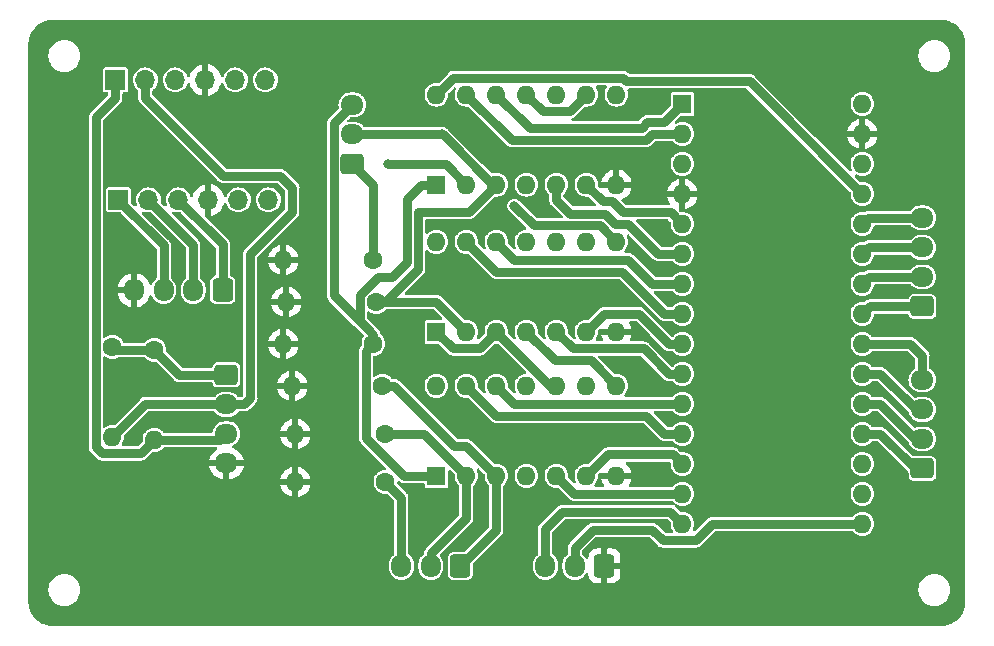
<source format=gbr>
%TF.GenerationSoftware,KiCad,Pcbnew,(7.0.0)*%
%TF.CreationDate,2023-07-11T22:52:13+02:00*%
%TF.ProjectId,newPCB,6e657750-4342-42e6-9b69-6361645f7063,rev?*%
%TF.SameCoordinates,Original*%
%TF.FileFunction,Copper,L1,Top*%
%TF.FilePolarity,Positive*%
%FSLAX46Y46*%
G04 Gerber Fmt 4.6, Leading zero omitted, Abs format (unit mm)*
G04 Created by KiCad (PCBNEW (7.0.0)) date 2023-07-11 22:52:13*
%MOMM*%
%LPD*%
G01*
G04 APERTURE LIST*
G04 Aperture macros list*
%AMRoundRect*
0 Rectangle with rounded corners*
0 $1 Rounding radius*
0 $2 $3 $4 $5 $6 $7 $8 $9 X,Y pos of 4 corners*
0 Add a 4 corners polygon primitive as box body*
4,1,4,$2,$3,$4,$5,$6,$7,$8,$9,$2,$3,0*
0 Add four circle primitives for the rounded corners*
1,1,$1+$1,$2,$3*
1,1,$1+$1,$4,$5*
1,1,$1+$1,$6,$7*
1,1,$1+$1,$8,$9*
0 Add four rect primitives between the rounded corners*
20,1,$1+$1,$2,$3,$4,$5,0*
20,1,$1+$1,$4,$5,$6,$7,0*
20,1,$1+$1,$6,$7,$8,$9,0*
20,1,$1+$1,$8,$9,$2,$3,0*%
G04 Aperture macros list end*
%TA.AperFunction,ComponentPad*%
%ADD10RoundRect,0.250000X0.725000X-0.600000X0.725000X0.600000X-0.725000X0.600000X-0.725000X-0.600000X0*%
%TD*%
%TA.AperFunction,ComponentPad*%
%ADD11O,1.950000X1.700000*%
%TD*%
%TA.AperFunction,ComponentPad*%
%ADD12R,1.600000X1.600000*%
%TD*%
%TA.AperFunction,ComponentPad*%
%ADD13O,1.600000X1.600000*%
%TD*%
%TA.AperFunction,ComponentPad*%
%ADD14C,1.600000*%
%TD*%
%TA.AperFunction,ComponentPad*%
%ADD15R,1.700000X1.700000*%
%TD*%
%TA.AperFunction,ComponentPad*%
%ADD16O,1.700000X1.700000*%
%TD*%
%TA.AperFunction,ComponentPad*%
%ADD17RoundRect,0.250000X-0.725000X0.600000X-0.725000X-0.600000X0.725000X-0.600000X0.725000X0.600000X0*%
%TD*%
%TA.AperFunction,ComponentPad*%
%ADD18RoundRect,0.250000X0.600000X0.725000X-0.600000X0.725000X-0.600000X-0.725000X0.600000X-0.725000X0*%
%TD*%
%TA.AperFunction,ComponentPad*%
%ADD19O,1.700000X1.950000*%
%TD*%
%TA.AperFunction,ViaPad*%
%ADD20C,0.800000*%
%TD*%
%TA.AperFunction,Conductor*%
%ADD21C,0.800000*%
%TD*%
G04 APERTURE END LIST*
D10*
%TO.P,J9,1,Pin_1*%
%TO.N,Net-(A1-A0)*%
X213868000Y-108084000D03*
D11*
%TO.P,J9,2,Pin_2*%
%TO.N,Net-(A1-A1)*%
X213867999Y-105583999D03*
%TO.P,J9,3,Pin_3*%
%TO.N,Net-(A1-A2)*%
X213867999Y-103083999D03*
%TO.P,J9,4,Pin_4*%
%TO.N,Net-(A1-A3)*%
X213867999Y-100583999D03*
%TD*%
D10*
%TO.P,J1,1,Pin_1*%
%TO.N,Net-(A1-A4)*%
X213868000Y-94368000D03*
D11*
%TO.P,J1,2,Pin_2*%
%TO.N,Net-(A1-A5)*%
X213867999Y-91867999D03*
%TO.P,J1,3,Pin_3*%
%TO.N,Net-(A1-A6)*%
X213867999Y-89367999D03*
%TO.P,J1,4,Pin_4*%
%TO.N,Net-(A1-A7)*%
X213867999Y-86867999D03*
%TD*%
D12*
%TO.P,U1,1,in/out_A*%
%TO.N,5*%
X172719999Y-84063999D03*
D13*
%TO.P,U1,2,in/out_A*%
%TO.N,17*%
X175259999Y-84063999D03*
%TO.P,U1,3,in/out_B*%
%TO.N,4*%
X177799999Y-84063999D03*
%TO.P,U1,4,in/out_B*%
%TO.N,19*%
X180339999Y-84063999D03*
%TO.P,U1,5,Control_B*%
%TO.N,B*%
X182879999Y-84063999D03*
%TO.P,U1,6,Control_C*%
%TO.N,C*%
X185419999Y-84063999D03*
%TO.P,U1,7,Vss*%
%TO.N,11*%
X187959999Y-84063999D03*
%TO.P,U1,8,in/out_C*%
%TO.N,17*%
X187959999Y-76443999D03*
%TO.P,U1,9,in/out_C*%
%TO.N,4*%
X185419999Y-76443999D03*
%TO.P,U1,10,in/out_D*%
%TO.N,5*%
X182879999Y-76443999D03*
%TO.P,U1,11,in/out_D*%
%TO.N,4*%
X180339999Y-76443999D03*
%TO.P,U1,12,Control_D*%
%TO.N,D*%
X177799999Y-76443999D03*
%TO.P,U1,13,Control_A*%
%TO.N,A*%
X175259999Y-76443999D03*
%TO.P,U1,14,Vdd*%
%TO.N,+5V*%
X172719999Y-76443999D03*
%TD*%
D14*
%TO.P,R3,1*%
%TO.N,17*%
X168148000Y-101092000D03*
D13*
%TO.P,R3,2*%
%TO.N,11*%
X160527999Y-101091999D03*
%TD*%
D15*
%TO.P,J3,1,Pin_1*%
%TO.N,8*%
X145541999Y-75183999D03*
D16*
%TO.P,J3,2,Pin_2*%
%TO.N,13*%
X148081999Y-75183999D03*
%TO.P,J3,3,Pin_3*%
%TO.N,14*%
X150621999Y-75183999D03*
%TO.P,J3,4,Pin_4*%
%TO.N,11*%
X153161999Y-75183999D03*
%TO.P,J3,5*%
%TO.N,N/C*%
X155701999Y-75183999D03*
%TO.P,J3,6*%
X158241999Y-75183999D03*
%TD*%
D14*
%TO.P,R2,1*%
%TO.N,18*%
X168402000Y-105156000D03*
D13*
%TO.P,R2,2*%
%TO.N,11*%
X160781999Y-105155999D03*
%TD*%
D10*
%TO.P,J7,1,Pin_1*%
%TO.N,3*%
X165608000Y-82296000D03*
D11*
%TO.P,J7,2,Pin_2*%
%TO.N,4*%
X165607999Y-79795999D03*
%TO.P,J7,3,Pin_3*%
%TO.N,5*%
X165607999Y-77295999D03*
%TD*%
D17*
%TO.P,J5,1,Pin_1*%
%TO.N,14*%
X154940000Y-100156000D03*
D11*
%TO.P,J5,2,Pin_2*%
%TO.N,13*%
X154939999Y-102655999D03*
%TO.P,J5,3,Pin_3*%
%TO.N,8*%
X154939999Y-105155999D03*
%TO.P,J5,4,Pin_4*%
%TO.N,11*%
X154939999Y-107655999D03*
%TD*%
D14*
%TO.P,R4,1*%
%TO.N,5*%
X167386000Y-97536000D03*
D13*
%TO.P,R4,2*%
%TO.N,11*%
X159765999Y-97535999D03*
%TD*%
D14*
%TO.P,R7,1*%
%TO.N,14*%
X148844000Y-98044000D03*
D13*
%TO.P,R7,2*%
%TO.N,8*%
X148843999Y-105663999D03*
%TD*%
%TO.P,U2,14,Vdd*%
%TO.N,+5V*%
X172719999Y-88899999D03*
%TO.P,U2,13,Control_A*%
%TO.N,A'*%
X175259999Y-88899999D03*
%TO.P,U2,12,Control_D*%
%TO.N,D'*%
X177799999Y-88899999D03*
%TO.P,U2,11,in/out_D*%
%TO.N,3*%
X180339999Y-88899999D03*
%TO.P,U2,10,in/out_D*%
%TO.N,18*%
X182879999Y-88899999D03*
%TO.P,U2,9,in/out_C*%
%TO.N,3*%
X185419999Y-88899999D03*
%TO.P,U2,8,in/out_C*%
%TO.N,5*%
X187959999Y-88899999D03*
%TO.P,U2,7,Vss*%
%TO.N,11*%
X187959999Y-96519999D03*
%TO.P,U2,6,Control_C*%
%TO.N,C'*%
X185419999Y-96519999D03*
%TO.P,U2,5,Control_B*%
%TO.N,B'*%
X182879999Y-96519999D03*
%TO.P,U2,4,in/out_B*%
%TO.N,17*%
X180339999Y-96519999D03*
%TO.P,U2,3,in/out_B*%
%TO.N,3*%
X177799999Y-96519999D03*
%TO.P,U2,2,in/out_A*%
%TO.N,4*%
X175259999Y-96519999D03*
D12*
%TO.P,U2,1,in/out_A*%
%TO.N,3*%
X172719999Y-96519999D03*
%TD*%
%TO.P,A1,1,D1/TX*%
%TO.N,D*%
X193547999Y-77215999D03*
D13*
%TO.P,A1,2,D0/RX*%
%TO.N,A*%
X193547999Y-79755999D03*
%TO.P,A1,3,~{RESET}*%
%TO.N,unconnected-(A1-~{RESET}-Pad3)*%
X193547999Y-82295999D03*
%TO.P,A1,4,GND*%
%TO.N,11*%
X193547999Y-84835999D03*
%TO.P,A1,5,D2*%
%TO.N,C*%
X193547999Y-87375999D03*
%TO.P,A1,6,D3*%
%TO.N,B*%
X193547999Y-89915999D03*
%TO.P,A1,7,D4*%
%TO.N,D'*%
X193547999Y-92455999D03*
%TO.P,A1,8,D5*%
%TO.N,A'*%
X193547999Y-94995999D03*
%TO.P,A1,9,D6*%
%TO.N,C'*%
X193547999Y-97535999D03*
%TO.P,A1,10,D7*%
%TO.N,B'*%
X193547999Y-100075999D03*
%TO.P,A1,11,D8*%
%TO.N,D''*%
X193547999Y-102615999D03*
%TO.P,A1,12,D9*%
%TO.N,A''*%
X193547999Y-105155999D03*
%TO.P,A1,13,D10*%
%TO.N,C''*%
X193547999Y-107695999D03*
%TO.P,A1,14,D11*%
%TO.N,B''*%
X193547999Y-110235999D03*
%TO.P,A1,15,D12*%
%TO.N,20*%
X193547999Y-112775999D03*
%TO.P,A1,16,D13*%
%TO.N,2*%
X208787999Y-112775999D03*
%TO.P,A1,17,3V3*%
%TO.N,unconnected-(A1-3V3-Pad17)*%
X208787999Y-110235999D03*
%TO.P,A1,18,AREF*%
%TO.N,unconnected-(A1-AREF-Pad18)*%
X208787999Y-107695999D03*
%TO.P,A1,19,A0*%
%TO.N,Net-(A1-A0)*%
X208787999Y-105155999D03*
%TO.P,A1,20,A1*%
%TO.N,Net-(A1-A1)*%
X208787999Y-102615999D03*
%TO.P,A1,21,A2*%
%TO.N,Net-(A1-A2)*%
X208787999Y-100075999D03*
%TO.P,A1,22,A3*%
%TO.N,Net-(A1-A3)*%
X208787999Y-97535999D03*
%TO.P,A1,23,A4*%
%TO.N,Net-(A1-A4)*%
X208787999Y-94995999D03*
%TO.P,A1,24,A5*%
%TO.N,Net-(A1-A5)*%
X208787999Y-92455999D03*
%TO.P,A1,25,A6*%
%TO.N,Net-(A1-A6)*%
X208787999Y-89915999D03*
%TO.P,A1,26,A7*%
%TO.N,Net-(A1-A7)*%
X208787999Y-87375999D03*
%TO.P,A1,27,+5V*%
%TO.N,+5V*%
X208787999Y-84835999D03*
%TO.P,A1,28,~{RESET}*%
%TO.N,unconnected-(A1-~{RESET}-Pad28)*%
X208787999Y-82295999D03*
%TO.P,A1,29,GND*%
%TO.N,11*%
X208787999Y-79755999D03*
%TO.P,A1,30,VIN*%
%TO.N,unconnected-(A1-VIN-Pad30)*%
X208787999Y-77215999D03*
%TD*%
D14*
%TO.P,R6,1*%
%TO.N,3*%
X167386000Y-90424000D03*
D13*
%TO.P,R6,2*%
%TO.N,11*%
X159765999Y-90423999D03*
%TD*%
D14*
%TO.P,R1,1*%
%TO.N,19*%
X168402000Y-109220000D03*
D13*
%TO.P,R1,2*%
%TO.N,11*%
X160781999Y-109219999D03*
%TD*%
D18*
%TO.P,J4,1,Pin_1*%
%TO.N,3V3*%
X154626000Y-92981000D03*
D19*
%TO.P,J4,2,Pin_2*%
%TO.N,SDA2*%
X152125999Y-92980999D03*
%TO.P,J4,3,Pin_3*%
%TO.N,SCL2*%
X149625999Y-92980999D03*
%TO.P,J4,4,Pin_4*%
%TO.N,11*%
X147125999Y-92980999D03*
%TD*%
D14*
%TO.P,R5,1*%
%TO.N,4*%
X167640000Y-93980000D03*
D13*
%TO.P,R5,2*%
%TO.N,11*%
X160019999Y-93979999D03*
%TD*%
D15*
%TO.P,J2,1,Pin_1*%
%TO.N,SCL2*%
X145795999Y-85343999D03*
D16*
%TO.P,J2,2,Pin_2*%
%TO.N,SDA2*%
X148335999Y-85343999D03*
%TO.P,J2,3,Pin_3*%
%TO.N,3V3*%
X150875999Y-85343999D03*
%TO.P,J2,4,Pin_4*%
%TO.N,11*%
X153415999Y-85343999D03*
%TO.P,J2,5*%
%TO.N,N/C*%
X155955999Y-85343999D03*
%TO.P,J2,6*%
X158495999Y-85343999D03*
%TD*%
D12*
%TO.P,U3,1,in/out_A*%
%TO.N,5*%
X172719999Y-108711999D03*
D13*
%TO.P,U3,2,in/out_A*%
%TO.N,18*%
X175259999Y-108711999D03*
%TO.P,U3,3,in/out_B*%
%TO.N,17*%
X177799999Y-108711999D03*
%TO.P,U3,4,in/out_B*%
%TO.N,18*%
X180339999Y-108711999D03*
%TO.P,U3,5,Control_B*%
%TO.N,B''*%
X182879999Y-108711999D03*
%TO.P,U3,6,Control_C*%
%TO.N,C''*%
X185419999Y-108711999D03*
%TO.P,U3,7,Vss*%
%TO.N,11*%
X187959999Y-108711999D03*
%TO.P,U3,8,in/out_C*%
%TO.N,17*%
X187959999Y-101091999D03*
%TO.P,U3,9,in/out_C*%
%TO.N,19*%
X185419999Y-101091999D03*
%TO.P,U3,10,in/out_D*%
%TO.N,3*%
X182879999Y-101091999D03*
%TO.P,U3,11,in/out_D*%
%TO.N,19*%
X180339999Y-101091999D03*
%TO.P,U3,12,Control_D*%
%TO.N,D''*%
X177799999Y-101091999D03*
%TO.P,U3,13,Control_A*%
%TO.N,A''*%
X175259999Y-101091999D03*
%TO.P,U3,14,Vdd*%
%TO.N,+5V*%
X172719999Y-101091999D03*
%TD*%
D18*
%TO.P,J8,1,Pin_1*%
%TO.N,11*%
X186944000Y-116332000D03*
D19*
%TO.P,J8,2,Pin_2*%
%TO.N,2*%
X184443999Y-116331999D03*
%TO.P,J8,3,Pin_3*%
%TO.N,20*%
X181943999Y-116331999D03*
%TD*%
D14*
%TO.P,R8,1*%
%TO.N,14*%
X145288000Y-97790000D03*
D13*
%TO.P,R8,2*%
%TO.N,13*%
X145287999Y-105409999D03*
%TD*%
D18*
%TO.P,J6,1,Pin_1*%
%TO.N,17*%
X174752000Y-116332000D03*
D19*
%TO.P,J6,2,Pin_2*%
%TO.N,18*%
X172251999Y-116331999D03*
%TO.P,J6,3,Pin_3*%
%TO.N,19*%
X169751999Y-116331999D03*
%TD*%
D20*
%TO.N,17*%
X168656000Y-82296000D03*
%TO.N,4*%
X173228000Y-79756000D03*
%TO.N,5*%
X179324000Y-85852000D03*
%TD*%
D21*
%TO.N,Net-(A1-A0)*%
X213240000Y-108084000D02*
X210312000Y-105156000D01*
X210312000Y-105156000D02*
X208788000Y-105156000D01*
X213868000Y-108084000D02*
X213240000Y-108084000D01*
%TO.N,Net-(A1-A1)*%
X210312000Y-102616000D02*
X208788000Y-102616000D01*
X213280000Y-105584000D02*
X210312000Y-102616000D01*
X213868000Y-105584000D02*
X213280000Y-105584000D01*
%TO.N,Net-(A1-A2)*%
X213320000Y-103084000D02*
X210312000Y-100076000D01*
X210312000Y-100076000D02*
X208788000Y-100076000D01*
X213868000Y-103084000D02*
X213320000Y-103084000D01*
%TO.N,Net-(A1-A3)*%
X212852000Y-97536000D02*
X208788000Y-97536000D01*
X213868000Y-98552000D02*
X212852000Y-97536000D01*
X213868000Y-100584000D02*
X213868000Y-98552000D01*
%TO.N,Net-(A1-A4)*%
X209416000Y-94368000D02*
X208788000Y-94996000D01*
X213868000Y-94368000D02*
X209416000Y-94368000D01*
%TO.N,Net-(A1-A5)*%
X209376000Y-91868000D02*
X208788000Y-92456000D01*
X213868000Y-91868000D02*
X209376000Y-91868000D01*
%TO.N,Net-(A1-A6)*%
X213868000Y-89368000D02*
X209336000Y-89368000D01*
X209336000Y-89368000D02*
X208788000Y-89916000D01*
%TO.N,Net-(A1-A7)*%
X209296000Y-86868000D02*
X208788000Y-87376000D01*
X213868000Y-86868000D02*
X209296000Y-86868000D01*
%TO.N,8*%
X145542000Y-76708000D02*
X145542000Y-75184000D01*
X143888000Y-106296000D02*
X143888000Y-78362000D01*
X143888000Y-78362000D02*
X145542000Y-76708000D01*
X144402000Y-106810000D02*
X143888000Y-106296000D01*
X147698000Y-106810000D02*
X144402000Y-106810000D01*
X148844000Y-105664000D02*
X147698000Y-106810000D01*
%TO.N,13*%
X148082000Y-76708000D02*
X148082000Y-75184000D01*
X159512000Y-83312000D02*
X154686000Y-83312000D01*
X160528000Y-86360000D02*
X160528000Y-84328000D01*
X160528000Y-84328000D02*
X159512000Y-83312000D01*
X156972000Y-89916000D02*
X160528000Y-86360000D01*
X156972000Y-102149000D02*
X156972000Y-89916000D01*
X156465000Y-102656000D02*
X156972000Y-102149000D01*
X154940000Y-102656000D02*
X156465000Y-102656000D01*
X154686000Y-83312000D02*
X148082000Y-76708000D01*
%TO.N,A*%
X191008000Y-79756000D02*
X190500000Y-80264000D01*
X179080000Y-80264000D02*
X175260000Y-76444000D01*
X190500000Y-80264000D02*
X179080000Y-80264000D01*
X175260000Y-76444000D02*
X175260000Y-76708000D01*
X193548000Y-79756000D02*
X191008000Y-79756000D01*
%TO.N,D*%
X180604000Y-79248000D02*
X177800000Y-76444000D01*
X193548000Y-77216000D02*
X192008000Y-78756000D01*
X190593786Y-78756000D02*
X190101786Y-79248000D01*
X190101786Y-79248000D02*
X180604000Y-79248000D01*
X192008000Y-78756000D02*
X190593786Y-78756000D01*
%TO.N,C*%
X185420000Y-84064000D02*
X186820000Y-85464000D01*
X192548000Y-86376000D02*
X193548000Y-87376000D01*
X186820000Y-85464000D02*
X187572000Y-85464000D01*
X188484000Y-86376000D02*
X192548000Y-86376000D01*
X187572000Y-85464000D02*
X188484000Y-86376000D01*
%TO.N,B*%
X193548000Y-89916000D02*
X191516000Y-89916000D01*
X184036000Y-86500000D02*
X182880000Y-85344000D01*
X182880000Y-85344000D02*
X182880000Y-84064000D01*
X187850214Y-87376000D02*
X186974214Y-86500000D01*
X191516000Y-89916000D02*
X188976000Y-87376000D01*
X186974214Y-86500000D02*
X184036000Y-86500000D01*
X188976000Y-87376000D02*
X187850214Y-87376000D01*
%TO.N,A'*%
X193548000Y-94996000D02*
X192024000Y-94996000D01*
X188468000Y-91440000D02*
X177800000Y-91440000D01*
X177800000Y-91440000D02*
X175260000Y-88900000D01*
X192024000Y-94996000D02*
X188468000Y-91440000D01*
%TO.N,D'*%
X188976000Y-90424000D02*
X179324000Y-90424000D01*
X191008000Y-92456000D02*
X188976000Y-90424000D01*
X193548000Y-92456000D02*
X191008000Y-92456000D01*
X179324000Y-90424000D02*
X177800000Y-88900000D01*
%TO.N,C'*%
X186944000Y-94996000D02*
X185420000Y-96520000D01*
X193548000Y-97536000D02*
X192416630Y-97536000D01*
X189876630Y-94996000D02*
X186944000Y-94996000D01*
X192416630Y-97536000D02*
X189876630Y-94996000D01*
%TO.N,B'*%
X193548000Y-100076000D02*
X192416630Y-100076000D01*
X190260630Y-97920000D02*
X184280000Y-97920000D01*
X192416630Y-100076000D02*
X190260630Y-97920000D01*
X184280000Y-97920000D02*
X182880000Y-96520000D01*
%TO.N,A''*%
X190500000Y-103632000D02*
X177800000Y-103632000D01*
X193548000Y-105156000D02*
X192024000Y-105156000D01*
X177800000Y-103632000D02*
X175260000Y-101092000D01*
X192024000Y-105156000D02*
X190500000Y-103632000D01*
%TO.N,D''*%
X193548000Y-102616000D02*
X179324000Y-102616000D01*
X179324000Y-102616000D02*
X177800000Y-101092000D01*
%TO.N,C''*%
X187235999Y-106896001D02*
X185420000Y-108712000D01*
X193548000Y-107696000D02*
X192748001Y-106896001D01*
X192748001Y-106896001D02*
X187235999Y-106896001D01*
%TO.N,B''*%
X184404000Y-110236000D02*
X182880000Y-108712000D01*
X193548000Y-110236000D02*
X184404000Y-110236000D01*
%TO.N,20*%
X183388000Y-111760000D02*
X192532000Y-111760000D01*
X181944000Y-116332000D02*
X181944000Y-113204000D01*
X181944000Y-113204000D02*
X183388000Y-111760000D01*
X192532000Y-111760000D02*
X193548000Y-112776000D01*
%TO.N,2*%
X191900000Y-114176000D02*
X194688000Y-114176000D01*
X185967000Y-113284000D02*
X191008000Y-113284000D01*
X184444000Y-116332000D02*
X184444000Y-114807000D01*
X191008000Y-113284000D02*
X191900000Y-114176000D01*
X194688000Y-114176000D02*
X196088000Y-112776000D01*
X184444000Y-114807000D02*
X185967000Y-113284000D01*
X196088000Y-112776000D02*
X208788000Y-112776000D01*
%TO.N,+5V*%
X199260000Y-75308000D02*
X188803899Y-75308000D01*
X188803899Y-75308000D02*
X188539899Y-75044000D01*
X208788000Y-84836000D02*
X199260000Y-75308000D01*
X174120000Y-75044000D02*
X172720000Y-76444000D01*
X188539899Y-75044000D02*
X174120000Y-75044000D01*
%TO.N,SCL2*%
X149626000Y-89174000D02*
X145796000Y-85344000D01*
X149626000Y-92981000D02*
X149626000Y-89174000D01*
%TO.N,SDA2*%
X152126000Y-89134000D02*
X148336000Y-85344000D01*
X152126000Y-92981000D02*
X152126000Y-89134000D01*
%TO.N,3V3*%
X154626000Y-92981000D02*
X154626000Y-89094000D01*
X154626000Y-89094000D02*
X150876000Y-85344000D01*
%TO.N,8*%
X148844000Y-105664000D02*
X154432000Y-105664000D01*
X154432000Y-105664000D02*
X154940000Y-105156000D01*
%TO.N,13*%
X148042000Y-102656000D02*
X154940000Y-102656000D01*
X145288000Y-105410000D02*
X148042000Y-102656000D01*
%TO.N,14*%
X148844000Y-98044000D02*
X145542000Y-98044000D01*
X145542000Y-98044000D02*
X145288000Y-97790000D01*
X150956000Y-100156000D02*
X148844000Y-98044000D01*
X154940000Y-100156000D02*
X150956000Y-100156000D01*
%TO.N,17*%
X175260000Y-84064000D02*
X173492000Y-82296000D01*
X187960000Y-101092000D02*
X185788000Y-98920000D01*
X168148000Y-101092000D02*
X169164000Y-101092000D01*
X174244000Y-106172000D02*
X175260000Y-106172000D01*
X182740000Y-98920000D02*
X180340000Y-96520000D01*
X174752000Y-116332000D02*
X177800000Y-113284000D01*
X169164000Y-101092000D02*
X174244000Y-106172000D01*
X185788000Y-98920000D02*
X182740000Y-98920000D01*
X177800000Y-113284000D02*
X177800000Y-108712000D01*
X173492000Y-82296000D02*
X168656000Y-82296000D01*
X175260000Y-106172000D02*
X177800000Y-108712000D01*
%TO.N,18*%
X168402000Y-105156000D02*
X171704000Y-105156000D01*
X171704000Y-105156000D02*
X175260000Y-108712000D01*
X172252000Y-115276000D02*
X175260000Y-112268000D01*
X172252000Y-116332000D02*
X172252000Y-115276000D01*
X175260000Y-112268000D02*
X175260000Y-108712000D01*
%TO.N,19*%
X169752000Y-116332000D02*
X169752000Y-110570000D01*
X169752000Y-110570000D02*
X168402000Y-109220000D01*
%TO.N,3*%
X167386000Y-90424000D02*
X167386000Y-84074000D01*
X177800000Y-96520000D02*
X176400000Y-97920000D01*
X182372000Y-101092000D02*
X177800000Y-96520000D01*
X176400000Y-97920000D02*
X174120000Y-97920000D01*
X174120000Y-97920000D02*
X172720000Y-96520000D01*
X167386000Y-84074000D02*
X165608000Y-82296000D01*
X182880000Y-101092000D02*
X182372000Y-101092000D01*
%TO.N,4*%
X177536000Y-84064000D02*
X177800000Y-84064000D01*
X171196000Y-91186000D02*
X168402000Y-93980000D01*
X168402000Y-93980000D02*
X172720000Y-93980000D01*
X165608000Y-79796000D02*
X173268000Y-79796000D01*
X177800000Y-84064000D02*
X175504000Y-86360000D01*
X175504000Y-86360000D02*
X171196000Y-86360000D01*
X173268000Y-79796000D02*
X177536000Y-84064000D01*
X181740000Y-77844000D02*
X180340000Y-76444000D01*
X171196000Y-86360000D02*
X171196000Y-91186000D01*
X185420000Y-76444000D02*
X184020000Y-77844000D01*
X184020000Y-77844000D02*
X181740000Y-77844000D01*
X172720000Y-93980000D02*
X175260000Y-96520000D01*
%TO.N,5*%
X166240000Y-93400101D02*
X167764208Y-91875893D01*
X164033000Y-93421000D02*
X167002000Y-96390000D01*
X187960000Y-88900000D02*
X186560000Y-87500000D01*
X167002000Y-96390000D02*
X167386000Y-96774000D01*
X166748000Y-98174000D02*
X166748000Y-105481899D01*
X171384000Y-84064000D02*
X172720000Y-84064000D01*
X167002000Y-96390000D02*
X166240000Y-95628000D01*
X169978101Y-108712000D02*
X172720000Y-108712000D01*
X170196000Y-85252000D02*
X171384000Y-84064000D01*
X166240000Y-95628000D02*
X166240000Y-93400101D01*
X170196000Y-90609899D02*
X170196000Y-85252000D01*
X165608000Y-77296000D02*
X164033000Y-78871000D01*
X168930006Y-91875893D02*
X170196000Y-90609899D01*
X164033000Y-78871000D02*
X164033000Y-93421000D01*
X166748000Y-105481899D02*
X169978101Y-108712000D01*
X167386000Y-96774000D02*
X167386000Y-97536000D01*
X186560000Y-87500000D02*
X180972000Y-87500000D01*
X167764208Y-91875893D02*
X168930006Y-91875893D01*
X167386000Y-97536000D02*
X166748000Y-98174000D01*
X180972000Y-87500000D02*
X179324000Y-85852000D01*
%TD*%
%TA.AperFunction,Conductor*%
%TO.N,11*%
G36*
X215483203Y-70104765D02*
G01*
X215560713Y-70109843D01*
X215561079Y-70109869D01*
X215745427Y-70123076D01*
X215760738Y-70125139D01*
X215871124Y-70147094D01*
X215873171Y-70147520D01*
X216018409Y-70179112D01*
X216031869Y-70182847D01*
X216145902Y-70221554D01*
X216149308Y-70222768D01*
X216281137Y-70271935D01*
X216292617Y-70276891D01*
X216403413Y-70331528D01*
X216407920Y-70333868D01*
X216528731Y-70399834D01*
X216538147Y-70405534D01*
X216642080Y-70474978D01*
X216647469Y-70478792D01*
X216756561Y-70560455D01*
X216763979Y-70566469D01*
X216858383Y-70649257D01*
X216864305Y-70654804D01*
X216960367Y-70750864D01*
X216965914Y-70756786D01*
X217048687Y-70851169D01*
X217054727Y-70858618D01*
X217136380Y-70967692D01*
X217140214Y-70973111D01*
X217209622Y-71076985D01*
X217215353Y-71086450D01*
X217281290Y-71207204D01*
X217283670Y-71211787D01*
X217338286Y-71322536D01*
X217343255Y-71334045D01*
X217392410Y-71465831D01*
X217393648Y-71469307D01*
X217432331Y-71583261D01*
X217436078Y-71596761D01*
X217467670Y-71741984D01*
X217468121Y-71744151D01*
X217490047Y-71854379D01*
X217492114Y-71869725D01*
X217505639Y-72058837D01*
X217505689Y-72059572D01*
X217510393Y-72131328D01*
X217510659Y-72139439D01*
X217510659Y-119375948D01*
X217510393Y-119384059D01*
X217505068Y-119465297D01*
X217505019Y-119466016D01*
X217492197Y-119645628D01*
X217490129Y-119660989D01*
X217467176Y-119776382D01*
X217466725Y-119778549D01*
X217436274Y-119918529D01*
X217432527Y-119932030D01*
X217392725Y-120049281D01*
X217391488Y-120052756D01*
X217343577Y-120181210D01*
X217338607Y-120192721D01*
X217282762Y-120305961D01*
X217280382Y-120310544D01*
X217215828Y-120428764D01*
X217210098Y-120438228D01*
X217139326Y-120544144D01*
X217135490Y-120549564D01*
X217055397Y-120656553D01*
X217049359Y-120664000D01*
X216965056Y-120760128D01*
X216959508Y-120766051D01*
X216865220Y-120860337D01*
X216859298Y-120865884D01*
X216763169Y-120950185D01*
X216755720Y-120956224D01*
X216648718Y-121036322D01*
X216643299Y-121040157D01*
X216537404Y-121110913D01*
X216527940Y-121116643D01*
X216409689Y-121181211D01*
X216405105Y-121183591D01*
X216291888Y-121239421D01*
X216280378Y-121244390D01*
X216151909Y-121292304D01*
X216148434Y-121293542D01*
X216031200Y-121333336D01*
X216017698Y-121337083D01*
X215877665Y-121367542D01*
X215875498Y-121367993D01*
X215760121Y-121390940D01*
X215744777Y-121393006D01*
X215570136Y-121405494D01*
X215569401Y-121405545D01*
X215482577Y-121411235D01*
X215474468Y-121411500D01*
X140212053Y-121411500D01*
X140203942Y-121411234D01*
X140124784Y-121406045D01*
X140124049Y-121405995D01*
X139942052Y-121392978D01*
X139926706Y-121390911D01*
X139813860Y-121368464D01*
X139811694Y-121368013D01*
X139669120Y-121336998D01*
X139655620Y-121333252D01*
X139625600Y-121323062D01*
X139539988Y-121294000D01*
X139536553Y-121292777D01*
X139406409Y-121244235D01*
X139394900Y-121239266D01*
X139358000Y-121221069D01*
X139282914Y-121184041D01*
X139278345Y-121181668D01*
X139158839Y-121116412D01*
X139149375Y-121110682D01*
X139044493Y-121040602D01*
X139039074Y-121036768D01*
X138931479Y-120956224D01*
X138931019Y-120955879D01*
X138923590Y-120949856D01*
X138828324Y-120866309D01*
X138822402Y-120860762D01*
X138727236Y-120765596D01*
X138721689Y-120759674D01*
X138689523Y-120722996D01*
X138638138Y-120664403D01*
X138632125Y-120656986D01*
X138551224Y-120548916D01*
X138547396Y-120543505D01*
X138526090Y-120511619D01*
X138477316Y-120438623D01*
X138471586Y-120429159D01*
X138406817Y-120310544D01*
X138406313Y-120309620D01*
X138403976Y-120305122D01*
X138348726Y-120193084D01*
X138343766Y-120181597D01*
X138295200Y-120051388D01*
X138294026Y-120048090D01*
X138254741Y-119932360D01*
X138251000Y-119918878D01*
X138250924Y-119918529D01*
X138219977Y-119776267D01*
X138219546Y-119774198D01*
X138197084Y-119661275D01*
X138195022Y-119645961D01*
X138181995Y-119463820D01*
X138181975Y-119463531D01*
X138176765Y-119384043D01*
X138176500Y-119375934D01*
X138176500Y-118364000D01*
X139868341Y-118364000D01*
X139888937Y-118599408D01*
X139890336Y-118604630D01*
X139890337Y-118604634D01*
X139948694Y-118822430D01*
X139948697Y-118822438D01*
X139950097Y-118827663D01*
X140049965Y-119041829D01*
X140185505Y-119235401D01*
X140352599Y-119402495D01*
X140546171Y-119538035D01*
X140760337Y-119637903D01*
X140988592Y-119699063D01*
X141165034Y-119714500D01*
X141280258Y-119714500D01*
X141282966Y-119714500D01*
X141459408Y-119699063D01*
X141687663Y-119637903D01*
X141901829Y-119538035D01*
X142095401Y-119402495D01*
X142262495Y-119235401D01*
X142398035Y-119041830D01*
X142497903Y-118827663D01*
X142559063Y-118599408D01*
X142579659Y-118364000D01*
X213528341Y-118364000D01*
X213548937Y-118599408D01*
X213550336Y-118604630D01*
X213550337Y-118604634D01*
X213608694Y-118822430D01*
X213608697Y-118822438D01*
X213610097Y-118827663D01*
X213709965Y-119041829D01*
X213845505Y-119235401D01*
X214012599Y-119402495D01*
X214206171Y-119538035D01*
X214420337Y-119637903D01*
X214648592Y-119699063D01*
X214825034Y-119714500D01*
X214940258Y-119714500D01*
X214942966Y-119714500D01*
X215119408Y-119699063D01*
X215347663Y-119637903D01*
X215561829Y-119538035D01*
X215755401Y-119402495D01*
X215922495Y-119235401D01*
X216058035Y-119041830D01*
X216157903Y-118827663D01*
X216219063Y-118599408D01*
X216239659Y-118364000D01*
X216219063Y-118128592D01*
X216157903Y-117900337D01*
X216058035Y-117686171D01*
X215922495Y-117492599D01*
X215755401Y-117325505D01*
X215581031Y-117203410D01*
X215566268Y-117193073D01*
X215566266Y-117193072D01*
X215561829Y-117189965D01*
X215493908Y-117158293D01*
X215352572Y-117092386D01*
X215352570Y-117092385D01*
X215347663Y-117090097D01*
X215342438Y-117088697D01*
X215342430Y-117088694D01*
X215124634Y-117030337D01*
X215124630Y-117030336D01*
X215119408Y-117028937D01*
X215114020Y-117028465D01*
X215114017Y-117028465D01*
X214945664Y-117013736D01*
X214945662Y-117013735D01*
X214942966Y-117013500D01*
X214825034Y-117013500D01*
X214822338Y-117013735D01*
X214822335Y-117013736D01*
X214653982Y-117028465D01*
X214653977Y-117028465D01*
X214648592Y-117028937D01*
X214643371Y-117030335D01*
X214643365Y-117030337D01*
X214425569Y-117088694D01*
X214425557Y-117088698D01*
X214420337Y-117090097D01*
X214415432Y-117092383D01*
X214415427Y-117092386D01*
X214211081Y-117187675D01*
X214211077Y-117187677D01*
X214206171Y-117189965D01*
X214201738Y-117193068D01*
X214201731Y-117193073D01*
X214017034Y-117322399D01*
X214017029Y-117322402D01*
X214012599Y-117325505D01*
X214008775Y-117329328D01*
X214008769Y-117329334D01*
X213849336Y-117488767D01*
X213849330Y-117488773D01*
X213845505Y-117492599D01*
X213842406Y-117497023D01*
X213842399Y-117497033D01*
X213713066Y-117681740D01*
X213713061Y-117681747D01*
X213709965Y-117686170D01*
X213707683Y-117691061D01*
X213707678Y-117691072D01*
X213612386Y-117895427D01*
X213612383Y-117895432D01*
X213610097Y-117900337D01*
X213608698Y-117905557D01*
X213608694Y-117905569D01*
X213550337Y-118123365D01*
X213550335Y-118123371D01*
X213548937Y-118128592D01*
X213528341Y-118364000D01*
X142579659Y-118364000D01*
X142559063Y-118128592D01*
X142497903Y-117900337D01*
X142398035Y-117686171D01*
X142262495Y-117492599D01*
X142095401Y-117325505D01*
X141921031Y-117203410D01*
X141906268Y-117193073D01*
X141906266Y-117193072D01*
X141901829Y-117189965D01*
X141833908Y-117158293D01*
X141692572Y-117092386D01*
X141692570Y-117092385D01*
X141687663Y-117090097D01*
X141682438Y-117088697D01*
X141682430Y-117088694D01*
X141464634Y-117030337D01*
X141464630Y-117030336D01*
X141459408Y-117028937D01*
X141454020Y-117028465D01*
X141454017Y-117028465D01*
X141285664Y-117013736D01*
X141285662Y-117013735D01*
X141282966Y-117013500D01*
X141165034Y-117013500D01*
X141162338Y-117013735D01*
X141162335Y-117013736D01*
X140993982Y-117028465D01*
X140993977Y-117028465D01*
X140988592Y-117028937D01*
X140983371Y-117030335D01*
X140983365Y-117030337D01*
X140765569Y-117088694D01*
X140765557Y-117088698D01*
X140760337Y-117090097D01*
X140755432Y-117092383D01*
X140755427Y-117092386D01*
X140551081Y-117187675D01*
X140551077Y-117187677D01*
X140546171Y-117189965D01*
X140541738Y-117193068D01*
X140541731Y-117193073D01*
X140357034Y-117322399D01*
X140357029Y-117322402D01*
X140352599Y-117325505D01*
X140348775Y-117329328D01*
X140348769Y-117329334D01*
X140189336Y-117488767D01*
X140189330Y-117488773D01*
X140185505Y-117492599D01*
X140182406Y-117497023D01*
X140182399Y-117497033D01*
X140053066Y-117681740D01*
X140053061Y-117681747D01*
X140049965Y-117686170D01*
X140047683Y-117691061D01*
X140047678Y-117691072D01*
X139952386Y-117895427D01*
X139952383Y-117895432D01*
X139950097Y-117900337D01*
X139948698Y-117905557D01*
X139948694Y-117905569D01*
X139890337Y-118123365D01*
X139890335Y-118123371D01*
X139888937Y-118128592D01*
X139868341Y-118364000D01*
X138176500Y-118364000D01*
X138176500Y-109472551D01*
X159506452Y-109472551D01*
X159506820Y-109483780D01*
X159554330Y-109661092D01*
X159558022Y-109671234D01*
X159649579Y-109867580D01*
X159654967Y-109876912D01*
X159779232Y-110054381D01*
X159786169Y-110062647D01*
X159939352Y-110215830D01*
X159947618Y-110222767D01*
X160125087Y-110347032D01*
X160134419Y-110352420D01*
X160330765Y-110443977D01*
X160340907Y-110447669D01*
X160518219Y-110495179D01*
X160529448Y-110495547D01*
X160532000Y-110484605D01*
X161032000Y-110484605D01*
X161034551Y-110495547D01*
X161045780Y-110495179D01*
X161223092Y-110447669D01*
X161233234Y-110443977D01*
X161429580Y-110352420D01*
X161438912Y-110347032D01*
X161616381Y-110222767D01*
X161624647Y-110215830D01*
X161777830Y-110062647D01*
X161784767Y-110054381D01*
X161909032Y-109876912D01*
X161914420Y-109867580D01*
X162005977Y-109671234D01*
X162009669Y-109661092D01*
X162057179Y-109483780D01*
X162057547Y-109472551D01*
X162046605Y-109470000D01*
X161048326Y-109470000D01*
X161035450Y-109473450D01*
X161032000Y-109486326D01*
X161032000Y-110484605D01*
X160532000Y-110484605D01*
X160532000Y-109486326D01*
X160528549Y-109473450D01*
X160515674Y-109470000D01*
X159517395Y-109470000D01*
X159506452Y-109472551D01*
X138176500Y-109472551D01*
X138176500Y-107908551D01*
X153487688Y-107908551D01*
X153488056Y-107919780D01*
X153540168Y-108114263D01*
X153543856Y-108124397D01*
X153639110Y-108328667D01*
X153644508Y-108338017D01*
X153773784Y-108522642D01*
X153780719Y-108530907D01*
X153940092Y-108690280D01*
X153948357Y-108697215D01*
X154132982Y-108826491D01*
X154142332Y-108831889D01*
X154346602Y-108927143D01*
X154356736Y-108930831D01*
X154574446Y-108989166D01*
X154585078Y-108991041D01*
X154672823Y-108998718D01*
X154686265Y-108996146D01*
X154690000Y-108982978D01*
X155190000Y-108982978D01*
X155193734Y-108996146D01*
X155207176Y-108998718D01*
X155294921Y-108991041D01*
X155305553Y-108989166D01*
X155386606Y-108967448D01*
X159506452Y-108967448D01*
X159517395Y-108970000D01*
X160515674Y-108970000D01*
X160528549Y-108966549D01*
X160532000Y-108953674D01*
X161032000Y-108953674D01*
X161035450Y-108966549D01*
X161048326Y-108970000D01*
X162046605Y-108970000D01*
X162057547Y-108967448D01*
X162057179Y-108956219D01*
X162009669Y-108778907D01*
X162005977Y-108768765D01*
X161914420Y-108572419D01*
X161909032Y-108563087D01*
X161784767Y-108385618D01*
X161777830Y-108377352D01*
X161624647Y-108224169D01*
X161616381Y-108217232D01*
X161438912Y-108092967D01*
X161429580Y-108087579D01*
X161233234Y-107996022D01*
X161223092Y-107992330D01*
X161045780Y-107944820D01*
X161034551Y-107944452D01*
X161032000Y-107955395D01*
X161032000Y-108953674D01*
X160532000Y-108953674D01*
X160532000Y-107955395D01*
X160529448Y-107944452D01*
X160518219Y-107944820D01*
X160340907Y-107992330D01*
X160330765Y-107996022D01*
X160134419Y-108087579D01*
X160125087Y-108092967D01*
X159947618Y-108217232D01*
X159939352Y-108224169D01*
X159786169Y-108377352D01*
X159779232Y-108385618D01*
X159654967Y-108563087D01*
X159649579Y-108572419D01*
X159558022Y-108768765D01*
X159554330Y-108778907D01*
X159506820Y-108956219D01*
X159506452Y-108967448D01*
X155386606Y-108967448D01*
X155523263Y-108930831D01*
X155533397Y-108927143D01*
X155737667Y-108831889D01*
X155747017Y-108826491D01*
X155931642Y-108697215D01*
X155939907Y-108690280D01*
X156099278Y-108530909D01*
X156106215Y-108522643D01*
X156235498Y-108338008D01*
X156240886Y-108328676D01*
X156336143Y-108124397D01*
X156339831Y-108114263D01*
X156391943Y-107919780D01*
X156392311Y-107908551D01*
X156381369Y-107906000D01*
X155206326Y-107906000D01*
X155193450Y-107909450D01*
X155190000Y-107922326D01*
X155190000Y-108982978D01*
X154690000Y-108982978D01*
X154690000Y-107922326D01*
X154686549Y-107909450D01*
X154673674Y-107906000D01*
X153498631Y-107906000D01*
X153487688Y-107908551D01*
X138176500Y-107908551D01*
X138176500Y-106296000D01*
X143282318Y-106296000D01*
X143283379Y-106304059D01*
X143287500Y-106335361D01*
X143301894Y-106444702D01*
X143301895Y-106444708D01*
X143302956Y-106452762D01*
X143306065Y-106460268D01*
X143306066Y-106460271D01*
X143345867Y-106556359D01*
X143363464Y-106598841D01*
X143459718Y-106724282D01*
X143466164Y-106729228D01*
X143484769Y-106743504D01*
X143496964Y-106754199D01*
X143943799Y-107201034D01*
X143954489Y-107213222D01*
X143973718Y-107238282D01*
X144068842Y-107311273D01*
X144099159Y-107334536D01*
X144245238Y-107395044D01*
X144402000Y-107415682D01*
X144410059Y-107414621D01*
X144433302Y-107411561D01*
X144449487Y-107410500D01*
X147650513Y-107410500D01*
X147666698Y-107411561D01*
X147698000Y-107415682D01*
X147854762Y-107395044D01*
X148000841Y-107334536D01*
X148031158Y-107311273D01*
X148126282Y-107238282D01*
X148145510Y-107213222D01*
X148156189Y-107201044D01*
X148660421Y-106696812D01*
X148706326Y-106667743D01*
X148760252Y-106661092D01*
X148844000Y-106669341D01*
X149040132Y-106650024D01*
X149228727Y-106592814D01*
X149402538Y-106499910D01*
X149554883Y-106374883D01*
X149597635Y-106322790D01*
X149608267Y-106309835D01*
X149651103Y-106276405D01*
X149704120Y-106264500D01*
X154055338Y-106264500D01*
X154115454Y-106280047D01*
X154160496Y-106322790D01*
X154179168Y-106382010D01*
X154166788Y-106442858D01*
X154126461Y-106490075D01*
X153948357Y-106614784D01*
X153940092Y-106621719D01*
X153780721Y-106781090D01*
X153773784Y-106789356D01*
X153644501Y-106973991D01*
X153639113Y-106983323D01*
X153543856Y-107187602D01*
X153540168Y-107197736D01*
X153488056Y-107392219D01*
X153487688Y-107403448D01*
X153498631Y-107406000D01*
X156381369Y-107406000D01*
X156392311Y-107403448D01*
X156391943Y-107392219D01*
X156339831Y-107197736D01*
X156336143Y-107187602D01*
X156240889Y-106983332D01*
X156235491Y-106973982D01*
X156106215Y-106789357D01*
X156099280Y-106781092D01*
X155939907Y-106621719D01*
X155931642Y-106614784D01*
X155747017Y-106485508D01*
X155737667Y-106480110D01*
X155533397Y-106384856D01*
X155523263Y-106381168D01*
X155475796Y-106368449D01*
X155422533Y-106338619D01*
X155389958Y-106286990D01*
X155385967Y-106226074D01*
X155411526Y-106170636D01*
X155460440Y-106134112D01*
X155463120Y-106133001D01*
X155468954Y-106131232D01*
X155651450Y-106033685D01*
X155811410Y-105902410D01*
X155942685Y-105742450D01*
X156040232Y-105559954D01*
X156086159Y-105408551D01*
X159506452Y-105408551D01*
X159506820Y-105419780D01*
X159554330Y-105597092D01*
X159558022Y-105607234D01*
X159649579Y-105803580D01*
X159654967Y-105812912D01*
X159779232Y-105990381D01*
X159786169Y-105998647D01*
X159939352Y-106151830D01*
X159947618Y-106158767D01*
X160125087Y-106283032D01*
X160134419Y-106288420D01*
X160330765Y-106379977D01*
X160340907Y-106383669D01*
X160518219Y-106431179D01*
X160529448Y-106431547D01*
X160532000Y-106420605D01*
X161032000Y-106420605D01*
X161034551Y-106431547D01*
X161045780Y-106431179D01*
X161223092Y-106383669D01*
X161233234Y-106379977D01*
X161429580Y-106288420D01*
X161438912Y-106283032D01*
X161616381Y-106158767D01*
X161624647Y-106151830D01*
X161777830Y-105998647D01*
X161784767Y-105990381D01*
X161909032Y-105812912D01*
X161914420Y-105803580D01*
X162005977Y-105607234D01*
X162009669Y-105597092D01*
X162057179Y-105419780D01*
X162057547Y-105408551D01*
X162046605Y-105406000D01*
X161048326Y-105406000D01*
X161035450Y-105409450D01*
X161032000Y-105422326D01*
X161032000Y-106420605D01*
X160532000Y-106420605D01*
X160532000Y-105422326D01*
X160528549Y-105409450D01*
X160515674Y-105406000D01*
X159517395Y-105406000D01*
X159506452Y-105408551D01*
X156086159Y-105408551D01*
X156100300Y-105361934D01*
X156120583Y-105156000D01*
X156100300Y-104950066D01*
X156086159Y-104903448D01*
X159506452Y-104903448D01*
X159517395Y-104906000D01*
X160515674Y-104906000D01*
X160528549Y-104902549D01*
X160532000Y-104889674D01*
X161032000Y-104889674D01*
X161035450Y-104902549D01*
X161048326Y-104906000D01*
X162046605Y-104906000D01*
X162057547Y-104903448D01*
X162057179Y-104892219D01*
X162009669Y-104714907D01*
X162005977Y-104704765D01*
X161914420Y-104508419D01*
X161909032Y-104499087D01*
X161784767Y-104321618D01*
X161777830Y-104313352D01*
X161624647Y-104160169D01*
X161616381Y-104153232D01*
X161438912Y-104028967D01*
X161429580Y-104023579D01*
X161233234Y-103932022D01*
X161223092Y-103928330D01*
X161045780Y-103880820D01*
X161034551Y-103880452D01*
X161032000Y-103891395D01*
X161032000Y-104889674D01*
X160532000Y-104889674D01*
X160532000Y-103891395D01*
X160529448Y-103880452D01*
X160518219Y-103880820D01*
X160340907Y-103928330D01*
X160330765Y-103932022D01*
X160134419Y-104023579D01*
X160125087Y-104028967D01*
X159947618Y-104153232D01*
X159939352Y-104160169D01*
X159786169Y-104313352D01*
X159779232Y-104321618D01*
X159654967Y-104499087D01*
X159649579Y-104508419D01*
X159558022Y-104704765D01*
X159554330Y-104714907D01*
X159506820Y-104892219D01*
X159506452Y-104903448D01*
X156086159Y-104903448D01*
X156040232Y-104752046D01*
X155942685Y-104569550D01*
X155811410Y-104409590D01*
X155651450Y-104278315D01*
X155646079Y-104275444D01*
X155474328Y-104183640D01*
X155474323Y-104183638D01*
X155468954Y-104180768D01*
X155431406Y-104169378D01*
X155276764Y-104122468D01*
X155276759Y-104122467D01*
X155270934Y-104120700D01*
X155264875Y-104120103D01*
X155264869Y-104120102D01*
X155119641Y-104105798D01*
X155119626Y-104105797D01*
X155116608Y-104105500D01*
X154763392Y-104105500D01*
X154760374Y-104105797D01*
X154760358Y-104105798D01*
X154615130Y-104120102D01*
X154615122Y-104120103D01*
X154609066Y-104120700D01*
X154603242Y-104122466D01*
X154603235Y-104122468D01*
X154416877Y-104178999D01*
X154416875Y-104178999D01*
X154411046Y-104180768D01*
X154405679Y-104183636D01*
X154405671Y-104183640D01*
X154233920Y-104275444D01*
X154233915Y-104275447D01*
X154228550Y-104278315D01*
X154223846Y-104282174D01*
X154223842Y-104282178D01*
X154073296Y-104405727D01*
X154073290Y-104405732D01*
X154068590Y-104409590D01*
X154064732Y-104414290D01*
X154064727Y-104414296D01*
X153941178Y-104564842D01*
X153941174Y-104564846D01*
X153937315Y-104569550D01*
X153934447Y-104574915D01*
X153934444Y-104574920D01*
X153842640Y-104746671D01*
X153842636Y-104746679D01*
X153839768Y-104752046D01*
X153837999Y-104757875D01*
X153837999Y-104757877D01*
X153781468Y-104944235D01*
X153781466Y-104944242D01*
X153779700Y-104950066D01*
X153779102Y-104956128D01*
X153777915Y-104962102D01*
X153775940Y-104961709D01*
X153759255Y-105008373D01*
X153714603Y-105048853D01*
X153656141Y-105063500D01*
X149704120Y-105063500D01*
X149651103Y-105051595D01*
X149608267Y-105018165D01*
X149558745Y-104957823D01*
X149554883Y-104953117D01*
X149497471Y-104906000D01*
X149407250Y-104831957D01*
X149407249Y-104831956D01*
X149402538Y-104828090D01*
X149397167Y-104825219D01*
X149397161Y-104825215D01*
X149234099Y-104738057D01*
X149234095Y-104738055D01*
X149228727Y-104735186D01*
X149222899Y-104733418D01*
X149045962Y-104679744D01*
X149045957Y-104679743D01*
X149040132Y-104677976D01*
X149034073Y-104677379D01*
X149034067Y-104677378D01*
X148850062Y-104659256D01*
X148844000Y-104658659D01*
X148837938Y-104659256D01*
X148653932Y-104677378D01*
X148653924Y-104677379D01*
X148647868Y-104677976D01*
X148642044Y-104679742D01*
X148642037Y-104679744D01*
X148465100Y-104733418D01*
X148465096Y-104733419D01*
X148459273Y-104735186D01*
X148453907Y-104738053D01*
X148453900Y-104738057D01*
X148290838Y-104825215D01*
X148290827Y-104825222D01*
X148285462Y-104828090D01*
X148280754Y-104831953D01*
X148280749Y-104831957D01*
X148137823Y-104949254D01*
X148137818Y-104949258D01*
X148133117Y-104953117D01*
X148129258Y-104957818D01*
X148129254Y-104957823D01*
X148011957Y-105100749D01*
X148011953Y-105100754D01*
X148008090Y-105105462D01*
X148005222Y-105110827D01*
X148005215Y-105110838D01*
X147918057Y-105273900D01*
X147918053Y-105273907D01*
X147915186Y-105279273D01*
X147913419Y-105285096D01*
X147913418Y-105285100D01*
X147859744Y-105462037D01*
X147859742Y-105462044D01*
X147857976Y-105467868D01*
X147857379Y-105473924D01*
X147857378Y-105473932D01*
X147844358Y-105606132D01*
X147838659Y-105664000D01*
X147839256Y-105670062D01*
X147839256Y-105670063D01*
X147846906Y-105747745D01*
X147840254Y-105801673D01*
X147811184Y-105847579D01*
X147485581Y-106173183D01*
X147445356Y-106200061D01*
X147397903Y-106209500D01*
X146188333Y-106209500D01*
X146121993Y-106190262D01*
X146076238Y-106138516D01*
X146065266Y-106070320D01*
X146092480Y-106006835D01*
X146103565Y-105993328D01*
X146123910Y-105968538D01*
X146216814Y-105794727D01*
X146274024Y-105606132D01*
X146293341Y-105410000D01*
X146285092Y-105326252D01*
X146291743Y-105272326D01*
X146320812Y-105226421D01*
X148254415Y-103292819D01*
X148294644Y-103265939D01*
X148342097Y-103256500D01*
X153890197Y-103256500D01*
X153943214Y-103268405D01*
X153986050Y-103301835D01*
X154064727Y-103397703D01*
X154068590Y-103402410D01*
X154228550Y-103533685D01*
X154411046Y-103631232D01*
X154609066Y-103691300D01*
X154763392Y-103706500D01*
X155113558Y-103706500D01*
X155116608Y-103706500D01*
X155270934Y-103691300D01*
X155468954Y-103631232D01*
X155651450Y-103533685D01*
X155811410Y-103402410D01*
X155893948Y-103301835D01*
X155936786Y-103268405D01*
X155989803Y-103256500D01*
X156417513Y-103256500D01*
X156433698Y-103257561D01*
X156465000Y-103261682D01*
X156621762Y-103241044D01*
X156767841Y-103180536D01*
X156775658Y-103174538D01*
X156893282Y-103084282D01*
X156912510Y-103059222D01*
X156923189Y-103047044D01*
X157363044Y-102607189D01*
X157375222Y-102596510D01*
X157400282Y-102577282D01*
X157496536Y-102451841D01*
X157557044Y-102305762D01*
X157572500Y-102188361D01*
X157577682Y-102149000D01*
X157573561Y-102117698D01*
X157572500Y-102101513D01*
X157572500Y-101344551D01*
X159252452Y-101344551D01*
X159252820Y-101355780D01*
X159300330Y-101533092D01*
X159304022Y-101543234D01*
X159395579Y-101739580D01*
X159400967Y-101748912D01*
X159525232Y-101926381D01*
X159532169Y-101934647D01*
X159685352Y-102087830D01*
X159693618Y-102094767D01*
X159871087Y-102219032D01*
X159880419Y-102224420D01*
X160076765Y-102315977D01*
X160086907Y-102319669D01*
X160264219Y-102367179D01*
X160275448Y-102367547D01*
X160278000Y-102356605D01*
X160778000Y-102356605D01*
X160780551Y-102367547D01*
X160791780Y-102367179D01*
X160969092Y-102319669D01*
X160979234Y-102315977D01*
X161175580Y-102224420D01*
X161184912Y-102219032D01*
X161362381Y-102094767D01*
X161370647Y-102087830D01*
X161523830Y-101934647D01*
X161530767Y-101926381D01*
X161655032Y-101748912D01*
X161660420Y-101739580D01*
X161751977Y-101543234D01*
X161755669Y-101533092D01*
X161803179Y-101355780D01*
X161803547Y-101344551D01*
X161792605Y-101342000D01*
X160794326Y-101342000D01*
X160781450Y-101345450D01*
X160778000Y-101358326D01*
X160778000Y-102356605D01*
X160278000Y-102356605D01*
X160278000Y-101358326D01*
X160274549Y-101345450D01*
X160261674Y-101342000D01*
X159263395Y-101342000D01*
X159252452Y-101344551D01*
X157572500Y-101344551D01*
X157572500Y-100839448D01*
X159252452Y-100839448D01*
X159263395Y-100842000D01*
X160261674Y-100842000D01*
X160274549Y-100838549D01*
X160278000Y-100825674D01*
X160778000Y-100825674D01*
X160781450Y-100838549D01*
X160794326Y-100842000D01*
X161792605Y-100842000D01*
X161803547Y-100839448D01*
X161803179Y-100828219D01*
X161755669Y-100650907D01*
X161751977Y-100640765D01*
X161660420Y-100444419D01*
X161655032Y-100435087D01*
X161530767Y-100257618D01*
X161523830Y-100249352D01*
X161370647Y-100096169D01*
X161362381Y-100089232D01*
X161184912Y-99964967D01*
X161175580Y-99959579D01*
X160979234Y-99868022D01*
X160969092Y-99864330D01*
X160791780Y-99816820D01*
X160780551Y-99816452D01*
X160778000Y-99827395D01*
X160778000Y-100825674D01*
X160278000Y-100825674D01*
X160278000Y-99827395D01*
X160275448Y-99816452D01*
X160264219Y-99816820D01*
X160086907Y-99864330D01*
X160076765Y-99868022D01*
X159880419Y-99959579D01*
X159871087Y-99964967D01*
X159693618Y-100089232D01*
X159685352Y-100096169D01*
X159532169Y-100249352D01*
X159525232Y-100257618D01*
X159400967Y-100435087D01*
X159395579Y-100444419D01*
X159304022Y-100640765D01*
X159300330Y-100650907D01*
X159252820Y-100828219D01*
X159252452Y-100839448D01*
X157572500Y-100839448D01*
X157572500Y-97788551D01*
X158490452Y-97788551D01*
X158490820Y-97799780D01*
X158538330Y-97977092D01*
X158542022Y-97987234D01*
X158633579Y-98183580D01*
X158638967Y-98192912D01*
X158763232Y-98370381D01*
X158770169Y-98378647D01*
X158923352Y-98531830D01*
X158931618Y-98538767D01*
X159109087Y-98663032D01*
X159118419Y-98668420D01*
X159314765Y-98759977D01*
X159324907Y-98763669D01*
X159502219Y-98811179D01*
X159513448Y-98811547D01*
X159516000Y-98800605D01*
X160016000Y-98800605D01*
X160018551Y-98811547D01*
X160029780Y-98811179D01*
X160207092Y-98763669D01*
X160217234Y-98759977D01*
X160413580Y-98668420D01*
X160422912Y-98663032D01*
X160600381Y-98538767D01*
X160608647Y-98531830D01*
X160761830Y-98378647D01*
X160768767Y-98370381D01*
X160893032Y-98192912D01*
X160898420Y-98183580D01*
X160989977Y-97987234D01*
X160993669Y-97977092D01*
X161041179Y-97799780D01*
X161041547Y-97788551D01*
X161030605Y-97786000D01*
X160032326Y-97786000D01*
X160019450Y-97789450D01*
X160016000Y-97802326D01*
X160016000Y-98800605D01*
X159516000Y-98800605D01*
X159516000Y-97802326D01*
X159512549Y-97789450D01*
X159499674Y-97786000D01*
X158501395Y-97786000D01*
X158490452Y-97788551D01*
X157572500Y-97788551D01*
X157572500Y-97283448D01*
X158490452Y-97283448D01*
X158501395Y-97286000D01*
X159499674Y-97286000D01*
X159512549Y-97282549D01*
X159516000Y-97269674D01*
X160016000Y-97269674D01*
X160019450Y-97282549D01*
X160032326Y-97286000D01*
X161030605Y-97286000D01*
X161041547Y-97283448D01*
X161041179Y-97272219D01*
X160993669Y-97094907D01*
X160989977Y-97084765D01*
X160898420Y-96888419D01*
X160893032Y-96879087D01*
X160768767Y-96701618D01*
X160761830Y-96693352D01*
X160608647Y-96540169D01*
X160600381Y-96533232D01*
X160422912Y-96408967D01*
X160413580Y-96403579D01*
X160217234Y-96312022D01*
X160207092Y-96308330D01*
X160029780Y-96260820D01*
X160018551Y-96260452D01*
X160016000Y-96271395D01*
X160016000Y-97269674D01*
X159516000Y-97269674D01*
X159516000Y-96271395D01*
X159513448Y-96260452D01*
X159502219Y-96260820D01*
X159324907Y-96308330D01*
X159314765Y-96312022D01*
X159118419Y-96403579D01*
X159109087Y-96408967D01*
X158931618Y-96533232D01*
X158923352Y-96540169D01*
X158770169Y-96693352D01*
X158763232Y-96701618D01*
X158638967Y-96879087D01*
X158633579Y-96888419D01*
X158542022Y-97084765D01*
X158538330Y-97094907D01*
X158490820Y-97272219D01*
X158490452Y-97283448D01*
X157572500Y-97283448D01*
X157572500Y-94232551D01*
X158744452Y-94232551D01*
X158744820Y-94243780D01*
X158792330Y-94421092D01*
X158796022Y-94431234D01*
X158887579Y-94627580D01*
X158892967Y-94636912D01*
X159017232Y-94814381D01*
X159024169Y-94822647D01*
X159177352Y-94975830D01*
X159185618Y-94982767D01*
X159363087Y-95107032D01*
X159372419Y-95112420D01*
X159568765Y-95203977D01*
X159578907Y-95207669D01*
X159756219Y-95255179D01*
X159767448Y-95255547D01*
X159770000Y-95244605D01*
X160270000Y-95244605D01*
X160272551Y-95255547D01*
X160283780Y-95255179D01*
X160461092Y-95207669D01*
X160471234Y-95203977D01*
X160667580Y-95112420D01*
X160676912Y-95107032D01*
X160854381Y-94982767D01*
X160862647Y-94975830D01*
X161015830Y-94822647D01*
X161022767Y-94814381D01*
X161147032Y-94636912D01*
X161152420Y-94627580D01*
X161243977Y-94431234D01*
X161247669Y-94421092D01*
X161295179Y-94243780D01*
X161295547Y-94232551D01*
X161284605Y-94230000D01*
X160286326Y-94230000D01*
X160273450Y-94233450D01*
X160270000Y-94246326D01*
X160270000Y-95244605D01*
X159770000Y-95244605D01*
X159770000Y-94246326D01*
X159766549Y-94233450D01*
X159753674Y-94230000D01*
X158755395Y-94230000D01*
X158744452Y-94232551D01*
X157572500Y-94232551D01*
X157572500Y-93727448D01*
X158744452Y-93727448D01*
X158755395Y-93730000D01*
X159753674Y-93730000D01*
X159766549Y-93726549D01*
X159770000Y-93713674D01*
X160270000Y-93713674D01*
X160273450Y-93726549D01*
X160286326Y-93730000D01*
X161284605Y-93730000D01*
X161295547Y-93727448D01*
X161295179Y-93716219D01*
X161247669Y-93538907D01*
X161243977Y-93528765D01*
X161193726Y-93421000D01*
X163427318Y-93421000D01*
X163443057Y-93540549D01*
X163447956Y-93577762D01*
X163451065Y-93585268D01*
X163451066Y-93585271D01*
X163505307Y-93716219D01*
X163508464Y-93723841D01*
X163604718Y-93849282D01*
X163611164Y-93854228D01*
X163629769Y-93868504D01*
X163641964Y-93879199D01*
X165781799Y-96019034D01*
X165792489Y-96031222D01*
X165811718Y-96056282D01*
X165818164Y-96061228D01*
X165836769Y-96075504D01*
X165848964Y-96086199D01*
X166556325Y-96793560D01*
X166587304Y-96845245D01*
X166590262Y-96905430D01*
X166564500Y-96959903D01*
X166553955Y-96972751D01*
X166553949Y-96972758D01*
X166550090Y-96977462D01*
X166547222Y-96982827D01*
X166547215Y-96982838D01*
X166460057Y-97145900D01*
X166460053Y-97145907D01*
X166457186Y-97151273D01*
X166455419Y-97157096D01*
X166455418Y-97157100D01*
X166401744Y-97334037D01*
X166401742Y-97334044D01*
X166399976Y-97339868D01*
X166399379Y-97345924D01*
X166399378Y-97345932D01*
X166383331Y-97508867D01*
X166380659Y-97536000D01*
X166381256Y-97542062D01*
X166381256Y-97542063D01*
X166388826Y-97618927D01*
X166379193Y-97680399D01*
X166340912Y-97729453D01*
X166326168Y-97740766D01*
X166326156Y-97740777D01*
X166319718Y-97745718D01*
X166314774Y-97752160D01*
X166314772Y-97752163D01*
X166246309Y-97841386D01*
X166246309Y-97841387D01*
X166228410Y-97864712D01*
X166228406Y-97864717D01*
X166223464Y-97871159D01*
X166220355Y-97878663D01*
X166220353Y-97878668D01*
X166166066Y-98009728D01*
X166166064Y-98009733D01*
X166162956Y-98017238D01*
X166161896Y-98025289D01*
X166161894Y-98025297D01*
X166148408Y-98127742D01*
X166142318Y-98174000D01*
X166143379Y-98182059D01*
X166146439Y-98205302D01*
X166147500Y-98221487D01*
X166147500Y-105434412D01*
X166146438Y-105450597D01*
X166142318Y-105481899D01*
X166143379Y-105489958D01*
X166161894Y-105630601D01*
X166161895Y-105630607D01*
X166162956Y-105638661D01*
X166166065Y-105646167D01*
X166166066Y-105646170D01*
X166213913Y-105761682D01*
X166223464Y-105784740D01*
X166319718Y-105910181D01*
X166326164Y-105915127D01*
X166344769Y-105929403D01*
X166356964Y-105940098D01*
X168425559Y-108008693D01*
X168458865Y-108069205D01*
X168454629Y-108138148D01*
X168414167Y-108194129D01*
X168350032Y-108219777D01*
X168211932Y-108233378D01*
X168211924Y-108233379D01*
X168205868Y-108233976D01*
X168200044Y-108235742D01*
X168200037Y-108235744D01*
X168023100Y-108289418D01*
X168023096Y-108289419D01*
X168017273Y-108291186D01*
X168011907Y-108294053D01*
X168011900Y-108294057D01*
X167848838Y-108381215D01*
X167848827Y-108381222D01*
X167843462Y-108384090D01*
X167838754Y-108387953D01*
X167838749Y-108387957D01*
X167695823Y-108505254D01*
X167695818Y-108505258D01*
X167691117Y-108509117D01*
X167687258Y-108513818D01*
X167687254Y-108513823D01*
X167569957Y-108656749D01*
X167569953Y-108656754D01*
X167566090Y-108661462D01*
X167563222Y-108666827D01*
X167563215Y-108666838D01*
X167476057Y-108829900D01*
X167476053Y-108829907D01*
X167473186Y-108835273D01*
X167471419Y-108841096D01*
X167471418Y-108841100D01*
X167417744Y-109018037D01*
X167417742Y-109018044D01*
X167415976Y-109023868D01*
X167415379Y-109029924D01*
X167415378Y-109029932D01*
X167397256Y-109213938D01*
X167396659Y-109220000D01*
X167397256Y-109226062D01*
X167415378Y-109410067D01*
X167415379Y-109410073D01*
X167415976Y-109416132D01*
X167417743Y-109421957D01*
X167417744Y-109421962D01*
X167463295Y-109572120D01*
X167473186Y-109604727D01*
X167476055Y-109610095D01*
X167476057Y-109610099D01*
X167563215Y-109773161D01*
X167563219Y-109773167D01*
X167566090Y-109778538D01*
X167569956Y-109783249D01*
X167569957Y-109783250D01*
X167639165Y-109867580D01*
X167691117Y-109930883D01*
X167843462Y-110055910D01*
X167848834Y-110058781D01*
X167848838Y-110058784D01*
X167948023Y-110111799D01*
X168017273Y-110148814D01*
X168205868Y-110206024D01*
X168402000Y-110225341D01*
X168485745Y-110217092D01*
X168539672Y-110223743D01*
X168585579Y-110252814D01*
X169115181Y-110782416D01*
X169142061Y-110822644D01*
X169151500Y-110870097D01*
X169151500Y-115282197D01*
X169139595Y-115335214D01*
X169106165Y-115378050D01*
X169010296Y-115456727D01*
X169010291Y-115456731D01*
X169005590Y-115460590D01*
X169001732Y-115465290D01*
X169001727Y-115465296D01*
X168878178Y-115615842D01*
X168878174Y-115615846D01*
X168874315Y-115620550D01*
X168871447Y-115625915D01*
X168871444Y-115625920D01*
X168779640Y-115797671D01*
X168779636Y-115797679D01*
X168776768Y-115803046D01*
X168774999Y-115808875D01*
X168774999Y-115808877D01*
X168718468Y-115995235D01*
X168718466Y-115995242D01*
X168716700Y-116001066D01*
X168716103Y-116007122D01*
X168716102Y-116007130D01*
X168701798Y-116152358D01*
X168701797Y-116152374D01*
X168701500Y-116155392D01*
X168701500Y-116508608D01*
X168701797Y-116511626D01*
X168701798Y-116511641D01*
X168716102Y-116656869D01*
X168716103Y-116656875D01*
X168716700Y-116662934D01*
X168776768Y-116860954D01*
X168779638Y-116866323D01*
X168779640Y-116866328D01*
X168866600Y-117029017D01*
X168874315Y-117043450D01*
X169005590Y-117203410D01*
X169165550Y-117334685D01*
X169348046Y-117432232D01*
X169546066Y-117492300D01*
X169752000Y-117512583D01*
X169957934Y-117492300D01*
X170155954Y-117432232D01*
X170338450Y-117334685D01*
X170498410Y-117203410D01*
X170629685Y-117043450D01*
X170727232Y-116860954D01*
X170787300Y-116662934D01*
X170802500Y-116508608D01*
X170802500Y-116155392D01*
X170787300Y-116001066D01*
X170727232Y-115803046D01*
X170629685Y-115620550D01*
X170498410Y-115460590D01*
X170482919Y-115447877D01*
X170397835Y-115378050D01*
X170364405Y-115335214D01*
X170352500Y-115282197D01*
X170352500Y-110617487D01*
X170353561Y-110601302D01*
X170356621Y-110578059D01*
X170357682Y-110570000D01*
X170337044Y-110413238D01*
X170276536Y-110267159D01*
X170244448Y-110225341D01*
X170180282Y-110141718D01*
X170155222Y-110122489D01*
X170143034Y-110111799D01*
X169434814Y-109403579D01*
X169405743Y-109357672D01*
X169399092Y-109303746D01*
X169402781Y-109266287D01*
X169425985Y-109205394D01*
X169476864Y-109164675D01*
X169541363Y-109155377D01*
X169601667Y-109180066D01*
X169675260Y-109236536D01*
X169821339Y-109297044D01*
X169978101Y-109317682D01*
X169986160Y-109316621D01*
X170009403Y-109313561D01*
X170025588Y-109312500D01*
X171595500Y-109312500D01*
X171657500Y-109329113D01*
X171702887Y-109374500D01*
X171719500Y-109436500D01*
X171719500Y-109531748D01*
X171720688Y-109537723D01*
X171720689Y-109537728D01*
X171727530Y-109572120D01*
X171731133Y-109590231D01*
X171737916Y-109600383D01*
X171737917Y-109600384D01*
X171744408Y-109610099D01*
X171775448Y-109656552D01*
X171841769Y-109700867D01*
X171900252Y-109712500D01*
X173533652Y-109712500D01*
X173539748Y-109712500D01*
X173598231Y-109700867D01*
X173664552Y-109656552D01*
X173708867Y-109590231D01*
X173720500Y-109531748D01*
X173720500Y-108321097D01*
X173734015Y-108264802D01*
X173771615Y-108220779D01*
X173825102Y-108198624D01*
X173882818Y-108203166D01*
X173932181Y-108233416D01*
X174227184Y-108528419D01*
X174256254Y-108574325D01*
X174262906Y-108628252D01*
X174255256Y-108705936D01*
X174254659Y-108712000D01*
X174255256Y-108718060D01*
X174255256Y-108718062D01*
X174273378Y-108902067D01*
X174273379Y-108902073D01*
X174273976Y-108908132D01*
X174275743Y-108913957D01*
X174275744Y-108913962D01*
X174329103Y-109089861D01*
X174331186Y-109096727D01*
X174334055Y-109102095D01*
X174334057Y-109102099D01*
X174421215Y-109265161D01*
X174421219Y-109265167D01*
X174424090Y-109270538D01*
X174427956Y-109275249D01*
X174427957Y-109275250D01*
X174533585Y-109403957D01*
X174549117Y-109422883D01*
X174553823Y-109426745D01*
X174614165Y-109476267D01*
X174647595Y-109519103D01*
X174659500Y-109572120D01*
X174659500Y-111967903D01*
X174650061Y-112015356D01*
X174623181Y-112055584D01*
X171860965Y-114817798D01*
X171848774Y-114828490D01*
X171830165Y-114842770D01*
X171830161Y-114842773D01*
X171823718Y-114847718D01*
X171818774Y-114854160D01*
X171818772Y-114854163D01*
X171799550Y-114879215D01*
X171732411Y-114966711D01*
X171732408Y-114966714D01*
X171727464Y-114973159D01*
X171724355Y-114980663D01*
X171724353Y-114980668D01*
X171670066Y-115111728D01*
X171670064Y-115111733D01*
X171666956Y-115119238D01*
X171665896Y-115127289D01*
X171665894Y-115127297D01*
X171655043Y-115209724D01*
X171646318Y-115276000D01*
X171647379Y-115284059D01*
X171647379Y-115285579D01*
X171635474Y-115338596D01*
X171602044Y-115381432D01*
X171510296Y-115456727D01*
X171510291Y-115456731D01*
X171505590Y-115460590D01*
X171501732Y-115465290D01*
X171501727Y-115465296D01*
X171378178Y-115615842D01*
X171378174Y-115615846D01*
X171374315Y-115620550D01*
X171371447Y-115625915D01*
X171371444Y-115625920D01*
X171279640Y-115797671D01*
X171279636Y-115797679D01*
X171276768Y-115803046D01*
X171274999Y-115808875D01*
X171274999Y-115808877D01*
X171218468Y-115995235D01*
X171218466Y-115995242D01*
X171216700Y-116001066D01*
X171216103Y-116007122D01*
X171216102Y-116007130D01*
X171201798Y-116152358D01*
X171201797Y-116152374D01*
X171201500Y-116155392D01*
X171201500Y-116508608D01*
X171201797Y-116511626D01*
X171201798Y-116511641D01*
X171216102Y-116656869D01*
X171216103Y-116656875D01*
X171216700Y-116662934D01*
X171276768Y-116860954D01*
X171279638Y-116866323D01*
X171279640Y-116866328D01*
X171366600Y-117029017D01*
X171374315Y-117043450D01*
X171505590Y-117203410D01*
X171665550Y-117334685D01*
X171848046Y-117432232D01*
X172046066Y-117492300D01*
X172252000Y-117512583D01*
X172457934Y-117492300D01*
X172655954Y-117432232D01*
X172838450Y-117334685D01*
X172998410Y-117203410D01*
X173129685Y-117043450D01*
X173227232Y-116860954D01*
X173287300Y-116662934D01*
X173302500Y-116508608D01*
X173302500Y-116155392D01*
X173287300Y-116001066D01*
X173227232Y-115803046D01*
X173129685Y-115620550D01*
X173049055Y-115522301D01*
X173032850Y-115502555D01*
X173007087Y-115448082D01*
X173010043Y-115387896D01*
X173041021Y-115336212D01*
X175651044Y-112726189D01*
X175663222Y-112715510D01*
X175688282Y-112696282D01*
X175784536Y-112570841D01*
X175845044Y-112424762D01*
X175860500Y-112307361D01*
X175865682Y-112268000D01*
X175861561Y-112236698D01*
X175860500Y-112220513D01*
X175860500Y-109572120D01*
X175872405Y-109519103D01*
X175905835Y-109476267D01*
X175926248Y-109459513D01*
X175970883Y-109422883D01*
X176095910Y-109270538D01*
X176188814Y-109096727D01*
X176246024Y-108908132D01*
X176265341Y-108712000D01*
X176246024Y-108515868D01*
X176188814Y-108327273D01*
X176149713Y-108254120D01*
X176135454Y-108185942D01*
X176160204Y-108120829D01*
X176216153Y-108079334D01*
X176285646Y-108074551D01*
X176346753Y-108107989D01*
X176767184Y-108528420D01*
X176796254Y-108574326D01*
X176802906Y-108628253D01*
X176795709Y-108701341D01*
X176794659Y-108712000D01*
X176795256Y-108718060D01*
X176795256Y-108718062D01*
X176813378Y-108902067D01*
X176813379Y-108902073D01*
X176813976Y-108908132D01*
X176815743Y-108913957D01*
X176815744Y-108913962D01*
X176869103Y-109089861D01*
X176871186Y-109096727D01*
X176874055Y-109102095D01*
X176874057Y-109102099D01*
X176961215Y-109265161D01*
X176961219Y-109265167D01*
X176964090Y-109270538D01*
X176967956Y-109275249D01*
X176967957Y-109275250D01*
X177073585Y-109403957D01*
X177089117Y-109422883D01*
X177093823Y-109426745D01*
X177154165Y-109476267D01*
X177187595Y-109519103D01*
X177199500Y-109572120D01*
X177199500Y-112983903D01*
X177190061Y-113031356D01*
X177163181Y-113071584D01*
X175114584Y-115120181D01*
X175074356Y-115147061D01*
X175026903Y-115156500D01*
X174097734Y-115156500D01*
X174094859Y-115156769D01*
X174094850Y-115156770D01*
X174074812Y-115158649D01*
X174074807Y-115158650D01*
X174067301Y-115159354D01*
X174060189Y-115161842D01*
X174060182Y-115161844D01*
X173947886Y-115201138D01*
X173947880Y-115201140D01*
X173939118Y-115204207D01*
X173931646Y-115209720D01*
X173931641Y-115209724D01*
X173837327Y-115279331D01*
X173837324Y-115279333D01*
X173829850Y-115284850D01*
X173824333Y-115292324D01*
X173824331Y-115292327D01*
X173754724Y-115386641D01*
X173754720Y-115386646D01*
X173749207Y-115394118D01*
X173746140Y-115402880D01*
X173746138Y-115402886D01*
X173706844Y-115515182D01*
X173706842Y-115515189D01*
X173704354Y-115522301D01*
X173703650Y-115529807D01*
X173703649Y-115529812D01*
X173701770Y-115549850D01*
X173701500Y-115552734D01*
X173701500Y-117111266D01*
X173701769Y-117114141D01*
X173701770Y-117114149D01*
X173703649Y-117134187D01*
X173703649Y-117134191D01*
X173704354Y-117141699D01*
X173706842Y-117148811D01*
X173706844Y-117148817D01*
X173746138Y-117261113D01*
X173746139Y-117261116D01*
X173749207Y-117269882D01*
X173754722Y-117277355D01*
X173754724Y-117277358D01*
X173822556Y-117369267D01*
X173829850Y-117379150D01*
X173837327Y-117384668D01*
X173904169Y-117434000D01*
X173939118Y-117459793D01*
X173947886Y-117462861D01*
X174032872Y-117492599D01*
X174067301Y-117504646D01*
X174097734Y-117507500D01*
X175403373Y-117507500D01*
X175406266Y-117507500D01*
X175436699Y-117504646D01*
X175564882Y-117459793D01*
X175674150Y-117379150D01*
X175754793Y-117269882D01*
X175799646Y-117141699D01*
X175802500Y-117111266D01*
X175802500Y-116508608D01*
X180893500Y-116508608D01*
X180893797Y-116511626D01*
X180893798Y-116511641D01*
X180908102Y-116656869D01*
X180908103Y-116656875D01*
X180908700Y-116662934D01*
X180968768Y-116860954D01*
X180971638Y-116866323D01*
X180971640Y-116866328D01*
X181058600Y-117029017D01*
X181066315Y-117043450D01*
X181197590Y-117203410D01*
X181357550Y-117334685D01*
X181540046Y-117432232D01*
X181738066Y-117492300D01*
X181944000Y-117512583D01*
X182149934Y-117492300D01*
X182347954Y-117432232D01*
X182530450Y-117334685D01*
X182690410Y-117203410D01*
X182821685Y-117043450D01*
X182919232Y-116860954D01*
X182979300Y-116662934D01*
X182994500Y-116508608D01*
X182994500Y-116155392D01*
X182979300Y-116001066D01*
X182919232Y-115803046D01*
X182821685Y-115620550D01*
X182690410Y-115460590D01*
X182674919Y-115447877D01*
X182589835Y-115378050D01*
X182556405Y-115335214D01*
X182544500Y-115282197D01*
X182544500Y-113504097D01*
X182553939Y-113456644D01*
X182580819Y-113416416D01*
X183600416Y-112396819D01*
X183640644Y-112369939D01*
X183688097Y-112360500D01*
X192231903Y-112360500D01*
X192279356Y-112369939D01*
X192319584Y-112396819D01*
X192515184Y-112592419D01*
X192544254Y-112638325D01*
X192550906Y-112692252D01*
X192543800Y-112764411D01*
X192542659Y-112776000D01*
X192543256Y-112782062D01*
X192561378Y-112966067D01*
X192561379Y-112966073D01*
X192561976Y-112972132D01*
X192563743Y-112977957D01*
X192563744Y-112977962D01*
X192617418Y-113154899D01*
X192619186Y-113160727D01*
X192622055Y-113166094D01*
X192622057Y-113166099D01*
X192709215Y-113329161D01*
X192709219Y-113329167D01*
X192712090Y-113334538D01*
X192738871Y-113367171D01*
X192743520Y-113372835D01*
X192770734Y-113436320D01*
X192759762Y-113504516D01*
X192714007Y-113556262D01*
X192647667Y-113575500D01*
X192200098Y-113575500D01*
X192152645Y-113566061D01*
X192112417Y-113539181D01*
X191466199Y-112892964D01*
X191455504Y-112880769D01*
X191441228Y-112862164D01*
X191436282Y-112855718D01*
X191310841Y-112759464D01*
X191291730Y-112751548D01*
X191172271Y-112702066D01*
X191172268Y-112702065D01*
X191164762Y-112698956D01*
X191156708Y-112697895D01*
X191156702Y-112697894D01*
X191047361Y-112683500D01*
X191016059Y-112679379D01*
X191008000Y-112678318D01*
X190999941Y-112679379D01*
X190976698Y-112682439D01*
X190960513Y-112683500D01*
X186014487Y-112683500D01*
X185998302Y-112682439D01*
X185975059Y-112679379D01*
X185967000Y-112678318D01*
X185958941Y-112679379D01*
X185927639Y-112683500D01*
X185818297Y-112697894D01*
X185818289Y-112697896D01*
X185810238Y-112698956D01*
X185802733Y-112702064D01*
X185802728Y-112702066D01*
X185671666Y-112756354D01*
X185671662Y-112756355D01*
X185664159Y-112759464D01*
X185657714Y-112764408D01*
X185657711Y-112764411D01*
X185545163Y-112850772D01*
X185545160Y-112850774D01*
X185538718Y-112855718D01*
X185533773Y-112862161D01*
X185533770Y-112862165D01*
X185519490Y-112880774D01*
X185508798Y-112892965D01*
X184052965Y-114348798D01*
X184040774Y-114359490D01*
X184022165Y-114373770D01*
X184022161Y-114373773D01*
X184015718Y-114378718D01*
X184010774Y-114385160D01*
X184010772Y-114385163D01*
X183991550Y-114410215D01*
X183924411Y-114497711D01*
X183924408Y-114497714D01*
X183919464Y-114504159D01*
X183916355Y-114511663D01*
X183916353Y-114511668D01*
X183862066Y-114642728D01*
X183862064Y-114642733D01*
X183858956Y-114650238D01*
X183857896Y-114658289D01*
X183857894Y-114658297D01*
X183842333Y-114776500D01*
X183838318Y-114807000D01*
X183839379Y-114815059D01*
X183842439Y-114838302D01*
X183843500Y-114854487D01*
X183843500Y-115282197D01*
X183831595Y-115335214D01*
X183798165Y-115378050D01*
X183702296Y-115456727D01*
X183702291Y-115456731D01*
X183697590Y-115460590D01*
X183693732Y-115465290D01*
X183693727Y-115465296D01*
X183570178Y-115615842D01*
X183570174Y-115615846D01*
X183566315Y-115620550D01*
X183563447Y-115625915D01*
X183563444Y-115625920D01*
X183471640Y-115797671D01*
X183471636Y-115797679D01*
X183468768Y-115803046D01*
X183466999Y-115808875D01*
X183466999Y-115808877D01*
X183410468Y-115995235D01*
X183410466Y-115995242D01*
X183408700Y-116001066D01*
X183408103Y-116007122D01*
X183408102Y-116007130D01*
X183393798Y-116152358D01*
X183393797Y-116152374D01*
X183393500Y-116155392D01*
X183393500Y-116508608D01*
X183393797Y-116511626D01*
X183393798Y-116511641D01*
X183408102Y-116656869D01*
X183408103Y-116656875D01*
X183408700Y-116662934D01*
X183468768Y-116860954D01*
X183471638Y-116866323D01*
X183471640Y-116866328D01*
X183558600Y-117029017D01*
X183566315Y-117043450D01*
X183697590Y-117203410D01*
X183857550Y-117334685D01*
X184040046Y-117432232D01*
X184238066Y-117492300D01*
X184444000Y-117512583D01*
X184649934Y-117492300D01*
X184847954Y-117432232D01*
X185030450Y-117334685D01*
X185190410Y-117203410D01*
X185321685Y-117043450D01*
X185360643Y-116970564D01*
X185405209Y-116923292D01*
X185467564Y-116905043D01*
X185530588Y-116920829D01*
X185576978Y-116966316D01*
X185594000Y-117029017D01*
X185594000Y-117103828D01*
X185594321Y-117110111D01*
X185603805Y-117202959D01*
X185606623Y-117216122D01*
X185657370Y-117369267D01*
X185663432Y-117382266D01*
X185747890Y-117519194D01*
X185756794Y-117530455D01*
X185870544Y-117644205D01*
X185881805Y-117653109D01*
X186018733Y-117737567D01*
X186031732Y-117743629D01*
X186184874Y-117794375D01*
X186198041Y-117797194D01*
X186290890Y-117806680D01*
X186297168Y-117807000D01*
X186677674Y-117807000D01*
X186690549Y-117803549D01*
X186694000Y-117790674D01*
X186694000Y-117790673D01*
X187194000Y-117790673D01*
X187197450Y-117803548D01*
X187210326Y-117806999D01*
X187590829Y-117806999D01*
X187597111Y-117806678D01*
X187689959Y-117797194D01*
X187703122Y-117794376D01*
X187856267Y-117743629D01*
X187869266Y-117737567D01*
X188006194Y-117653109D01*
X188017455Y-117644205D01*
X188131205Y-117530455D01*
X188140109Y-117519194D01*
X188224567Y-117382266D01*
X188230629Y-117369267D01*
X188281375Y-117216125D01*
X188284194Y-117202958D01*
X188293680Y-117110109D01*
X188294000Y-117103832D01*
X188294000Y-116598326D01*
X188290549Y-116585450D01*
X188277674Y-116582000D01*
X187210326Y-116582000D01*
X187197450Y-116585450D01*
X187194000Y-116598326D01*
X187194000Y-117790673D01*
X186694000Y-117790673D01*
X186694000Y-116065674D01*
X187194000Y-116065674D01*
X187197450Y-116078549D01*
X187210326Y-116082000D01*
X188277673Y-116082000D01*
X188290548Y-116078549D01*
X188293999Y-116065674D01*
X188293999Y-115560171D01*
X188293678Y-115553888D01*
X188284194Y-115461040D01*
X188281376Y-115447877D01*
X188230629Y-115294732D01*
X188224567Y-115281733D01*
X188140109Y-115144805D01*
X188131205Y-115133544D01*
X188017455Y-115019794D01*
X188006194Y-115010890D01*
X187869266Y-114926432D01*
X187856267Y-114920370D01*
X187703125Y-114869624D01*
X187689958Y-114866805D01*
X187597109Y-114857319D01*
X187590832Y-114857000D01*
X187210326Y-114857000D01*
X187197450Y-114860450D01*
X187194000Y-114873326D01*
X187194000Y-116065674D01*
X186694000Y-116065674D01*
X186694000Y-114873327D01*
X186690549Y-114860451D01*
X186677674Y-114857001D01*
X186297171Y-114857001D01*
X186290888Y-114857321D01*
X186198040Y-114866805D01*
X186184877Y-114869623D01*
X186031732Y-114920370D01*
X186018733Y-114926432D01*
X185881805Y-115010890D01*
X185870544Y-115019794D01*
X185756794Y-115133544D01*
X185747890Y-115144805D01*
X185663432Y-115281733D01*
X185657370Y-115294732D01*
X185606624Y-115447874D01*
X185603805Y-115461041D01*
X185594319Y-115553890D01*
X185594000Y-115560168D01*
X185594000Y-115634978D01*
X185576979Y-115697679D01*
X185530589Y-115743167D01*
X185467566Y-115758954D01*
X185405211Y-115740706D01*
X185360642Y-115693432D01*
X185324555Y-115625920D01*
X185321685Y-115620550D01*
X185190410Y-115460590D01*
X185174919Y-115447877D01*
X185089835Y-115378050D01*
X185056405Y-115335214D01*
X185044500Y-115282197D01*
X185044500Y-115107097D01*
X185053939Y-115059644D01*
X185080819Y-115019416D01*
X186179416Y-113920819D01*
X186219644Y-113893939D01*
X186267097Y-113884500D01*
X190707903Y-113884500D01*
X190755356Y-113893939D01*
X190795584Y-113920819D01*
X191441802Y-114567038D01*
X191452496Y-114579232D01*
X191466769Y-114597833D01*
X191466771Y-114597835D01*
X191471718Y-114604282D01*
X191503212Y-114628448D01*
X191503214Y-114628450D01*
X191597159Y-114700536D01*
X191743238Y-114761044D01*
X191900000Y-114781682D01*
X191908059Y-114780621D01*
X191931302Y-114777561D01*
X191947487Y-114776500D01*
X194640513Y-114776500D01*
X194656698Y-114777561D01*
X194688000Y-114781682D01*
X194844762Y-114761044D01*
X194990841Y-114700536D01*
X195030222Y-114670318D01*
X195116282Y-114604282D01*
X195135510Y-114579222D01*
X195146189Y-114567044D01*
X196300415Y-113412819D01*
X196340644Y-113385939D01*
X196388097Y-113376500D01*
X207927880Y-113376500D01*
X207980897Y-113388405D01*
X208023733Y-113421835D01*
X208035621Y-113436320D01*
X208077117Y-113486883D01*
X208229462Y-113611910D01*
X208234834Y-113614781D01*
X208234838Y-113614784D01*
X208376839Y-113690684D01*
X208403273Y-113704814D01*
X208591868Y-113762024D01*
X208788000Y-113781341D01*
X208984132Y-113762024D01*
X209172727Y-113704814D01*
X209346538Y-113611910D01*
X209498883Y-113486883D01*
X209623910Y-113334538D01*
X209716814Y-113160727D01*
X209774024Y-112972132D01*
X209793341Y-112776000D01*
X209774024Y-112579868D01*
X209716814Y-112391273D01*
X209644729Y-112256411D01*
X209626784Y-112222838D01*
X209626781Y-112222834D01*
X209623910Y-112217462D01*
X209498883Y-112065117D01*
X209487267Y-112055584D01*
X209351250Y-111943957D01*
X209351249Y-111943956D01*
X209346538Y-111940090D01*
X209341167Y-111937219D01*
X209341161Y-111937215D01*
X209178099Y-111850057D01*
X209178095Y-111850055D01*
X209172727Y-111847186D01*
X209166899Y-111845418D01*
X208989962Y-111791744D01*
X208989957Y-111791743D01*
X208984132Y-111789976D01*
X208978073Y-111789379D01*
X208978067Y-111789378D01*
X208794062Y-111771256D01*
X208788000Y-111770659D01*
X208781938Y-111771256D01*
X208597932Y-111789378D01*
X208597924Y-111789379D01*
X208591868Y-111789976D01*
X208586044Y-111791742D01*
X208586037Y-111791744D01*
X208409100Y-111845418D01*
X208409096Y-111845419D01*
X208403273Y-111847186D01*
X208397907Y-111850053D01*
X208397900Y-111850057D01*
X208234838Y-111937215D01*
X208234827Y-111937222D01*
X208229462Y-111940090D01*
X208224754Y-111943953D01*
X208224749Y-111943957D01*
X208081823Y-112061254D01*
X208081818Y-112061258D01*
X208077117Y-112065117D01*
X208073258Y-112069818D01*
X208073254Y-112069823D01*
X208023733Y-112130165D01*
X207980897Y-112163595D01*
X207927880Y-112175500D01*
X196135487Y-112175500D01*
X196119302Y-112174439D01*
X196096059Y-112171379D01*
X196088000Y-112170318D01*
X196079941Y-112171379D01*
X196048639Y-112175500D01*
X195939297Y-112189894D01*
X195939289Y-112189896D01*
X195931238Y-112190956D01*
X195923733Y-112194064D01*
X195923728Y-112194066D01*
X195792666Y-112248354D01*
X195792662Y-112248355D01*
X195785159Y-112251464D01*
X195778714Y-112256408D01*
X195778711Y-112256411D01*
X195666164Y-112342771D01*
X195666160Y-112342774D01*
X195659718Y-112347718D01*
X195654774Y-112354160D01*
X195654771Y-112354164D01*
X195640494Y-112372771D01*
X195629800Y-112384964D01*
X194634752Y-113380012D01*
X194573645Y-113413450D01*
X194504152Y-113408667D01*
X194448203Y-113367171D01*
X194423453Y-113302059D01*
X194437712Y-113233881D01*
X194476814Y-113160727D01*
X194534024Y-112972132D01*
X194553341Y-112776000D01*
X194534024Y-112579868D01*
X194476814Y-112391273D01*
X194404729Y-112256411D01*
X194386784Y-112222838D01*
X194386781Y-112222834D01*
X194383910Y-112217462D01*
X194258883Y-112065117D01*
X194247267Y-112055584D01*
X194111250Y-111943957D01*
X194111249Y-111943956D01*
X194106538Y-111940090D01*
X194101167Y-111937219D01*
X194101161Y-111937215D01*
X193938099Y-111850057D01*
X193938095Y-111850055D01*
X193932727Y-111847186D01*
X193926899Y-111845418D01*
X193749962Y-111791744D01*
X193749957Y-111791743D01*
X193744132Y-111789976D01*
X193738073Y-111789379D01*
X193738067Y-111789378D01*
X193554062Y-111771256D01*
X193548000Y-111770659D01*
X193541938Y-111771256D01*
X193541936Y-111771256D01*
X193464252Y-111778906D01*
X193410325Y-111772254D01*
X193364419Y-111743184D01*
X192990199Y-111368964D01*
X192979504Y-111356769D01*
X192965228Y-111338164D01*
X192960282Y-111331718D01*
X192955922Y-111328373D01*
X192923072Y-111268339D01*
X192927855Y-111198846D01*
X192969350Y-111142897D01*
X193034462Y-111118147D01*
X193102643Y-111132406D01*
X193163273Y-111164814D01*
X193351868Y-111222024D01*
X193548000Y-111241341D01*
X193744132Y-111222024D01*
X193932727Y-111164814D01*
X194106538Y-111071910D01*
X194258883Y-110946883D01*
X194383910Y-110794538D01*
X194476814Y-110620727D01*
X194534024Y-110432132D01*
X194553341Y-110236000D01*
X207782659Y-110236000D01*
X207783256Y-110242062D01*
X207801378Y-110426067D01*
X207801379Y-110426073D01*
X207801976Y-110432132D01*
X207803743Y-110437957D01*
X207803744Y-110437962D01*
X207841353Y-110561941D01*
X207859186Y-110620727D01*
X207862055Y-110626095D01*
X207862057Y-110626099D01*
X207949215Y-110789161D01*
X207949219Y-110789167D01*
X207952090Y-110794538D01*
X207955956Y-110799249D01*
X207955957Y-110799250D01*
X207990780Y-110841682D01*
X208077117Y-110946883D01*
X208229462Y-111071910D01*
X208234834Y-111074781D01*
X208234838Y-111074784D01*
X208342644Y-111132407D01*
X208403273Y-111164814D01*
X208591868Y-111222024D01*
X208788000Y-111241341D01*
X208984132Y-111222024D01*
X209172727Y-111164814D01*
X209346538Y-111071910D01*
X209498883Y-110946883D01*
X209623910Y-110794538D01*
X209716814Y-110620727D01*
X209774024Y-110432132D01*
X209793341Y-110236000D01*
X209774024Y-110039868D01*
X209716814Y-109851273D01*
X209675062Y-109773161D01*
X209626784Y-109682838D01*
X209626781Y-109682834D01*
X209623910Y-109677462D01*
X209498883Y-109525117D01*
X209435600Y-109473182D01*
X209351250Y-109403957D01*
X209351249Y-109403956D01*
X209346538Y-109400090D01*
X209341167Y-109397219D01*
X209341161Y-109397215D01*
X209178099Y-109310057D01*
X209178095Y-109310055D01*
X209172727Y-109307186D01*
X209166899Y-109305418D01*
X208989962Y-109251744D01*
X208989957Y-109251743D01*
X208984132Y-109249976D01*
X208978073Y-109249379D01*
X208978067Y-109249378D01*
X208794062Y-109231256D01*
X208788000Y-109230659D01*
X208781938Y-109231256D01*
X208597932Y-109249378D01*
X208597924Y-109249379D01*
X208591868Y-109249976D01*
X208586044Y-109251742D01*
X208586037Y-109251744D01*
X208409100Y-109305418D01*
X208409096Y-109305419D01*
X208403273Y-109307186D01*
X208397907Y-109310053D01*
X208397900Y-109310057D01*
X208234838Y-109397215D01*
X208234827Y-109397222D01*
X208229462Y-109400090D01*
X208224754Y-109403953D01*
X208224749Y-109403957D01*
X208081823Y-109521254D01*
X208081818Y-109521258D01*
X208077117Y-109525117D01*
X208073258Y-109529818D01*
X208073254Y-109529823D01*
X207955957Y-109672749D01*
X207955953Y-109672754D01*
X207952090Y-109677462D01*
X207949222Y-109682827D01*
X207949215Y-109682838D01*
X207862057Y-109845900D01*
X207862053Y-109845907D01*
X207859186Y-109851273D01*
X207857419Y-109857096D01*
X207857418Y-109857100D01*
X207803744Y-110034037D01*
X207803742Y-110034044D01*
X207801976Y-110039868D01*
X207801379Y-110045924D01*
X207801378Y-110045932D01*
X207784521Y-110217092D01*
X207782659Y-110236000D01*
X194553341Y-110236000D01*
X194534024Y-110039868D01*
X194476814Y-109851273D01*
X194435062Y-109773161D01*
X194386784Y-109682838D01*
X194386781Y-109682834D01*
X194383910Y-109677462D01*
X194258883Y-109525117D01*
X194195600Y-109473182D01*
X194111250Y-109403957D01*
X194111249Y-109403956D01*
X194106538Y-109400090D01*
X194101167Y-109397219D01*
X194101161Y-109397215D01*
X193938099Y-109310057D01*
X193938095Y-109310055D01*
X193932727Y-109307186D01*
X193926899Y-109305418D01*
X193749962Y-109251744D01*
X193749957Y-109251743D01*
X193744132Y-109249976D01*
X193738073Y-109249379D01*
X193738067Y-109249378D01*
X193554062Y-109231256D01*
X193548000Y-109230659D01*
X193541938Y-109231256D01*
X193357932Y-109249378D01*
X193357924Y-109249379D01*
X193351868Y-109249976D01*
X193346044Y-109251742D01*
X193346037Y-109251744D01*
X193169100Y-109305418D01*
X193169096Y-109305419D01*
X193163273Y-109307186D01*
X193157907Y-109310053D01*
X193157900Y-109310057D01*
X192994838Y-109397215D01*
X192994827Y-109397222D01*
X192989462Y-109400090D01*
X192984754Y-109403953D01*
X192984749Y-109403957D01*
X192841823Y-109521254D01*
X192841818Y-109521258D01*
X192837117Y-109525117D01*
X192833258Y-109529818D01*
X192833254Y-109529823D01*
X192783733Y-109590165D01*
X192740897Y-109623595D01*
X192687880Y-109635500D01*
X189138568Y-109635500D01*
X189074240Y-109617509D01*
X189028579Y-109568757D01*
X189014834Y-109503390D01*
X189036993Y-109440376D01*
X189087032Y-109368912D01*
X189092420Y-109359580D01*
X189183977Y-109163234D01*
X189187669Y-109153092D01*
X189235179Y-108975780D01*
X189235547Y-108964551D01*
X189224605Y-108962000D01*
X186695395Y-108962000D01*
X186684452Y-108964551D01*
X186684820Y-108975780D01*
X186732330Y-109153092D01*
X186736022Y-109163234D01*
X186827579Y-109359580D01*
X186832967Y-109368912D01*
X186883007Y-109440376D01*
X186905166Y-109503390D01*
X186891421Y-109568757D01*
X186845760Y-109617509D01*
X186781432Y-109635500D01*
X186216784Y-109635500D01*
X186160489Y-109621985D01*
X186116466Y-109584385D01*
X186094311Y-109530898D01*
X186098853Y-109473182D01*
X186128455Y-109424874D01*
X186130883Y-109422883D01*
X186255910Y-109270538D01*
X186348814Y-109096727D01*
X186406024Y-108908132D01*
X186425341Y-108712000D01*
X186417092Y-108628252D01*
X186423743Y-108574326D01*
X186452812Y-108528421D01*
X186515042Y-108466191D01*
X186566726Y-108435213D01*
X186626913Y-108432257D01*
X186681387Y-108458021D01*
X186682600Y-108459016D01*
X186695395Y-108462000D01*
X189224605Y-108462000D01*
X189235547Y-108459448D01*
X189235179Y-108448219D01*
X189187669Y-108270907D01*
X189183977Y-108260765D01*
X189092420Y-108064419D01*
X189087032Y-108055087D01*
X188962767Y-107877618D01*
X188955830Y-107869352D01*
X188802646Y-107716168D01*
X188801839Y-107715491D01*
X188801493Y-107715015D01*
X188798816Y-107712338D01*
X188799240Y-107711913D01*
X188766573Y-107666953D01*
X188758223Y-107607540D01*
X188778743Y-107551161D01*
X188823329Y-107511016D01*
X188881544Y-107496501D01*
X192425495Y-107496501D01*
X192490975Y-107515200D01*
X192536707Y-107565657D01*
X192548897Y-107632653D01*
X192542659Y-107696000D01*
X192543256Y-107702062D01*
X192561378Y-107886067D01*
X192561379Y-107886073D01*
X192561976Y-107892132D01*
X192563743Y-107897957D01*
X192563744Y-107897962D01*
X192617418Y-108074899D01*
X192619186Y-108080727D01*
X192622055Y-108086095D01*
X192622057Y-108086099D01*
X192709215Y-108249161D01*
X192709219Y-108249167D01*
X192712090Y-108254538D01*
X192715956Y-108259249D01*
X192715957Y-108259250D01*
X192780592Y-108338008D01*
X192837117Y-108406883D01*
X192989462Y-108531910D01*
X192994834Y-108534781D01*
X192994838Y-108534784D01*
X193136839Y-108610684D01*
X193163273Y-108624814D01*
X193351868Y-108682024D01*
X193548000Y-108701341D01*
X193744132Y-108682024D01*
X193932727Y-108624814D01*
X194106538Y-108531910D01*
X194258883Y-108406883D01*
X194383910Y-108254538D01*
X194476814Y-108080727D01*
X194534024Y-107892132D01*
X194553341Y-107696000D01*
X207782659Y-107696000D01*
X207783256Y-107702062D01*
X207801378Y-107886067D01*
X207801379Y-107886073D01*
X207801976Y-107892132D01*
X207803743Y-107897957D01*
X207803744Y-107897962D01*
X207857418Y-108074899D01*
X207859186Y-108080727D01*
X207862055Y-108086095D01*
X207862057Y-108086099D01*
X207949215Y-108249161D01*
X207949219Y-108249167D01*
X207952090Y-108254538D01*
X207955956Y-108259249D01*
X207955957Y-108259250D01*
X208020592Y-108338008D01*
X208077117Y-108406883D01*
X208229462Y-108531910D01*
X208234834Y-108534781D01*
X208234838Y-108534784D01*
X208376839Y-108610684D01*
X208403273Y-108624814D01*
X208591868Y-108682024D01*
X208788000Y-108701341D01*
X208984132Y-108682024D01*
X209172727Y-108624814D01*
X209346538Y-108531910D01*
X209498883Y-108406883D01*
X209623910Y-108254538D01*
X209716814Y-108080727D01*
X209774024Y-107892132D01*
X209793341Y-107696000D01*
X209774024Y-107499868D01*
X209716814Y-107311273D01*
X209680443Y-107243228D01*
X209626784Y-107142838D01*
X209626781Y-107142834D01*
X209623910Y-107137462D01*
X209498883Y-106985117D01*
X209346538Y-106860090D01*
X209341167Y-106857219D01*
X209341161Y-106857215D01*
X209178099Y-106770057D01*
X209178095Y-106770055D01*
X209172727Y-106767186D01*
X209129915Y-106754199D01*
X208989962Y-106711744D01*
X208989957Y-106711743D01*
X208984132Y-106709976D01*
X208978073Y-106709379D01*
X208978067Y-106709378D01*
X208794062Y-106691256D01*
X208788000Y-106690659D01*
X208781938Y-106691256D01*
X208597932Y-106709378D01*
X208597924Y-106709379D01*
X208591868Y-106709976D01*
X208586044Y-106711742D01*
X208586037Y-106711744D01*
X208409100Y-106765418D01*
X208409096Y-106765419D01*
X208403273Y-106767186D01*
X208397907Y-106770053D01*
X208397900Y-106770057D01*
X208234838Y-106857215D01*
X208234827Y-106857222D01*
X208229462Y-106860090D01*
X208224754Y-106863953D01*
X208224749Y-106863957D01*
X208081823Y-106981254D01*
X208081818Y-106981258D01*
X208077117Y-106985117D01*
X208073258Y-106989818D01*
X208073254Y-106989823D01*
X207955957Y-107132749D01*
X207955953Y-107132754D01*
X207952090Y-107137462D01*
X207949222Y-107142827D01*
X207949215Y-107142838D01*
X207862057Y-107305900D01*
X207862053Y-107305907D01*
X207859186Y-107311273D01*
X207857419Y-107317096D01*
X207857418Y-107317100D01*
X207803744Y-107494037D01*
X207803742Y-107494044D01*
X207801976Y-107499868D01*
X207801379Y-107505924D01*
X207801378Y-107505932D01*
X207788898Y-107632655D01*
X207782659Y-107696000D01*
X194553341Y-107696000D01*
X194534024Y-107499868D01*
X194476814Y-107311273D01*
X194440443Y-107243228D01*
X194386784Y-107142838D01*
X194386781Y-107142834D01*
X194383910Y-107137462D01*
X194258883Y-106985117D01*
X194106538Y-106860090D01*
X194101167Y-106857219D01*
X194101161Y-106857215D01*
X193938099Y-106770057D01*
X193938095Y-106770055D01*
X193932727Y-106767186D01*
X193889915Y-106754199D01*
X193749962Y-106711744D01*
X193749957Y-106711743D01*
X193744132Y-106709976D01*
X193738073Y-106709379D01*
X193738067Y-106709378D01*
X193554062Y-106691256D01*
X193548000Y-106690659D01*
X193541938Y-106691256D01*
X193541936Y-106691256D01*
X193464252Y-106698906D01*
X193410325Y-106692254D01*
X193364419Y-106663184D01*
X193206200Y-106504965D01*
X193195505Y-106492770D01*
X193181229Y-106474165D01*
X193176283Y-106467719D01*
X193050842Y-106371465D01*
X192971545Y-106338619D01*
X192912272Y-106314067D01*
X192912269Y-106314066D01*
X192904763Y-106310957D01*
X192896709Y-106309896D01*
X192896703Y-106309895D01*
X192814479Y-106299071D01*
X192756060Y-106291380D01*
X192748001Y-106290319D01*
X192739942Y-106291380D01*
X192716699Y-106294440D01*
X192700514Y-106295501D01*
X187283486Y-106295501D01*
X187267301Y-106294440D01*
X187244058Y-106291380D01*
X187235999Y-106290319D01*
X187227940Y-106291380D01*
X187169521Y-106299071D01*
X187087296Y-106309895D01*
X187087288Y-106309897D01*
X187079237Y-106310957D01*
X187071732Y-106314065D01*
X187071727Y-106314067D01*
X186940665Y-106368355D01*
X186940661Y-106368356D01*
X186933158Y-106371465D01*
X186926713Y-106376409D01*
X186926710Y-106376412D01*
X186814162Y-106462773D01*
X186814159Y-106462775D01*
X186807717Y-106467719D01*
X186802772Y-106474162D01*
X186802769Y-106474166D01*
X186788489Y-106492775D01*
X186777797Y-106504966D01*
X185603579Y-107679184D01*
X185557673Y-107708254D01*
X185503745Y-107714906D01*
X185426063Y-107707256D01*
X185426062Y-107707256D01*
X185420000Y-107706659D01*
X185413938Y-107707256D01*
X185229932Y-107725378D01*
X185229924Y-107725379D01*
X185223868Y-107725976D01*
X185218044Y-107727742D01*
X185218037Y-107727744D01*
X185041100Y-107781418D01*
X185041096Y-107781419D01*
X185035273Y-107783186D01*
X185029907Y-107786053D01*
X185029900Y-107786057D01*
X184866838Y-107873215D01*
X184866827Y-107873222D01*
X184861462Y-107876090D01*
X184856754Y-107879953D01*
X184856749Y-107879957D01*
X184713823Y-107997254D01*
X184713818Y-107997258D01*
X184709117Y-108001117D01*
X184705258Y-108005818D01*
X184705254Y-108005823D01*
X184587957Y-108148749D01*
X184587953Y-108148754D01*
X184584090Y-108153462D01*
X184581222Y-108158827D01*
X184581215Y-108158838D01*
X184494057Y-108321900D01*
X184494053Y-108321907D01*
X184491186Y-108327273D01*
X184489419Y-108333096D01*
X184489418Y-108333100D01*
X184435744Y-108510037D01*
X184435742Y-108510044D01*
X184433976Y-108515868D01*
X184433379Y-108521924D01*
X184433378Y-108521932D01*
X184416798Y-108690280D01*
X184414659Y-108712000D01*
X184415256Y-108718060D01*
X184415256Y-108718062D01*
X184433378Y-108902067D01*
X184433379Y-108902073D01*
X184433976Y-108908132D01*
X184435743Y-108913957D01*
X184435744Y-108913962D01*
X184489103Y-109089861D01*
X184491186Y-109096727D01*
X184494055Y-109102095D01*
X184494057Y-109102099D01*
X184530285Y-109169876D01*
X184544545Y-109238058D01*
X184519795Y-109303170D01*
X184463846Y-109344665D01*
X184394353Y-109349448D01*
X184333246Y-109316010D01*
X183912814Y-108895579D01*
X183883743Y-108849672D01*
X183877092Y-108795745D01*
X183885341Y-108712000D01*
X183866024Y-108515868D01*
X183808814Y-108327273D01*
X183758946Y-108233976D01*
X183718784Y-108158838D01*
X183718781Y-108158834D01*
X183715910Y-108153462D01*
X183590883Y-108001117D01*
X183438538Y-107876090D01*
X183433167Y-107873219D01*
X183433161Y-107873215D01*
X183270099Y-107786057D01*
X183270095Y-107786055D01*
X183264727Y-107783186D01*
X183246316Y-107777601D01*
X183081962Y-107727744D01*
X183081957Y-107727743D01*
X183076132Y-107725976D01*
X183070073Y-107725379D01*
X183070067Y-107725378D01*
X182886062Y-107707256D01*
X182880000Y-107706659D01*
X182873938Y-107707256D01*
X182689932Y-107725378D01*
X182689924Y-107725379D01*
X182683868Y-107725976D01*
X182678044Y-107727742D01*
X182678037Y-107727744D01*
X182501100Y-107781418D01*
X182501096Y-107781419D01*
X182495273Y-107783186D01*
X182489907Y-107786053D01*
X182489900Y-107786057D01*
X182326838Y-107873215D01*
X182326827Y-107873222D01*
X182321462Y-107876090D01*
X182316754Y-107879953D01*
X182316749Y-107879957D01*
X182173823Y-107997254D01*
X182173818Y-107997258D01*
X182169117Y-108001117D01*
X182165258Y-108005818D01*
X182165254Y-108005823D01*
X182047957Y-108148749D01*
X182047953Y-108148754D01*
X182044090Y-108153462D01*
X182041222Y-108158827D01*
X182041215Y-108158838D01*
X181954057Y-108321900D01*
X181954053Y-108321907D01*
X181951186Y-108327273D01*
X181949419Y-108333096D01*
X181949418Y-108333100D01*
X181895744Y-108510037D01*
X181895742Y-108510044D01*
X181893976Y-108515868D01*
X181893379Y-108521924D01*
X181893378Y-108521932D01*
X181876798Y-108690280D01*
X181874659Y-108712000D01*
X181875256Y-108718060D01*
X181875256Y-108718062D01*
X181893378Y-108902067D01*
X181893379Y-108902073D01*
X181893976Y-108908132D01*
X181895743Y-108913957D01*
X181895744Y-108913962D01*
X181949103Y-109089861D01*
X181951186Y-109096727D01*
X181954055Y-109102095D01*
X181954057Y-109102099D01*
X182041215Y-109265161D01*
X182041219Y-109265167D01*
X182044090Y-109270538D01*
X182047956Y-109275249D01*
X182047957Y-109275250D01*
X182153585Y-109403957D01*
X182169117Y-109422883D01*
X182321462Y-109547910D01*
X182326834Y-109550781D01*
X182326838Y-109550784D01*
X182419634Y-109600384D01*
X182495273Y-109640814D01*
X182683868Y-109698024D01*
X182880000Y-109717341D01*
X182963745Y-109709092D01*
X183017672Y-109715743D01*
X183063579Y-109744814D01*
X183945802Y-110627038D01*
X183956496Y-110639232D01*
X183970769Y-110657833D01*
X183970771Y-110657835D01*
X183975718Y-110664282D01*
X184007212Y-110688448D01*
X184007214Y-110688450D01*
X184101159Y-110760536D01*
X184247238Y-110821044D01*
X184404000Y-110841682D01*
X184412059Y-110840621D01*
X184435302Y-110837561D01*
X184451487Y-110836500D01*
X192687880Y-110836500D01*
X192740897Y-110848405D01*
X192783733Y-110881835D01*
X192837117Y-110946883D01*
X192841823Y-110950745D01*
X192903222Y-111001134D01*
X192942488Y-111058669D01*
X192944539Y-111128296D01*
X192908729Y-111188043D01*
X192846356Y-111219056D01*
X192777105Y-111211548D01*
X192696274Y-111178067D01*
X192696270Y-111178065D01*
X192688762Y-111174956D01*
X192680708Y-111173895D01*
X192680702Y-111173894D01*
X192571361Y-111159500D01*
X192540059Y-111155379D01*
X192532000Y-111154318D01*
X192523941Y-111155379D01*
X192500698Y-111158439D01*
X192484513Y-111159500D01*
X183435487Y-111159500D01*
X183419302Y-111158439D01*
X183396059Y-111155379D01*
X183388000Y-111154318D01*
X183379941Y-111155379D01*
X183348639Y-111159500D01*
X183239297Y-111173894D01*
X183239289Y-111173896D01*
X183231238Y-111174956D01*
X183223733Y-111178064D01*
X183223728Y-111178066D01*
X183092666Y-111232354D01*
X183092662Y-111232355D01*
X183085159Y-111235464D01*
X183078714Y-111240408D01*
X183078711Y-111240411D01*
X182966163Y-111326772D01*
X182966160Y-111326774D01*
X182959718Y-111331718D01*
X182954773Y-111338161D01*
X182954770Y-111338165D01*
X182940490Y-111356774D01*
X182929798Y-111368965D01*
X181552965Y-112745798D01*
X181540774Y-112756490D01*
X181522165Y-112770770D01*
X181522161Y-112770773D01*
X181515718Y-112775718D01*
X181510774Y-112782160D01*
X181510772Y-112782163D01*
X181472877Y-112831550D01*
X181424411Y-112894711D01*
X181424408Y-112894714D01*
X181419464Y-112901159D01*
X181416355Y-112908663D01*
X181416353Y-112908668D01*
X181362066Y-113039728D01*
X181362064Y-113039733D01*
X181358956Y-113047238D01*
X181357896Y-113055289D01*
X181357894Y-113055297D01*
X181344782Y-113154899D01*
X181338318Y-113204000D01*
X181339379Y-113212059D01*
X181342439Y-113235302D01*
X181343500Y-113251487D01*
X181343500Y-115282197D01*
X181331595Y-115335214D01*
X181298165Y-115378050D01*
X181202296Y-115456727D01*
X181202291Y-115456731D01*
X181197590Y-115460590D01*
X181193732Y-115465290D01*
X181193727Y-115465296D01*
X181070178Y-115615842D01*
X181070174Y-115615846D01*
X181066315Y-115620550D01*
X181063447Y-115625915D01*
X181063444Y-115625920D01*
X180971640Y-115797671D01*
X180971636Y-115797679D01*
X180968768Y-115803046D01*
X180966999Y-115808875D01*
X180966999Y-115808877D01*
X180910468Y-115995235D01*
X180910466Y-115995242D01*
X180908700Y-116001066D01*
X180908103Y-116007122D01*
X180908102Y-116007130D01*
X180893798Y-116152358D01*
X180893797Y-116152374D01*
X180893500Y-116155392D01*
X180893500Y-116508608D01*
X175802500Y-116508608D01*
X175802500Y-116182097D01*
X175811939Y-116134644D01*
X175838819Y-116094416D01*
X176418053Y-115515182D01*
X178191044Y-113742189D01*
X178203222Y-113731510D01*
X178228282Y-113712282D01*
X178324536Y-113586841D01*
X178385044Y-113440762D01*
X178400500Y-113323361D01*
X178405682Y-113284000D01*
X178401561Y-113252698D01*
X178400500Y-113236513D01*
X178400500Y-109572120D01*
X178412405Y-109519103D01*
X178445835Y-109476267D01*
X178466248Y-109459513D01*
X178510883Y-109422883D01*
X178635910Y-109270538D01*
X178728814Y-109096727D01*
X178786024Y-108908132D01*
X178805341Y-108712000D01*
X179334659Y-108712000D01*
X179335256Y-108718060D01*
X179335256Y-108718062D01*
X179353378Y-108902067D01*
X179353379Y-108902073D01*
X179353976Y-108908132D01*
X179355743Y-108913957D01*
X179355744Y-108913962D01*
X179409103Y-109089861D01*
X179411186Y-109096727D01*
X179414055Y-109102095D01*
X179414057Y-109102099D01*
X179501215Y-109265161D01*
X179501219Y-109265167D01*
X179504090Y-109270538D01*
X179507956Y-109275249D01*
X179507957Y-109275250D01*
X179613585Y-109403957D01*
X179629117Y-109422883D01*
X179781462Y-109547910D01*
X179786834Y-109550781D01*
X179786838Y-109550784D01*
X179879634Y-109600384D01*
X179955273Y-109640814D01*
X180143868Y-109698024D01*
X180340000Y-109717341D01*
X180536132Y-109698024D01*
X180724727Y-109640814D01*
X180898538Y-109547910D01*
X181050883Y-109422883D01*
X181175910Y-109270538D01*
X181268814Y-109096727D01*
X181326024Y-108908132D01*
X181345341Y-108712000D01*
X181326024Y-108515868D01*
X181268814Y-108327273D01*
X181218946Y-108233976D01*
X181178784Y-108158838D01*
X181178781Y-108158834D01*
X181175910Y-108153462D01*
X181050883Y-108001117D01*
X180898538Y-107876090D01*
X180893167Y-107873219D01*
X180893161Y-107873215D01*
X180730099Y-107786057D01*
X180730095Y-107786055D01*
X180724727Y-107783186D01*
X180706316Y-107777601D01*
X180541962Y-107727744D01*
X180541957Y-107727743D01*
X180536132Y-107725976D01*
X180530073Y-107725379D01*
X180530067Y-107725378D01*
X180346062Y-107707256D01*
X180340000Y-107706659D01*
X180333938Y-107707256D01*
X180149932Y-107725378D01*
X180149924Y-107725379D01*
X180143868Y-107725976D01*
X180138044Y-107727742D01*
X180138037Y-107727744D01*
X179961100Y-107781418D01*
X179961096Y-107781419D01*
X179955273Y-107783186D01*
X179949907Y-107786053D01*
X179949900Y-107786057D01*
X179786838Y-107873215D01*
X179786827Y-107873222D01*
X179781462Y-107876090D01*
X179776754Y-107879953D01*
X179776749Y-107879957D01*
X179633823Y-107997254D01*
X179633818Y-107997258D01*
X179629117Y-108001117D01*
X179625258Y-108005818D01*
X179625254Y-108005823D01*
X179507957Y-108148749D01*
X179507953Y-108148754D01*
X179504090Y-108153462D01*
X179501222Y-108158827D01*
X179501215Y-108158838D01*
X179414057Y-108321900D01*
X179414053Y-108321907D01*
X179411186Y-108327273D01*
X179409419Y-108333096D01*
X179409418Y-108333100D01*
X179355744Y-108510037D01*
X179355742Y-108510044D01*
X179353976Y-108515868D01*
X179353379Y-108521924D01*
X179353378Y-108521932D01*
X179336798Y-108690280D01*
X179334659Y-108712000D01*
X178805341Y-108712000D01*
X178786024Y-108515868D01*
X178728814Y-108327273D01*
X178678946Y-108233976D01*
X178638784Y-108158838D01*
X178638781Y-108158834D01*
X178635910Y-108153462D01*
X178510883Y-108001117D01*
X178358538Y-107876090D01*
X178353167Y-107873219D01*
X178353161Y-107873215D01*
X178190099Y-107786057D01*
X178190095Y-107786055D01*
X178184727Y-107783186D01*
X178166316Y-107777601D01*
X178001962Y-107727744D01*
X178001957Y-107727743D01*
X177996132Y-107725976D01*
X177990073Y-107725379D01*
X177990067Y-107725378D01*
X177806062Y-107707256D01*
X177800000Y-107706659D01*
X177793938Y-107707256D01*
X177793936Y-107707256D01*
X177716253Y-107714906D01*
X177662326Y-107708254D01*
X177616420Y-107679184D01*
X175718199Y-105780964D01*
X175707503Y-105768768D01*
X175707224Y-105768405D01*
X175688282Y-105743718D01*
X175562841Y-105647464D01*
X175541589Y-105638661D01*
X175424271Y-105590066D01*
X175424268Y-105590065D01*
X175416762Y-105586956D01*
X175408708Y-105585895D01*
X175408702Y-105585894D01*
X175299361Y-105571500D01*
X175268059Y-105567379D01*
X175260000Y-105566318D01*
X175251941Y-105567379D01*
X175228698Y-105570439D01*
X175212513Y-105571500D01*
X174544097Y-105571500D01*
X174496644Y-105562061D01*
X174456416Y-105535181D01*
X170013235Y-101092000D01*
X171714659Y-101092000D01*
X171715256Y-101098060D01*
X171715256Y-101098062D01*
X171733378Y-101282067D01*
X171733379Y-101282073D01*
X171733976Y-101288132D01*
X171735743Y-101293957D01*
X171735744Y-101293962D01*
X171751363Y-101345450D01*
X171791186Y-101476727D01*
X171794055Y-101482095D01*
X171794057Y-101482099D01*
X171881215Y-101645161D01*
X171881219Y-101645167D01*
X171884090Y-101650538D01*
X171887956Y-101655249D01*
X171887957Y-101655250D01*
X171944925Y-101724665D01*
X172009117Y-101802883D01*
X172161462Y-101927910D01*
X172166834Y-101930781D01*
X172166838Y-101930784D01*
X172281989Y-101992333D01*
X172335273Y-102020814D01*
X172523868Y-102078024D01*
X172720000Y-102097341D01*
X172916132Y-102078024D01*
X173104727Y-102020814D01*
X173278538Y-101927910D01*
X173430883Y-101802883D01*
X173555910Y-101650538D01*
X173648814Y-101476727D01*
X173706024Y-101288132D01*
X173725341Y-101092000D01*
X173706024Y-100895868D01*
X173648814Y-100707273D01*
X173582923Y-100584000D01*
X173558784Y-100538838D01*
X173558781Y-100538834D01*
X173555910Y-100533462D01*
X173430883Y-100381117D01*
X173278538Y-100256090D01*
X173273167Y-100253219D01*
X173273161Y-100253215D01*
X173110099Y-100166057D01*
X173110095Y-100166055D01*
X173104727Y-100163186D01*
X173098899Y-100161418D01*
X172921962Y-100107744D01*
X172921957Y-100107743D01*
X172916132Y-100105976D01*
X172910073Y-100105379D01*
X172910067Y-100105378D01*
X172726062Y-100087256D01*
X172720000Y-100086659D01*
X172713938Y-100087256D01*
X172529932Y-100105378D01*
X172529924Y-100105379D01*
X172523868Y-100105976D01*
X172518044Y-100107742D01*
X172518037Y-100107744D01*
X172341100Y-100161418D01*
X172341096Y-100161419D01*
X172335273Y-100163186D01*
X172329907Y-100166053D01*
X172329900Y-100166057D01*
X172166838Y-100253215D01*
X172166827Y-100253222D01*
X172161462Y-100256090D01*
X172156754Y-100259953D01*
X172156749Y-100259957D01*
X172013823Y-100377254D01*
X172013818Y-100377258D01*
X172009117Y-100381117D01*
X172005258Y-100385818D01*
X172005254Y-100385823D01*
X171887957Y-100528749D01*
X171887953Y-100528754D01*
X171884090Y-100533462D01*
X171881222Y-100538827D01*
X171881215Y-100538838D01*
X171794057Y-100701900D01*
X171794053Y-100701907D01*
X171791186Y-100707273D01*
X171789419Y-100713096D01*
X171789418Y-100713100D01*
X171735744Y-100890037D01*
X171735742Y-100890044D01*
X171733976Y-100895868D01*
X171733379Y-100901924D01*
X171733378Y-100901932D01*
X171716023Y-101078150D01*
X171714659Y-101092000D01*
X170013235Y-101092000D01*
X169622199Y-100700964D01*
X169611503Y-100688768D01*
X169611224Y-100688405D01*
X169592282Y-100663718D01*
X169466841Y-100567464D01*
X169397732Y-100538838D01*
X169328271Y-100510066D01*
X169328268Y-100510065D01*
X169320762Y-100506956D01*
X169312708Y-100505895D01*
X169312702Y-100505894D01*
X169203361Y-100491500D01*
X169172059Y-100487379D01*
X169164000Y-100486318D01*
X169155941Y-100487379D01*
X169132698Y-100490439D01*
X169116513Y-100491500D01*
X169008120Y-100491500D01*
X168955103Y-100479595D01*
X168912267Y-100446165D01*
X168862745Y-100385823D01*
X168858883Y-100381117D01*
X168706538Y-100256090D01*
X168701167Y-100253219D01*
X168701161Y-100253215D01*
X168538099Y-100166057D01*
X168538095Y-100166055D01*
X168532727Y-100163186D01*
X168526899Y-100161418D01*
X168349962Y-100107744D01*
X168349957Y-100107743D01*
X168344132Y-100105976D01*
X168338073Y-100105379D01*
X168338067Y-100105378D01*
X168154062Y-100087256D01*
X168148000Y-100086659D01*
X168141938Y-100087256D01*
X167957932Y-100105378D01*
X167957924Y-100105379D01*
X167951868Y-100105976D01*
X167946044Y-100107742D01*
X167946037Y-100107744D01*
X167769100Y-100161418D01*
X167769096Y-100161419D01*
X167763273Y-100163186D01*
X167757907Y-100166053D01*
X167757900Y-100166057D01*
X167594838Y-100253215D01*
X167594827Y-100253222D01*
X167589462Y-100256090D01*
X167584756Y-100259951D01*
X167584750Y-100259956D01*
X167551165Y-100287520D01*
X167487680Y-100314734D01*
X167419484Y-100303762D01*
X167367738Y-100258007D01*
X167348500Y-100191667D01*
X167348500Y-98657422D01*
X167363142Y-98598969D01*
X167403609Y-98554320D01*
X167460346Y-98534019D01*
X167516593Y-98528478D01*
X167582132Y-98522024D01*
X167770727Y-98464814D01*
X167944538Y-98371910D01*
X168096883Y-98246883D01*
X168221910Y-98094538D01*
X168314814Y-97920727D01*
X168372024Y-97732132D01*
X168391341Y-97536000D01*
X168372024Y-97339868D01*
X168314814Y-97151273D01*
X168297060Y-97118057D01*
X168224784Y-96982838D01*
X168224781Y-96982834D01*
X168221910Y-96977462D01*
X168096883Y-96825117D01*
X168058431Y-96793560D01*
X168024361Y-96765599D01*
X167994638Y-96729980D01*
X167980087Y-96685930D01*
X167972105Y-96625297D01*
X167972104Y-96625296D01*
X167971044Y-96617238D01*
X167910536Y-96471159D01*
X167853739Y-96397140D01*
X167853739Y-96397139D01*
X167819228Y-96352164D01*
X167814282Y-96345718D01*
X167789222Y-96326489D01*
X167777034Y-96315799D01*
X167398787Y-95937552D01*
X167398785Y-95937549D01*
X167142451Y-95681215D01*
X166876818Y-95415583D01*
X166849939Y-95375356D01*
X166840500Y-95327903D01*
X166840500Y-94880333D01*
X166859738Y-94813993D01*
X166911484Y-94768238D01*
X166979680Y-94757266D01*
X167043164Y-94784479D01*
X167081462Y-94815910D01*
X167086834Y-94818781D01*
X167086838Y-94818784D01*
X167201989Y-94880333D01*
X167255273Y-94908814D01*
X167443868Y-94966024D01*
X167640000Y-94985341D01*
X167836132Y-94966024D01*
X168024727Y-94908814D01*
X168198538Y-94815910D01*
X168350883Y-94690883D01*
X168395176Y-94636912D01*
X168404267Y-94625835D01*
X168447103Y-94592405D01*
X168500120Y-94580500D01*
X172419903Y-94580500D01*
X172467356Y-94589939D01*
X172507584Y-94616819D01*
X173198584Y-95307819D01*
X173228834Y-95357182D01*
X173233376Y-95414898D01*
X173211221Y-95468385D01*
X173167198Y-95505985D01*
X173110903Y-95519500D01*
X171900252Y-95519500D01*
X171894277Y-95520688D01*
X171894271Y-95520689D01*
X171853747Y-95528750D01*
X171853745Y-95528750D01*
X171841769Y-95531133D01*
X171831618Y-95537915D01*
X171831615Y-95537917D01*
X171785601Y-95568663D01*
X171785598Y-95568665D01*
X171775448Y-95575448D01*
X171768665Y-95585598D01*
X171768663Y-95585601D01*
X171737917Y-95631615D01*
X171737915Y-95631618D01*
X171731133Y-95641769D01*
X171728750Y-95653745D01*
X171728750Y-95653747D01*
X171720689Y-95694271D01*
X171720688Y-95694277D01*
X171719500Y-95700252D01*
X171719500Y-97339748D01*
X171720688Y-97345723D01*
X171720689Y-97345728D01*
X171727099Y-97377953D01*
X171731133Y-97398231D01*
X171775448Y-97464552D01*
X171841769Y-97508867D01*
X171900252Y-97520500D01*
X172819903Y-97520500D01*
X172867356Y-97529939D01*
X172907584Y-97556819D01*
X173661799Y-98311034D01*
X173672489Y-98323222D01*
X173691718Y-98348282D01*
X173791792Y-98425071D01*
X173817159Y-98444536D01*
X173963238Y-98505044D01*
X174120000Y-98525682D01*
X174128059Y-98524621D01*
X174151302Y-98521561D01*
X174167487Y-98520500D01*
X176352513Y-98520500D01*
X176368698Y-98521561D01*
X176380319Y-98523091D01*
X176400000Y-98525682D01*
X176556762Y-98505044D01*
X176702841Y-98444536D01*
X176728208Y-98425071D01*
X176828282Y-98348282D01*
X176847510Y-98323222D01*
X176858189Y-98311044D01*
X177616421Y-97552812D01*
X177662326Y-97523743D01*
X177716252Y-97517092D01*
X177800000Y-97525341D01*
X177883745Y-97517092D01*
X177937672Y-97523743D01*
X177983579Y-97552814D01*
X180316129Y-99885364D01*
X180349435Y-99945876D01*
X180345200Y-100014819D01*
X180304737Y-100070800D01*
X180240603Y-100096448D01*
X180149932Y-100105378D01*
X180149924Y-100105379D01*
X180143868Y-100105976D01*
X180138044Y-100107742D01*
X180138037Y-100107744D01*
X179961100Y-100161418D01*
X179961096Y-100161419D01*
X179955273Y-100163186D01*
X179949907Y-100166053D01*
X179949900Y-100166057D01*
X179786838Y-100253215D01*
X179786827Y-100253222D01*
X179781462Y-100256090D01*
X179776754Y-100259953D01*
X179776749Y-100259957D01*
X179633823Y-100377254D01*
X179633818Y-100377258D01*
X179629117Y-100381117D01*
X179625258Y-100385818D01*
X179625254Y-100385823D01*
X179507957Y-100528749D01*
X179507953Y-100528754D01*
X179504090Y-100533462D01*
X179501222Y-100538827D01*
X179501215Y-100538838D01*
X179414057Y-100701900D01*
X179414053Y-100701907D01*
X179411186Y-100707273D01*
X179409419Y-100713096D01*
X179409418Y-100713100D01*
X179355744Y-100890037D01*
X179355742Y-100890044D01*
X179353976Y-100895868D01*
X179353379Y-100901924D01*
X179353378Y-100901932D01*
X179336023Y-101078150D01*
X179334659Y-101092000D01*
X179335256Y-101098060D01*
X179335256Y-101098062D01*
X179353378Y-101282067D01*
X179353379Y-101282073D01*
X179353976Y-101288132D01*
X179355743Y-101293957D01*
X179355744Y-101293962D01*
X179371363Y-101345450D01*
X179411186Y-101476727D01*
X179414055Y-101482095D01*
X179414057Y-101482099D01*
X179450285Y-101549876D01*
X179464545Y-101618058D01*
X179439795Y-101683170D01*
X179383846Y-101724665D01*
X179314353Y-101729448D01*
X179253246Y-101696010D01*
X178832814Y-101275579D01*
X178803743Y-101229672D01*
X178797092Y-101175745D01*
X178805341Y-101092000D01*
X178786024Y-100895868D01*
X178728814Y-100707273D01*
X178662923Y-100584000D01*
X178638784Y-100538838D01*
X178638781Y-100538834D01*
X178635910Y-100533462D01*
X178510883Y-100381117D01*
X178358538Y-100256090D01*
X178353167Y-100253219D01*
X178353161Y-100253215D01*
X178190099Y-100166057D01*
X178190095Y-100166055D01*
X178184727Y-100163186D01*
X178178899Y-100161418D01*
X178001962Y-100107744D01*
X178001957Y-100107743D01*
X177996132Y-100105976D01*
X177990073Y-100105379D01*
X177990067Y-100105378D01*
X177806062Y-100087256D01*
X177800000Y-100086659D01*
X177793938Y-100087256D01*
X177609932Y-100105378D01*
X177609924Y-100105379D01*
X177603868Y-100105976D01*
X177598044Y-100107742D01*
X177598037Y-100107744D01*
X177421100Y-100161418D01*
X177421096Y-100161419D01*
X177415273Y-100163186D01*
X177409907Y-100166053D01*
X177409900Y-100166057D01*
X177246838Y-100253215D01*
X177246827Y-100253222D01*
X177241462Y-100256090D01*
X177236754Y-100259953D01*
X177236749Y-100259957D01*
X177093823Y-100377254D01*
X177093818Y-100377258D01*
X177089117Y-100381117D01*
X177085258Y-100385818D01*
X177085254Y-100385823D01*
X176967957Y-100528749D01*
X176967953Y-100528754D01*
X176964090Y-100533462D01*
X176961222Y-100538827D01*
X176961215Y-100538838D01*
X176874057Y-100701900D01*
X176874053Y-100701907D01*
X176871186Y-100707273D01*
X176869419Y-100713096D01*
X176869418Y-100713100D01*
X176815744Y-100890037D01*
X176815742Y-100890044D01*
X176813976Y-100895868D01*
X176813379Y-100901924D01*
X176813378Y-100901932D01*
X176796023Y-101078150D01*
X176794659Y-101092000D01*
X176795256Y-101098060D01*
X176795256Y-101098062D01*
X176813378Y-101282067D01*
X176813379Y-101282073D01*
X176813976Y-101288132D01*
X176815743Y-101293957D01*
X176815744Y-101293962D01*
X176831363Y-101345450D01*
X176871186Y-101476727D01*
X176901314Y-101533092D01*
X176910286Y-101549877D01*
X176924545Y-101618059D01*
X176899795Y-101683171D01*
X176843845Y-101724666D01*
X176774353Y-101729449D01*
X176713246Y-101696011D01*
X176292814Y-101275579D01*
X176263743Y-101229672D01*
X176257092Y-101175745D01*
X176265341Y-101092000D01*
X176246024Y-100895868D01*
X176188814Y-100707273D01*
X176122923Y-100584000D01*
X176098784Y-100538838D01*
X176098781Y-100538834D01*
X176095910Y-100533462D01*
X175970883Y-100381117D01*
X175818538Y-100256090D01*
X175813167Y-100253219D01*
X175813161Y-100253215D01*
X175650099Y-100166057D01*
X175650095Y-100166055D01*
X175644727Y-100163186D01*
X175638899Y-100161418D01*
X175461962Y-100107744D01*
X175461957Y-100107743D01*
X175456132Y-100105976D01*
X175450073Y-100105379D01*
X175450067Y-100105378D01*
X175266062Y-100087256D01*
X175260000Y-100086659D01*
X175253938Y-100087256D01*
X175069932Y-100105378D01*
X175069924Y-100105379D01*
X175063868Y-100105976D01*
X175058044Y-100107742D01*
X175058037Y-100107744D01*
X174881100Y-100161418D01*
X174881096Y-100161419D01*
X174875273Y-100163186D01*
X174869907Y-100166053D01*
X174869900Y-100166057D01*
X174706838Y-100253215D01*
X174706827Y-100253222D01*
X174701462Y-100256090D01*
X174696754Y-100259953D01*
X174696749Y-100259957D01*
X174553823Y-100377254D01*
X174553818Y-100377258D01*
X174549117Y-100381117D01*
X174545258Y-100385818D01*
X174545254Y-100385823D01*
X174427957Y-100528749D01*
X174427953Y-100528754D01*
X174424090Y-100533462D01*
X174421222Y-100538827D01*
X174421215Y-100538838D01*
X174334057Y-100701900D01*
X174334053Y-100701907D01*
X174331186Y-100707273D01*
X174329419Y-100713096D01*
X174329418Y-100713100D01*
X174275744Y-100890037D01*
X174275742Y-100890044D01*
X174273976Y-100895868D01*
X174273379Y-100901924D01*
X174273378Y-100901932D01*
X174256023Y-101078150D01*
X174254659Y-101092000D01*
X174255256Y-101098060D01*
X174255256Y-101098062D01*
X174273378Y-101282067D01*
X174273379Y-101282073D01*
X174273976Y-101288132D01*
X174275743Y-101293957D01*
X174275744Y-101293962D01*
X174291363Y-101345450D01*
X174331186Y-101476727D01*
X174334055Y-101482095D01*
X174334057Y-101482099D01*
X174421215Y-101645161D01*
X174421219Y-101645167D01*
X174424090Y-101650538D01*
X174427956Y-101655249D01*
X174427957Y-101655250D01*
X174484925Y-101724665D01*
X174549117Y-101802883D01*
X174701462Y-101927910D01*
X174706834Y-101930781D01*
X174706838Y-101930784D01*
X174821989Y-101992333D01*
X174875273Y-102020814D01*
X175063868Y-102078024D01*
X175260000Y-102097341D01*
X175343745Y-102089092D01*
X175397672Y-102095743D01*
X175443578Y-102124813D01*
X176396599Y-103077835D01*
X177341802Y-104023038D01*
X177352496Y-104035232D01*
X177366769Y-104053833D01*
X177366771Y-104053835D01*
X177371718Y-104060282D01*
X177403212Y-104084448D01*
X177403214Y-104084450D01*
X177497159Y-104156536D01*
X177643238Y-104217044D01*
X177800000Y-104237682D01*
X177808059Y-104236621D01*
X177831302Y-104233561D01*
X177847487Y-104232500D01*
X190199903Y-104232500D01*
X190247356Y-104241939D01*
X190287583Y-104268818D01*
X190962999Y-104944235D01*
X191565803Y-105547039D01*
X191576497Y-105559233D01*
X191581933Y-105566318D01*
X191595718Y-105584282D01*
X191627212Y-105608448D01*
X191627214Y-105608450D01*
X191721159Y-105680536D01*
X191867238Y-105741044D01*
X192024000Y-105761682D01*
X192032059Y-105760621D01*
X192055302Y-105757561D01*
X192071487Y-105756500D01*
X192687880Y-105756500D01*
X192740897Y-105768405D01*
X192783733Y-105801835D01*
X192833254Y-105862176D01*
X192837117Y-105866883D01*
X192989462Y-105991910D01*
X192994834Y-105994781D01*
X192994838Y-105994784D01*
X193093024Y-106047265D01*
X193163273Y-106084814D01*
X193351868Y-106142024D01*
X193548000Y-106161341D01*
X193744132Y-106142024D01*
X193932727Y-106084814D01*
X194106538Y-105991910D01*
X194258883Y-105866883D01*
X194383910Y-105714538D01*
X194476814Y-105540727D01*
X194534024Y-105352132D01*
X194553341Y-105156000D01*
X207782659Y-105156000D01*
X207783256Y-105162061D01*
X207783256Y-105162062D01*
X207801378Y-105346067D01*
X207801379Y-105346073D01*
X207801976Y-105352132D01*
X207803743Y-105357957D01*
X207803744Y-105357962D01*
X207843785Y-105489958D01*
X207859186Y-105540727D01*
X207862055Y-105546095D01*
X207862057Y-105546099D01*
X207949215Y-105709161D01*
X207949219Y-105709167D01*
X207952090Y-105714538D01*
X207955956Y-105719249D01*
X207955957Y-105719250D01*
X208073254Y-105862176D01*
X208077117Y-105866883D01*
X208229462Y-105991910D01*
X208234834Y-105994781D01*
X208234838Y-105994784D01*
X208333024Y-106047265D01*
X208403273Y-106084814D01*
X208591868Y-106142024D01*
X208788000Y-106161341D01*
X208984132Y-106142024D01*
X209172727Y-106084814D01*
X209346538Y-105991910D01*
X209498883Y-105866883D01*
X209548759Y-105806109D01*
X209552267Y-105801835D01*
X209595103Y-105768405D01*
X209648120Y-105756500D01*
X210011903Y-105756500D01*
X210059356Y-105765939D01*
X210099584Y-105792819D01*
X212656181Y-108349416D01*
X212683061Y-108389644D01*
X212692500Y-108437097D01*
X212692500Y-108738266D01*
X212692769Y-108741141D01*
X212692770Y-108741149D01*
X212694649Y-108761187D01*
X212694649Y-108761191D01*
X212695354Y-108768699D01*
X212697842Y-108775811D01*
X212697844Y-108775817D01*
X212737138Y-108888113D01*
X212737139Y-108888116D01*
X212740207Y-108896882D01*
X212745722Y-108904355D01*
X212745724Y-108904358D01*
X212782121Y-108953674D01*
X212820850Y-109006150D01*
X212930118Y-109086793D01*
X213058301Y-109131646D01*
X213088734Y-109134500D01*
X214644373Y-109134500D01*
X214647266Y-109134500D01*
X214677699Y-109131646D01*
X214805882Y-109086793D01*
X214915150Y-109006150D01*
X214995793Y-108896882D01*
X215040646Y-108768699D01*
X215043500Y-108738266D01*
X215043500Y-107429734D01*
X215040646Y-107399301D01*
X214995793Y-107271118D01*
X214915150Y-107161850D01*
X214882105Y-107137462D01*
X214813358Y-107086724D01*
X214813355Y-107086722D01*
X214805882Y-107081207D01*
X214797116Y-107078139D01*
X214797113Y-107078138D01*
X214684817Y-107038844D01*
X214684811Y-107038842D01*
X214677699Y-107036354D01*
X214670191Y-107035649D01*
X214670187Y-107035649D01*
X214650149Y-107033770D01*
X214650141Y-107033769D01*
X214647266Y-107033500D01*
X213090097Y-107033500D01*
X213042644Y-107024061D01*
X213002416Y-106997181D01*
X210770199Y-104764964D01*
X210759504Y-104752769D01*
X210745228Y-104734164D01*
X210740282Y-104727718D01*
X210614841Y-104631464D01*
X210607333Y-104628354D01*
X210476271Y-104574066D01*
X210476268Y-104574065D01*
X210468762Y-104570956D01*
X210460708Y-104569895D01*
X210460702Y-104569894D01*
X210351361Y-104555500D01*
X210320059Y-104551379D01*
X210312000Y-104550318D01*
X210303941Y-104551379D01*
X210280698Y-104554439D01*
X210264513Y-104555500D01*
X209648120Y-104555500D01*
X209595103Y-104543595D01*
X209552267Y-104510165D01*
X209502745Y-104449823D01*
X209498883Y-104445117D01*
X209459634Y-104412906D01*
X209351250Y-104323957D01*
X209351249Y-104323956D01*
X209346538Y-104320090D01*
X209341167Y-104317219D01*
X209341161Y-104317215D01*
X209178099Y-104230057D01*
X209178095Y-104230055D01*
X209172727Y-104227186D01*
X209166899Y-104225418D01*
X208989962Y-104171744D01*
X208989957Y-104171743D01*
X208984132Y-104169976D01*
X208978073Y-104169379D01*
X208978067Y-104169378D01*
X208794062Y-104151256D01*
X208788000Y-104150659D01*
X208781938Y-104151256D01*
X208597932Y-104169378D01*
X208597924Y-104169379D01*
X208591868Y-104169976D01*
X208586044Y-104171742D01*
X208586037Y-104171744D01*
X208409100Y-104225418D01*
X208409096Y-104225419D01*
X208403273Y-104227186D01*
X208397907Y-104230053D01*
X208397900Y-104230057D01*
X208234838Y-104317215D01*
X208234827Y-104317222D01*
X208229462Y-104320090D01*
X208224754Y-104323953D01*
X208224749Y-104323957D01*
X208081823Y-104441254D01*
X208081818Y-104441258D01*
X208077117Y-104445117D01*
X208073258Y-104449818D01*
X208073254Y-104449823D01*
X207955957Y-104592749D01*
X207955953Y-104592754D01*
X207952090Y-104597462D01*
X207949222Y-104602827D01*
X207949215Y-104602838D01*
X207862057Y-104765900D01*
X207862053Y-104765907D01*
X207859186Y-104771273D01*
X207857419Y-104777096D01*
X207857418Y-104777100D01*
X207803744Y-104954037D01*
X207803742Y-104954044D01*
X207801976Y-104959868D01*
X207801379Y-104965924D01*
X207801378Y-104965932D01*
X207787636Y-105105462D01*
X207782659Y-105156000D01*
X194553341Y-105156000D01*
X194534024Y-104959868D01*
X194476814Y-104771273D01*
X194408918Y-104644248D01*
X194386784Y-104602838D01*
X194386781Y-104602834D01*
X194383910Y-104597462D01*
X194258883Y-104445117D01*
X194219634Y-104412906D01*
X194111250Y-104323957D01*
X194111249Y-104323956D01*
X194106538Y-104320090D01*
X194101167Y-104317219D01*
X194101161Y-104317215D01*
X193938099Y-104230057D01*
X193938095Y-104230055D01*
X193932727Y-104227186D01*
X193926899Y-104225418D01*
X193749962Y-104171744D01*
X193749957Y-104171743D01*
X193744132Y-104169976D01*
X193738073Y-104169379D01*
X193738067Y-104169378D01*
X193554062Y-104151256D01*
X193548000Y-104150659D01*
X193541938Y-104151256D01*
X193357932Y-104169378D01*
X193357924Y-104169379D01*
X193351868Y-104169976D01*
X193346044Y-104171742D01*
X193346037Y-104171744D01*
X193169100Y-104225418D01*
X193169096Y-104225419D01*
X193163273Y-104227186D01*
X193157907Y-104230053D01*
X193157900Y-104230057D01*
X192994838Y-104317215D01*
X192994827Y-104317222D01*
X192989462Y-104320090D01*
X192984754Y-104323953D01*
X192984749Y-104323957D01*
X192841823Y-104441254D01*
X192841818Y-104441258D01*
X192837117Y-104445117D01*
X192833258Y-104449818D01*
X192833254Y-104449823D01*
X192783733Y-104510165D01*
X192740897Y-104543595D01*
X192687880Y-104555500D01*
X192324098Y-104555500D01*
X192276645Y-104546061D01*
X192236417Y-104519181D01*
X191740274Y-104023038D01*
X191145415Y-103428180D01*
X191115166Y-103378818D01*
X191110624Y-103321102D01*
X191132779Y-103267615D01*
X191176802Y-103230015D01*
X191233097Y-103216500D01*
X192687880Y-103216500D01*
X192740897Y-103228405D01*
X192783733Y-103261835D01*
X192825288Y-103312469D01*
X192837117Y-103326883D01*
X192989462Y-103451910D01*
X192994834Y-103454781D01*
X192994838Y-103454784D01*
X193135223Y-103529821D01*
X193163273Y-103544814D01*
X193351868Y-103602024D01*
X193548000Y-103621341D01*
X193744132Y-103602024D01*
X193932727Y-103544814D01*
X194106538Y-103451910D01*
X194258883Y-103326883D01*
X194383910Y-103174538D01*
X194476814Y-103000727D01*
X194534024Y-102812132D01*
X194553341Y-102616000D01*
X207782659Y-102616000D01*
X207783256Y-102622062D01*
X207801378Y-102806067D01*
X207801379Y-102806073D01*
X207801976Y-102812132D01*
X207803743Y-102817957D01*
X207803744Y-102817962D01*
X207819282Y-102869182D01*
X207859186Y-103000727D01*
X207862055Y-103006095D01*
X207862057Y-103006099D01*
X207949215Y-103169161D01*
X207949219Y-103169167D01*
X207952090Y-103174538D01*
X207955956Y-103179249D01*
X207955957Y-103179250D01*
X208065288Y-103312469D01*
X208077117Y-103326883D01*
X208229462Y-103451910D01*
X208234834Y-103454781D01*
X208234838Y-103454784D01*
X208375223Y-103529821D01*
X208403273Y-103544814D01*
X208591868Y-103602024D01*
X208788000Y-103621341D01*
X208984132Y-103602024D01*
X209172727Y-103544814D01*
X209346538Y-103451910D01*
X209498883Y-103326883D01*
X209547523Y-103267615D01*
X209552267Y-103261835D01*
X209595103Y-103228405D01*
X209648120Y-103216500D01*
X210011903Y-103216500D01*
X210059356Y-103225939D01*
X210099584Y-103252819D01*
X212716651Y-105869886D01*
X212747630Y-105921571D01*
X212765996Y-105982116D01*
X212765999Y-105982125D01*
X212767768Y-105987954D01*
X212770638Y-105993323D01*
X212770640Y-105993328D01*
X212855362Y-106151830D01*
X212865315Y-106170450D01*
X212869178Y-106175157D01*
X212952269Y-106276405D01*
X212996590Y-106330410D01*
X213156550Y-106461685D01*
X213339046Y-106559232D01*
X213537066Y-106619300D01*
X213691392Y-106634500D01*
X214041558Y-106634500D01*
X214044608Y-106634500D01*
X214198934Y-106619300D01*
X214396954Y-106559232D01*
X214579450Y-106461685D01*
X214739410Y-106330410D01*
X214870685Y-106170450D01*
X214968232Y-105987954D01*
X215028300Y-105789934D01*
X215048583Y-105584000D01*
X215028300Y-105378066D01*
X214968232Y-105180046D01*
X214870685Y-104997550D01*
X214739410Y-104837590D01*
X214579450Y-104706315D01*
X214526432Y-104677976D01*
X214402328Y-104611640D01*
X214402321Y-104611637D01*
X214396954Y-104608768D01*
X214344146Y-104592749D01*
X214204764Y-104550468D01*
X214204759Y-104550467D01*
X214198934Y-104548700D01*
X214192875Y-104548103D01*
X214192869Y-104548102D01*
X214047641Y-104533798D01*
X214047626Y-104533797D01*
X214044608Y-104533500D01*
X213691392Y-104533500D01*
X213688374Y-104533797D01*
X213688358Y-104533798D01*
X213543130Y-104548102D01*
X213543122Y-104548103D01*
X213537066Y-104548700D01*
X213531242Y-104550466D01*
X213531235Y-104550468D01*
X213344872Y-104607000D01*
X213344865Y-104607002D01*
X213339046Y-104608768D01*
X213314736Y-104621762D01*
X213299561Y-104629873D01*
X213249218Y-104644248D01*
X213197430Y-104636565D01*
X213153429Y-104608194D01*
X210770199Y-102224964D01*
X210759504Y-102212769D01*
X210745228Y-102194164D01*
X210740282Y-102187718D01*
X210614841Y-102091464D01*
X210595238Y-102083344D01*
X210476271Y-102034066D01*
X210476268Y-102034065D01*
X210468762Y-102030956D01*
X210460708Y-102029895D01*
X210460702Y-102029894D01*
X210351361Y-102015500D01*
X210320059Y-102011379D01*
X210312000Y-102010318D01*
X210303941Y-102011379D01*
X210280698Y-102014439D01*
X210264513Y-102015500D01*
X209648120Y-102015500D01*
X209595103Y-102003595D01*
X209552267Y-101970165D01*
X209502745Y-101909823D01*
X209498883Y-101905117D01*
X209346538Y-101780090D01*
X209341167Y-101777219D01*
X209341161Y-101777215D01*
X209178099Y-101690057D01*
X209178095Y-101690055D01*
X209172727Y-101687186D01*
X209166899Y-101685418D01*
X208989962Y-101631744D01*
X208989957Y-101631743D01*
X208984132Y-101629976D01*
X208978073Y-101629379D01*
X208978067Y-101629378D01*
X208794062Y-101611256D01*
X208788000Y-101610659D01*
X208781938Y-101611256D01*
X208597932Y-101629378D01*
X208597924Y-101629379D01*
X208591868Y-101629976D01*
X208586044Y-101631742D01*
X208586037Y-101631744D01*
X208409100Y-101685418D01*
X208409096Y-101685419D01*
X208403273Y-101687186D01*
X208397907Y-101690053D01*
X208397900Y-101690057D01*
X208234838Y-101777215D01*
X208234827Y-101777222D01*
X208229462Y-101780090D01*
X208224754Y-101783953D01*
X208224749Y-101783957D01*
X208081823Y-101901254D01*
X208081818Y-101901258D01*
X208077117Y-101905117D01*
X208073258Y-101909818D01*
X208073254Y-101909823D01*
X207955957Y-102052749D01*
X207955953Y-102052754D01*
X207952090Y-102057462D01*
X207949222Y-102062827D01*
X207949215Y-102062838D01*
X207862057Y-102225900D01*
X207862053Y-102225907D01*
X207859186Y-102231273D01*
X207857419Y-102237096D01*
X207857418Y-102237100D01*
X207803744Y-102414037D01*
X207803742Y-102414044D01*
X207801976Y-102419868D01*
X207801379Y-102425924D01*
X207801378Y-102425932D01*
X207794325Y-102497550D01*
X207782659Y-102616000D01*
X194553341Y-102616000D01*
X194534024Y-102419868D01*
X194476814Y-102231273D01*
X194450889Y-102182771D01*
X194386784Y-102062838D01*
X194386781Y-102062834D01*
X194383910Y-102057462D01*
X194258883Y-101905117D01*
X194106538Y-101780090D01*
X194101167Y-101777219D01*
X194101161Y-101777215D01*
X193938099Y-101690057D01*
X193938095Y-101690055D01*
X193932727Y-101687186D01*
X193926899Y-101685418D01*
X193749962Y-101631744D01*
X193749957Y-101631743D01*
X193744132Y-101629976D01*
X193738073Y-101629379D01*
X193738067Y-101629378D01*
X193554062Y-101611256D01*
X193548000Y-101610659D01*
X193541938Y-101611256D01*
X193357932Y-101629378D01*
X193357924Y-101629379D01*
X193351868Y-101629976D01*
X193346044Y-101631742D01*
X193346037Y-101631744D01*
X193169100Y-101685418D01*
X193169096Y-101685419D01*
X193163273Y-101687186D01*
X193157907Y-101690053D01*
X193157900Y-101690057D01*
X192994838Y-101777215D01*
X192994827Y-101777222D01*
X192989462Y-101780090D01*
X192984754Y-101783953D01*
X192984749Y-101783957D01*
X192841823Y-101901254D01*
X192841818Y-101901258D01*
X192837117Y-101905117D01*
X192833258Y-101909818D01*
X192833254Y-101909823D01*
X192783733Y-101970165D01*
X192740897Y-102003595D01*
X192687880Y-102015500D01*
X188756784Y-102015500D01*
X188700489Y-102001985D01*
X188656466Y-101964385D01*
X188634311Y-101910898D01*
X188638853Y-101853182D01*
X188668455Y-101804874D01*
X188670883Y-101802883D01*
X188795910Y-101650538D01*
X188888814Y-101476727D01*
X188946024Y-101288132D01*
X188965341Y-101092000D01*
X188946024Y-100895868D01*
X188888814Y-100707273D01*
X188822923Y-100584000D01*
X188798784Y-100538838D01*
X188798781Y-100538834D01*
X188795910Y-100533462D01*
X188670883Y-100381117D01*
X188518538Y-100256090D01*
X188513167Y-100253219D01*
X188513161Y-100253215D01*
X188350099Y-100166057D01*
X188350095Y-100166055D01*
X188344727Y-100163186D01*
X188338899Y-100161418D01*
X188161962Y-100107744D01*
X188161957Y-100107743D01*
X188156132Y-100105976D01*
X188150073Y-100105379D01*
X188150067Y-100105378D01*
X187966062Y-100087256D01*
X187960000Y-100086659D01*
X187953938Y-100087256D01*
X187953936Y-100087256D01*
X187876252Y-100094906D01*
X187822325Y-100088254D01*
X187776419Y-100059184D01*
X186449416Y-98732181D01*
X186419166Y-98682818D01*
X186414624Y-98625102D01*
X186436779Y-98571615D01*
X186480802Y-98534015D01*
X186537097Y-98520500D01*
X189960533Y-98520500D01*
X190007986Y-98529939D01*
X190048213Y-98556818D01*
X191004143Y-99512749D01*
X191958432Y-100467038D01*
X191969126Y-100479232D01*
X191983399Y-100497833D01*
X191983401Y-100497835D01*
X191988348Y-100504282D01*
X192019842Y-100528448D01*
X192019844Y-100528450D01*
X192113789Y-100600536D01*
X192259868Y-100661044D01*
X192416630Y-100681682D01*
X192424689Y-100680621D01*
X192447932Y-100677561D01*
X192464117Y-100676500D01*
X192687880Y-100676500D01*
X192740897Y-100688405D01*
X192783733Y-100721835D01*
X192812182Y-100756500D01*
X192837117Y-100786883D01*
X192989462Y-100911910D01*
X192994834Y-100914781D01*
X192994838Y-100914784D01*
X193120819Y-100982122D01*
X193163273Y-101004814D01*
X193351868Y-101062024D01*
X193548000Y-101081341D01*
X193744132Y-101062024D01*
X193932727Y-101004814D01*
X194106538Y-100911910D01*
X194258883Y-100786883D01*
X194383910Y-100634538D01*
X194476814Y-100460727D01*
X194534024Y-100272132D01*
X194553341Y-100076000D01*
X207782659Y-100076000D01*
X207783256Y-100082062D01*
X207801378Y-100266067D01*
X207801379Y-100266073D01*
X207801976Y-100272132D01*
X207803743Y-100277957D01*
X207803744Y-100277962D01*
X207834111Y-100378066D01*
X207859186Y-100460727D01*
X207862055Y-100466095D01*
X207862057Y-100466099D01*
X207949215Y-100629161D01*
X207949219Y-100629167D01*
X207952090Y-100634538D01*
X207955956Y-100639249D01*
X207955957Y-100639250D01*
X208023733Y-100721835D01*
X208077117Y-100786883D01*
X208229462Y-100911910D01*
X208234834Y-100914781D01*
X208234838Y-100914784D01*
X208360819Y-100982122D01*
X208403273Y-101004814D01*
X208591868Y-101062024D01*
X208788000Y-101081341D01*
X208984132Y-101062024D01*
X209172727Y-101004814D01*
X209346538Y-100911910D01*
X209498883Y-100786883D01*
X209552267Y-100721835D01*
X209595103Y-100688405D01*
X209648120Y-100676500D01*
X210011903Y-100676500D01*
X210059356Y-100685939D01*
X210099584Y-100712819D01*
X212699234Y-103312469D01*
X212730214Y-103364155D01*
X212767768Y-103487954D01*
X212770638Y-103493323D01*
X212770640Y-103493328D01*
X212844352Y-103631232D01*
X212865315Y-103670450D01*
X212996590Y-103830410D01*
X213156550Y-103961685D01*
X213339046Y-104059232D01*
X213537066Y-104119300D01*
X213691392Y-104134500D01*
X214041558Y-104134500D01*
X214044608Y-104134500D01*
X214198934Y-104119300D01*
X214396954Y-104059232D01*
X214579450Y-103961685D01*
X214739410Y-103830410D01*
X214870685Y-103670450D01*
X214968232Y-103487954D01*
X215028300Y-103289934D01*
X215048583Y-103084000D01*
X215028300Y-102878066D01*
X214968232Y-102680046D01*
X214870685Y-102497550D01*
X214739410Y-102337590D01*
X214579450Y-102206315D01*
X214574079Y-102203444D01*
X214402328Y-102111640D01*
X214402323Y-102111638D01*
X214396954Y-102108768D01*
X214332090Y-102089092D01*
X214204764Y-102050468D01*
X214204759Y-102050467D01*
X214198934Y-102048700D01*
X214192875Y-102048103D01*
X214192869Y-102048102D01*
X214047641Y-102033798D01*
X214047626Y-102033797D01*
X214044608Y-102033500D01*
X213691392Y-102033500D01*
X213688374Y-102033797D01*
X213688358Y-102033798D01*
X213543130Y-102048102D01*
X213543122Y-102048103D01*
X213537066Y-102048700D01*
X213531242Y-102050466D01*
X213531235Y-102050468D01*
X213344872Y-102107000D01*
X213344865Y-102107002D01*
X213339046Y-102108768D01*
X213333678Y-102111636D01*
X213333676Y-102111638D01*
X213325624Y-102115942D01*
X213275282Y-102130315D01*
X213223496Y-102122631D01*
X213179496Y-102094261D01*
X210770199Y-99684964D01*
X210759504Y-99672769D01*
X210745228Y-99654164D01*
X210740282Y-99647718D01*
X210614841Y-99551464D01*
X210601797Y-99546061D01*
X210476271Y-99494066D01*
X210476268Y-99494065D01*
X210468762Y-99490956D01*
X210460708Y-99489895D01*
X210460702Y-99489894D01*
X210351361Y-99475500D01*
X210320059Y-99471379D01*
X210312000Y-99470318D01*
X210303941Y-99471379D01*
X210280698Y-99474439D01*
X210264513Y-99475500D01*
X209648120Y-99475500D01*
X209595103Y-99463595D01*
X209552267Y-99430165D01*
X209502745Y-99369823D01*
X209498883Y-99365117D01*
X209346538Y-99240090D01*
X209341167Y-99237219D01*
X209341161Y-99237215D01*
X209178099Y-99150057D01*
X209178095Y-99150055D01*
X209172727Y-99147186D01*
X209166899Y-99145418D01*
X208989962Y-99091744D01*
X208989957Y-99091743D01*
X208984132Y-99089976D01*
X208978073Y-99089379D01*
X208978067Y-99089378D01*
X208794062Y-99071256D01*
X208788000Y-99070659D01*
X208781938Y-99071256D01*
X208597932Y-99089378D01*
X208597924Y-99089379D01*
X208591868Y-99089976D01*
X208586044Y-99091742D01*
X208586037Y-99091744D01*
X208409100Y-99145418D01*
X208409096Y-99145419D01*
X208403273Y-99147186D01*
X208397907Y-99150053D01*
X208397900Y-99150057D01*
X208234838Y-99237215D01*
X208234827Y-99237222D01*
X208229462Y-99240090D01*
X208224754Y-99243953D01*
X208224749Y-99243957D01*
X208081823Y-99361254D01*
X208081818Y-99361258D01*
X208077117Y-99365117D01*
X208073258Y-99369818D01*
X208073254Y-99369823D01*
X207955957Y-99512749D01*
X207955953Y-99512754D01*
X207952090Y-99517462D01*
X207949222Y-99522827D01*
X207949215Y-99522838D01*
X207862057Y-99685900D01*
X207862053Y-99685907D01*
X207859186Y-99691273D01*
X207857419Y-99697096D01*
X207857418Y-99697100D01*
X207803744Y-99874037D01*
X207803742Y-99874044D01*
X207801976Y-99879868D01*
X207801379Y-99885924D01*
X207801378Y-99885932D01*
X207784315Y-100059184D01*
X207782659Y-100076000D01*
X194553341Y-100076000D01*
X194534024Y-99879868D01*
X194476814Y-99691273D01*
X194404242Y-99555500D01*
X194386784Y-99522838D01*
X194386781Y-99522834D01*
X194383910Y-99517462D01*
X194258883Y-99365117D01*
X194106538Y-99240090D01*
X194101167Y-99237219D01*
X194101161Y-99237215D01*
X193938099Y-99150057D01*
X193938095Y-99150055D01*
X193932727Y-99147186D01*
X193926899Y-99145418D01*
X193749962Y-99091744D01*
X193749957Y-99091743D01*
X193744132Y-99089976D01*
X193738073Y-99089379D01*
X193738067Y-99089378D01*
X193554062Y-99071256D01*
X193548000Y-99070659D01*
X193541938Y-99071256D01*
X193357932Y-99089378D01*
X193357924Y-99089379D01*
X193351868Y-99089976D01*
X193346044Y-99091742D01*
X193346037Y-99091744D01*
X193169100Y-99145418D01*
X193169096Y-99145419D01*
X193163273Y-99147186D01*
X193157907Y-99150053D01*
X193157900Y-99150057D01*
X192994838Y-99237215D01*
X192994827Y-99237222D01*
X192989462Y-99240090D01*
X192984754Y-99243953D01*
X192984749Y-99243957D01*
X192841823Y-99361254D01*
X192841818Y-99361258D01*
X192837117Y-99365117D01*
X192833258Y-99369818D01*
X192833252Y-99369825D01*
X192796735Y-99414321D01*
X192740740Y-99453075D01*
X192672725Y-99456416D01*
X192613202Y-99423336D01*
X190718829Y-97528964D01*
X190708133Y-97516768D01*
X190702070Y-97508867D01*
X190688912Y-97491718D01*
X190653508Y-97464552D01*
X190569918Y-97400411D01*
X190563471Y-97395464D01*
X190555963Y-97392354D01*
X190424901Y-97338066D01*
X190424898Y-97338065D01*
X190417392Y-97334956D01*
X190409338Y-97333895D01*
X190409332Y-97333894D01*
X190299991Y-97319500D01*
X190268689Y-97315379D01*
X190260630Y-97314318D01*
X190252571Y-97315379D01*
X190229328Y-97318439D01*
X190213143Y-97319500D01*
X189216220Y-97319500D01*
X189156577Y-97304214D01*
X189111639Y-97262125D01*
X189092485Y-97203610D01*
X189103838Y-97143095D01*
X189183977Y-96971235D01*
X189187669Y-96961092D01*
X189235179Y-96783780D01*
X189235547Y-96772551D01*
X189224605Y-96770000D01*
X186695395Y-96770000D01*
X186684452Y-96772551D01*
X186684820Y-96783780D01*
X186732330Y-96961092D01*
X186736022Y-96971235D01*
X186816162Y-97143095D01*
X186827515Y-97203610D01*
X186808361Y-97262125D01*
X186763423Y-97304214D01*
X186703780Y-97319500D01*
X186320333Y-97319500D01*
X186253993Y-97300262D01*
X186208238Y-97248516D01*
X186197266Y-97180320D01*
X186224480Y-97116835D01*
X186255910Y-97078538D01*
X186348814Y-96904727D01*
X186406024Y-96716132D01*
X186425341Y-96520000D01*
X186417092Y-96436252D01*
X186423743Y-96382326D01*
X186452812Y-96336422D01*
X186515043Y-96274191D01*
X186566726Y-96243213D01*
X186626913Y-96240257D01*
X186681387Y-96266021D01*
X186682600Y-96267016D01*
X186695395Y-96270000D01*
X189224605Y-96270000D01*
X189235547Y-96267448D01*
X189235179Y-96256219D01*
X189187669Y-96078907D01*
X189183977Y-96068765D01*
X189092420Y-95872419D01*
X189087032Y-95863087D01*
X189036993Y-95791624D01*
X189014834Y-95728610D01*
X189028579Y-95663243D01*
X189074240Y-95614491D01*
X189138568Y-95596500D01*
X189576533Y-95596500D01*
X189623986Y-95605939D01*
X189664213Y-95632818D01*
X190815174Y-96783780D01*
X191958432Y-97927038D01*
X191969126Y-97939232D01*
X191983399Y-97957833D01*
X191983401Y-97957835D01*
X191988348Y-97964282D01*
X192019842Y-97988448D01*
X192019844Y-97988450D01*
X192113789Y-98060536D01*
X192259868Y-98121044D01*
X192416630Y-98141682D01*
X192424689Y-98140621D01*
X192447932Y-98137561D01*
X192464117Y-98136500D01*
X192687880Y-98136500D01*
X192740897Y-98148405D01*
X192783733Y-98181835D01*
X192831577Y-98240132D01*
X192837117Y-98246883D01*
X192989462Y-98371910D01*
X192994834Y-98374781D01*
X192994838Y-98374784D01*
X193131154Y-98447646D01*
X193163273Y-98464814D01*
X193351868Y-98522024D01*
X193548000Y-98541341D01*
X193744132Y-98522024D01*
X193932727Y-98464814D01*
X194106538Y-98371910D01*
X194258883Y-98246883D01*
X194383910Y-98094538D01*
X194476814Y-97920727D01*
X194534024Y-97732132D01*
X194553341Y-97536000D01*
X207782659Y-97536000D01*
X207783256Y-97542062D01*
X207801378Y-97726067D01*
X207801379Y-97726073D01*
X207801976Y-97732132D01*
X207803743Y-97737957D01*
X207803744Y-97737962D01*
X207846427Y-97878668D01*
X207859186Y-97920727D01*
X207862055Y-97926095D01*
X207862057Y-97926099D01*
X207949215Y-98089161D01*
X207949219Y-98089167D01*
X207952090Y-98094538D01*
X207955956Y-98099249D01*
X207955957Y-98099250D01*
X208071577Y-98240132D01*
X208077117Y-98246883D01*
X208229462Y-98371910D01*
X208234834Y-98374781D01*
X208234838Y-98374784D01*
X208371154Y-98447646D01*
X208403273Y-98464814D01*
X208591868Y-98522024D01*
X208788000Y-98541341D01*
X208984132Y-98522024D01*
X209172727Y-98464814D01*
X209346538Y-98371910D01*
X209498883Y-98246883D01*
X209548759Y-98186109D01*
X209552267Y-98181835D01*
X209595103Y-98148405D01*
X209648120Y-98136500D01*
X212551903Y-98136500D01*
X212599356Y-98145939D01*
X212639584Y-98172819D01*
X213231181Y-98764416D01*
X213258061Y-98804644D01*
X213267500Y-98852097D01*
X213267500Y-99572688D01*
X213249858Y-99636437D01*
X213201953Y-99682046D01*
X213161924Y-99703441D01*
X213161912Y-99703448D01*
X213156550Y-99706315D01*
X213151846Y-99710174D01*
X213151842Y-99710178D01*
X213001296Y-99833727D01*
X213001290Y-99833732D01*
X212996590Y-99837590D01*
X212992732Y-99842290D01*
X212992727Y-99842296D01*
X212869178Y-99992842D01*
X212869174Y-99992846D01*
X212865315Y-99997550D01*
X212862447Y-100002915D01*
X212862444Y-100002920D01*
X212770640Y-100174671D01*
X212770636Y-100174679D01*
X212767768Y-100180046D01*
X212765999Y-100185875D01*
X212765999Y-100185877D01*
X212709468Y-100372235D01*
X212709466Y-100372242D01*
X212707700Y-100378066D01*
X212707103Y-100384122D01*
X212707102Y-100384130D01*
X212691865Y-100538838D01*
X212687417Y-100584000D01*
X212688014Y-100590061D01*
X212707102Y-100783869D01*
X212707103Y-100783875D01*
X212707700Y-100789934D01*
X212709467Y-100795759D01*
X212709468Y-100795764D01*
X212745572Y-100914784D01*
X212767768Y-100987954D01*
X212770638Y-100993323D01*
X212770640Y-100993328D01*
X212823382Y-101092000D01*
X212865315Y-101170450D01*
X212996590Y-101330410D01*
X213156550Y-101461685D01*
X213339046Y-101559232D01*
X213537066Y-101619300D01*
X213691392Y-101634500D01*
X214041558Y-101634500D01*
X214044608Y-101634500D01*
X214198934Y-101619300D01*
X214396954Y-101559232D01*
X214579450Y-101461685D01*
X214739410Y-101330410D01*
X214870685Y-101170450D01*
X214968232Y-100987954D01*
X215028300Y-100789934D01*
X215048583Y-100584000D01*
X215028300Y-100378066D01*
X214968232Y-100180046D01*
X214870685Y-99997550D01*
X214739410Y-99837590D01*
X214579450Y-99706315D01*
X214574082Y-99703445D01*
X214574075Y-99703441D01*
X214534047Y-99682046D01*
X214486142Y-99636437D01*
X214468500Y-99572688D01*
X214468500Y-98599487D01*
X214469561Y-98583302D01*
X214472621Y-98560059D01*
X214473682Y-98552000D01*
X214453044Y-98395238D01*
X214392536Y-98249159D01*
X214387177Y-98242176D01*
X214385613Y-98240137D01*
X214385609Y-98240132D01*
X214301228Y-98130164D01*
X214296282Y-98123718D01*
X214271222Y-98104489D01*
X214259034Y-98093799D01*
X213310199Y-97144964D01*
X213299504Y-97132769D01*
X213285228Y-97114164D01*
X213280282Y-97107718D01*
X213154841Y-97011464D01*
X213147333Y-97008354D01*
X213016271Y-96954066D01*
X213016268Y-96954065D01*
X213008762Y-96950956D01*
X213000708Y-96949895D01*
X213000702Y-96949894D01*
X212891361Y-96935500D01*
X212860059Y-96931379D01*
X212852000Y-96930318D01*
X212843941Y-96931379D01*
X212820698Y-96934439D01*
X212804513Y-96935500D01*
X209648120Y-96935500D01*
X209595103Y-96923595D01*
X209552267Y-96890165D01*
X209502745Y-96829823D01*
X209498883Y-96825117D01*
X209452176Y-96786785D01*
X209351250Y-96703957D01*
X209351249Y-96703956D01*
X209346538Y-96700090D01*
X209341167Y-96697219D01*
X209341161Y-96697215D01*
X209178099Y-96610057D01*
X209178095Y-96610055D01*
X209172727Y-96607186D01*
X209161374Y-96603742D01*
X208989962Y-96551744D01*
X208989957Y-96551743D01*
X208984132Y-96549976D01*
X208978073Y-96549379D01*
X208978067Y-96549378D01*
X208794062Y-96531256D01*
X208788000Y-96530659D01*
X208781938Y-96531256D01*
X208597932Y-96549378D01*
X208597924Y-96549379D01*
X208591868Y-96549976D01*
X208586044Y-96551742D01*
X208586037Y-96551744D01*
X208409100Y-96605418D01*
X208409096Y-96605419D01*
X208403273Y-96607186D01*
X208397907Y-96610053D01*
X208397900Y-96610057D01*
X208234838Y-96697215D01*
X208234827Y-96697222D01*
X208229462Y-96700090D01*
X208224754Y-96703953D01*
X208224749Y-96703957D01*
X208081823Y-96821254D01*
X208081818Y-96821258D01*
X208077117Y-96825117D01*
X208073258Y-96829818D01*
X208073254Y-96829823D01*
X207955957Y-96972749D01*
X207955956Y-96972751D01*
X207952090Y-96977462D01*
X207949222Y-96982827D01*
X207949215Y-96982838D01*
X207862057Y-97145900D01*
X207862053Y-97145907D01*
X207859186Y-97151273D01*
X207857419Y-97157096D01*
X207857418Y-97157100D01*
X207803744Y-97334037D01*
X207803742Y-97334044D01*
X207801976Y-97339868D01*
X207801379Y-97345924D01*
X207801378Y-97345932D01*
X207785331Y-97508867D01*
X207782659Y-97536000D01*
X194553341Y-97536000D01*
X194534024Y-97339868D01*
X194476814Y-97151273D01*
X194459060Y-97118057D01*
X194386784Y-96982838D01*
X194386781Y-96982834D01*
X194383910Y-96977462D01*
X194258883Y-96825117D01*
X194212176Y-96786785D01*
X194111250Y-96703957D01*
X194111249Y-96703956D01*
X194106538Y-96700090D01*
X194101167Y-96697219D01*
X194101161Y-96697215D01*
X193938099Y-96610057D01*
X193938095Y-96610055D01*
X193932727Y-96607186D01*
X193921374Y-96603742D01*
X193749962Y-96551744D01*
X193749957Y-96551743D01*
X193744132Y-96549976D01*
X193738073Y-96549379D01*
X193738067Y-96549378D01*
X193554062Y-96531256D01*
X193548000Y-96530659D01*
X193541938Y-96531256D01*
X193357932Y-96549378D01*
X193357924Y-96549379D01*
X193351868Y-96549976D01*
X193346044Y-96551742D01*
X193346037Y-96551744D01*
X193169100Y-96605418D01*
X193169096Y-96605419D01*
X193163273Y-96607186D01*
X193157907Y-96610053D01*
X193157900Y-96610057D01*
X192994838Y-96697215D01*
X192994827Y-96697222D01*
X192989462Y-96700090D01*
X192984754Y-96703953D01*
X192984749Y-96703957D01*
X192841823Y-96821254D01*
X192841818Y-96821258D01*
X192837117Y-96825117D01*
X192833258Y-96829818D01*
X192833252Y-96829825D01*
X192796735Y-96874321D01*
X192740740Y-96913075D01*
X192672725Y-96916416D01*
X192613202Y-96883336D01*
X190334829Y-94604964D01*
X190324133Y-94592768D01*
X190323854Y-94592405D01*
X190304912Y-94567718D01*
X190248930Y-94524762D01*
X190185918Y-94476411D01*
X190179471Y-94471464D01*
X190171963Y-94468354D01*
X190040901Y-94414066D01*
X190040898Y-94414065D01*
X190033392Y-94410956D01*
X190025338Y-94409895D01*
X190025332Y-94409894D01*
X189915991Y-94395500D01*
X189884689Y-94391379D01*
X189876630Y-94390318D01*
X189868571Y-94391379D01*
X189845328Y-94394439D01*
X189829143Y-94395500D01*
X186991487Y-94395500D01*
X186975302Y-94394439D01*
X186952059Y-94391379D01*
X186944000Y-94390318D01*
X186935941Y-94391379D01*
X186795297Y-94409894D01*
X186795289Y-94409896D01*
X186787238Y-94410956D01*
X186779733Y-94414064D01*
X186779728Y-94414066D01*
X186648668Y-94468353D01*
X186648663Y-94468355D01*
X186641159Y-94471464D01*
X186634714Y-94476408D01*
X186634711Y-94476411D01*
X186571700Y-94524762D01*
X186522163Y-94562772D01*
X186522160Y-94562774D01*
X186515718Y-94567718D01*
X186510773Y-94574161D01*
X186510770Y-94574165D01*
X186496493Y-94592770D01*
X186485801Y-94604961D01*
X185603579Y-95487184D01*
X185557673Y-95516254D01*
X185503745Y-95522906D01*
X185426063Y-95515256D01*
X185426062Y-95515256D01*
X185420000Y-95514659D01*
X185413938Y-95515256D01*
X185229932Y-95533378D01*
X185229924Y-95533379D01*
X185223868Y-95533976D01*
X185218044Y-95535742D01*
X185218037Y-95535744D01*
X185041100Y-95589418D01*
X185041096Y-95589419D01*
X185035273Y-95591186D01*
X185029907Y-95594053D01*
X185029900Y-95594057D01*
X184866838Y-95681215D01*
X184866827Y-95681222D01*
X184861462Y-95684090D01*
X184856754Y-95687953D01*
X184856749Y-95687957D01*
X184713823Y-95805254D01*
X184713818Y-95805258D01*
X184709117Y-95809117D01*
X184705258Y-95813818D01*
X184705254Y-95813823D01*
X184587957Y-95956749D01*
X184587953Y-95956754D01*
X184584090Y-95961462D01*
X184581222Y-95966827D01*
X184581215Y-95966838D01*
X184494057Y-96129900D01*
X184494053Y-96129907D01*
X184491186Y-96135273D01*
X184489419Y-96141096D01*
X184489418Y-96141100D01*
X184435744Y-96318037D01*
X184435742Y-96318044D01*
X184433976Y-96323868D01*
X184433379Y-96329924D01*
X184433378Y-96329932D01*
X184422907Y-96436253D01*
X184414659Y-96520000D01*
X184415256Y-96526060D01*
X184415256Y-96526062D01*
X184433378Y-96710067D01*
X184433379Y-96710073D01*
X184433976Y-96716132D01*
X184435743Y-96721957D01*
X184435744Y-96721962D01*
X184486769Y-96890165D01*
X184491186Y-96904727D01*
X184494055Y-96910095D01*
X184494057Y-96910099D01*
X184530286Y-96977878D01*
X184544546Y-97046060D01*
X184519796Y-97111172D01*
X184463847Y-97152667D01*
X184394354Y-97157450D01*
X184333247Y-97124012D01*
X183912814Y-96703579D01*
X183883743Y-96657672D01*
X183877092Y-96603745D01*
X183885341Y-96520000D01*
X183866024Y-96323868D01*
X183808814Y-96135273D01*
X183769236Y-96061228D01*
X183718784Y-95966838D01*
X183718781Y-95966834D01*
X183715910Y-95961462D01*
X183590883Y-95809117D01*
X183569568Y-95791624D01*
X183443250Y-95687957D01*
X183443249Y-95687956D01*
X183438538Y-95684090D01*
X183433167Y-95681219D01*
X183433161Y-95681215D01*
X183270099Y-95594057D01*
X183270095Y-95594055D01*
X183264727Y-95591186D01*
X183246316Y-95585601D01*
X183081962Y-95535744D01*
X183081957Y-95535743D01*
X183076132Y-95533976D01*
X183070073Y-95533379D01*
X183070067Y-95533378D01*
X182886062Y-95515256D01*
X182880000Y-95514659D01*
X182873938Y-95515256D01*
X182689932Y-95533378D01*
X182689924Y-95533379D01*
X182683868Y-95533976D01*
X182678044Y-95535742D01*
X182678037Y-95535744D01*
X182501100Y-95589418D01*
X182501096Y-95589419D01*
X182495273Y-95591186D01*
X182489907Y-95594053D01*
X182489900Y-95594057D01*
X182326838Y-95681215D01*
X182326827Y-95681222D01*
X182321462Y-95684090D01*
X182316754Y-95687953D01*
X182316749Y-95687957D01*
X182173823Y-95805254D01*
X182173818Y-95805258D01*
X182169117Y-95809117D01*
X182165258Y-95813818D01*
X182165254Y-95813823D01*
X182047957Y-95956749D01*
X182047953Y-95956754D01*
X182044090Y-95961462D01*
X182041222Y-95966827D01*
X182041215Y-95966838D01*
X181954057Y-96129900D01*
X181954053Y-96129907D01*
X181951186Y-96135273D01*
X181949419Y-96141096D01*
X181949418Y-96141100D01*
X181895744Y-96318037D01*
X181895742Y-96318044D01*
X181893976Y-96323868D01*
X181893379Y-96329924D01*
X181893378Y-96329932D01*
X181882907Y-96436253D01*
X181874659Y-96520000D01*
X181875256Y-96526060D01*
X181875256Y-96526062D01*
X181893378Y-96710067D01*
X181893379Y-96710073D01*
X181893976Y-96716132D01*
X181895743Y-96721957D01*
X181895744Y-96721962D01*
X181946769Y-96890165D01*
X181951186Y-96904727D01*
X181954055Y-96910095D01*
X181954057Y-96910099D01*
X181990286Y-96977878D01*
X182004546Y-97046060D01*
X181979796Y-97111172D01*
X181923847Y-97152667D01*
X181854354Y-97157450D01*
X181793247Y-97124012D01*
X181372814Y-96703579D01*
X181343743Y-96657672D01*
X181337092Y-96603745D01*
X181345341Y-96520000D01*
X181326024Y-96323868D01*
X181268814Y-96135273D01*
X181229236Y-96061228D01*
X181178784Y-95966838D01*
X181178781Y-95966834D01*
X181175910Y-95961462D01*
X181050883Y-95809117D01*
X181029568Y-95791624D01*
X180903250Y-95687957D01*
X180903249Y-95687956D01*
X180898538Y-95684090D01*
X180893167Y-95681219D01*
X180893161Y-95681215D01*
X180730099Y-95594057D01*
X180730095Y-95594055D01*
X180724727Y-95591186D01*
X180706316Y-95585601D01*
X180541962Y-95535744D01*
X180541957Y-95535743D01*
X180536132Y-95533976D01*
X180530073Y-95533379D01*
X180530067Y-95533378D01*
X180346062Y-95515256D01*
X180340000Y-95514659D01*
X180333938Y-95515256D01*
X180149932Y-95533378D01*
X180149924Y-95533379D01*
X180143868Y-95533976D01*
X180138044Y-95535742D01*
X180138037Y-95535744D01*
X179961100Y-95589418D01*
X179961096Y-95589419D01*
X179955273Y-95591186D01*
X179949907Y-95594053D01*
X179949900Y-95594057D01*
X179786838Y-95681215D01*
X179786827Y-95681222D01*
X179781462Y-95684090D01*
X179776754Y-95687953D01*
X179776749Y-95687957D01*
X179633823Y-95805254D01*
X179633818Y-95805258D01*
X179629117Y-95809117D01*
X179625258Y-95813818D01*
X179625254Y-95813823D01*
X179507957Y-95956749D01*
X179507953Y-95956754D01*
X179504090Y-95961462D01*
X179501222Y-95966827D01*
X179501215Y-95966838D01*
X179414057Y-96129900D01*
X179414053Y-96129907D01*
X179411186Y-96135273D01*
X179409419Y-96141096D01*
X179409418Y-96141100D01*
X179355744Y-96318037D01*
X179355742Y-96318044D01*
X179353976Y-96323868D01*
X179353379Y-96329924D01*
X179353378Y-96329932D01*
X179342907Y-96436253D01*
X179334659Y-96520000D01*
X179335256Y-96526060D01*
X179335256Y-96526062D01*
X179353378Y-96710067D01*
X179353379Y-96710073D01*
X179353976Y-96716132D01*
X179355743Y-96721957D01*
X179355744Y-96721962D01*
X179406769Y-96890165D01*
X179411186Y-96904727D01*
X179414055Y-96910095D01*
X179414057Y-96910099D01*
X179450286Y-96977878D01*
X179464546Y-97046060D01*
X179439796Y-97111172D01*
X179383847Y-97152667D01*
X179314354Y-97157450D01*
X179253247Y-97124012D01*
X178832814Y-96703579D01*
X178803743Y-96657672D01*
X178797092Y-96603745D01*
X178805341Y-96520000D01*
X178786024Y-96323868D01*
X178728814Y-96135273D01*
X178689236Y-96061228D01*
X178638784Y-95966838D01*
X178638781Y-95966834D01*
X178635910Y-95961462D01*
X178510883Y-95809117D01*
X178489568Y-95791624D01*
X178363250Y-95687957D01*
X178363249Y-95687956D01*
X178358538Y-95684090D01*
X178353167Y-95681219D01*
X178353161Y-95681215D01*
X178190099Y-95594057D01*
X178190095Y-95594055D01*
X178184727Y-95591186D01*
X178166316Y-95585601D01*
X178001962Y-95535744D01*
X178001957Y-95535743D01*
X177996132Y-95533976D01*
X177990073Y-95533379D01*
X177990067Y-95533378D01*
X177806062Y-95515256D01*
X177800000Y-95514659D01*
X177793938Y-95515256D01*
X177609932Y-95533378D01*
X177609924Y-95533379D01*
X177603868Y-95533976D01*
X177598044Y-95535742D01*
X177598037Y-95535744D01*
X177421100Y-95589418D01*
X177421096Y-95589419D01*
X177415273Y-95591186D01*
X177409907Y-95594053D01*
X177409900Y-95594057D01*
X177246838Y-95681215D01*
X177246827Y-95681222D01*
X177241462Y-95684090D01*
X177236754Y-95687953D01*
X177236749Y-95687957D01*
X177093823Y-95805254D01*
X177093818Y-95805258D01*
X177089117Y-95809117D01*
X177085258Y-95813818D01*
X177085254Y-95813823D01*
X176967957Y-95956749D01*
X176967953Y-95956754D01*
X176964090Y-95961462D01*
X176961222Y-95966827D01*
X176961215Y-95966838D01*
X176874057Y-96129900D01*
X176874053Y-96129907D01*
X176871186Y-96135273D01*
X176869419Y-96141096D01*
X176869418Y-96141100D01*
X176815744Y-96318037D01*
X176815742Y-96318044D01*
X176813976Y-96323868D01*
X176813379Y-96329924D01*
X176813378Y-96329932D01*
X176802907Y-96436253D01*
X176794659Y-96520000D01*
X176795256Y-96526060D01*
X176795256Y-96526063D01*
X176802906Y-96603745D01*
X176796254Y-96657673D01*
X176767184Y-96703579D01*
X176346753Y-97124011D01*
X176285646Y-97157449D01*
X176216153Y-97152666D01*
X176160204Y-97111171D01*
X176135454Y-97046058D01*
X176149714Y-96977878D01*
X176188814Y-96904727D01*
X176246024Y-96716132D01*
X176265341Y-96520000D01*
X176246024Y-96323868D01*
X176188814Y-96135273D01*
X176149236Y-96061228D01*
X176098784Y-95966838D01*
X176098781Y-95966834D01*
X176095910Y-95961462D01*
X175970883Y-95809117D01*
X175949568Y-95791624D01*
X175823250Y-95687957D01*
X175823249Y-95687956D01*
X175818538Y-95684090D01*
X175813167Y-95681219D01*
X175813161Y-95681215D01*
X175650099Y-95594057D01*
X175650095Y-95594055D01*
X175644727Y-95591186D01*
X175626316Y-95585601D01*
X175461962Y-95535744D01*
X175461957Y-95535743D01*
X175456132Y-95533976D01*
X175450073Y-95533379D01*
X175450067Y-95533378D01*
X175266062Y-95515256D01*
X175260000Y-95514659D01*
X175253938Y-95515256D01*
X175253936Y-95515256D01*
X175176253Y-95522906D01*
X175122326Y-95516254D01*
X175076420Y-95487184D01*
X173178199Y-93588964D01*
X173167503Y-93576768D01*
X173153228Y-93558164D01*
X173148282Y-93551718D01*
X173100857Y-93515328D01*
X173029288Y-93460411D01*
X173022841Y-93455464D01*
X172999631Y-93445850D01*
X172884271Y-93398066D01*
X172884268Y-93398065D01*
X172876762Y-93394956D01*
X172868708Y-93393895D01*
X172868702Y-93393894D01*
X172759361Y-93379500D01*
X172728059Y-93375379D01*
X172720000Y-93374318D01*
X172711941Y-93375379D01*
X172688698Y-93378439D01*
X172672513Y-93379500D01*
X170151097Y-93379500D01*
X170094802Y-93365985D01*
X170050779Y-93328385D01*
X170028624Y-93274898D01*
X170033166Y-93217182D01*
X170063416Y-93167819D01*
X170429877Y-92801358D01*
X171587044Y-91644189D01*
X171599222Y-91633510D01*
X171624282Y-91614282D01*
X171720536Y-91488841D01*
X171781044Y-91342762D01*
X171796500Y-91225361D01*
X171801682Y-91186000D01*
X171797561Y-91154698D01*
X171796500Y-91138513D01*
X171796500Y-89696784D01*
X171810015Y-89640489D01*
X171847615Y-89596466D01*
X171901102Y-89574311D01*
X171958818Y-89578853D01*
X172007125Y-89608455D01*
X172009117Y-89610883D01*
X172161462Y-89735910D01*
X172166834Y-89738781D01*
X172166838Y-89738784D01*
X172300046Y-89809985D01*
X172335273Y-89828814D01*
X172523868Y-89886024D01*
X172720000Y-89905341D01*
X172916132Y-89886024D01*
X173104727Y-89828814D01*
X173278538Y-89735910D01*
X173430883Y-89610883D01*
X173555910Y-89458538D01*
X173648814Y-89284727D01*
X173706024Y-89096132D01*
X173725341Y-88900000D01*
X174254659Y-88900000D01*
X174255256Y-88906060D01*
X174255256Y-88906062D01*
X174273378Y-89090067D01*
X174273379Y-89090073D01*
X174273976Y-89096132D01*
X174275743Y-89101957D01*
X174275744Y-89101962D01*
X174308464Y-89209823D01*
X174331186Y-89284727D01*
X174334055Y-89290095D01*
X174334057Y-89290099D01*
X174421215Y-89453161D01*
X174421219Y-89453167D01*
X174424090Y-89458538D01*
X174427956Y-89463249D01*
X174427957Y-89463250D01*
X174523578Y-89579764D01*
X174549117Y-89610883D01*
X174701462Y-89735910D01*
X174706834Y-89738781D01*
X174706838Y-89738784D01*
X174840046Y-89809985D01*
X174875273Y-89828814D01*
X175063868Y-89886024D01*
X175260000Y-89905341D01*
X175343745Y-89897092D01*
X175397672Y-89903743D01*
X175443578Y-89932813D01*
X176401763Y-90890999D01*
X177341802Y-91831038D01*
X177352496Y-91843232D01*
X177366769Y-91861833D01*
X177366771Y-91861835D01*
X177371718Y-91868282D01*
X177403212Y-91892448D01*
X177403214Y-91892450D01*
X177497159Y-91964536D01*
X177643238Y-92025044D01*
X177800000Y-92045682D01*
X177808059Y-92044621D01*
X177831302Y-92041561D01*
X177847487Y-92040500D01*
X188167903Y-92040500D01*
X188215356Y-92049939D01*
X188255584Y-92076819D01*
X191565799Y-95387034D01*
X191576489Y-95399222D01*
X191595718Y-95424282D01*
X191713332Y-95514530D01*
X191721159Y-95520536D01*
X191867238Y-95581044D01*
X192024000Y-95601682D01*
X192032059Y-95600621D01*
X192055302Y-95597561D01*
X192071487Y-95596500D01*
X192687880Y-95596500D01*
X192740897Y-95608405D01*
X192783733Y-95641835D01*
X192831675Y-95700252D01*
X192837117Y-95706883D01*
X192989462Y-95831910D01*
X192994834Y-95834781D01*
X192994838Y-95834784D01*
X193065249Y-95872419D01*
X193163273Y-95924814D01*
X193351868Y-95982024D01*
X193548000Y-96001341D01*
X193744132Y-95982024D01*
X193932727Y-95924814D01*
X194106538Y-95831910D01*
X194258883Y-95706883D01*
X194383910Y-95554538D01*
X194476814Y-95380727D01*
X194534024Y-95192132D01*
X194553341Y-94996000D01*
X207782659Y-94996000D01*
X207783256Y-95002062D01*
X207801378Y-95186067D01*
X207801379Y-95186073D01*
X207801976Y-95192132D01*
X207803743Y-95197957D01*
X207803744Y-95197962D01*
X207857103Y-95373861D01*
X207859186Y-95380727D01*
X207862055Y-95386095D01*
X207862057Y-95386099D01*
X207949215Y-95549161D01*
X207949219Y-95549167D01*
X207952090Y-95554538D01*
X207955956Y-95559249D01*
X207955957Y-95559250D01*
X208071675Y-95700252D01*
X208077117Y-95706883D01*
X208229462Y-95831910D01*
X208234834Y-95834781D01*
X208234838Y-95834784D01*
X208305249Y-95872419D01*
X208403273Y-95924814D01*
X208591868Y-95982024D01*
X208788000Y-96001341D01*
X208984132Y-95982024D01*
X209172727Y-95924814D01*
X209346538Y-95831910D01*
X209498883Y-95706883D01*
X209623910Y-95554538D01*
X209716814Y-95380727D01*
X209774024Y-95192132D01*
X209781875Y-95112420D01*
X209785034Y-95080346D01*
X209805335Y-95023609D01*
X209849984Y-94983142D01*
X209908437Y-94968500D01*
X212578060Y-94968500D01*
X212632205Y-94980946D01*
X212675481Y-95015785D01*
X212693255Y-95053433D01*
X212695354Y-95052699D01*
X212737138Y-95172113D01*
X212737139Y-95172116D01*
X212740207Y-95180882D01*
X212745722Y-95188355D01*
X212745724Y-95188358D01*
X212787236Y-95244605D01*
X212820850Y-95290150D01*
X212828327Y-95295668D01*
X212911675Y-95357182D01*
X212930118Y-95370793D01*
X213058301Y-95415646D01*
X213088734Y-95418500D01*
X214644373Y-95418500D01*
X214647266Y-95418500D01*
X214677699Y-95415646D01*
X214805882Y-95370793D01*
X214915150Y-95290150D01*
X214995793Y-95180882D01*
X215040646Y-95052699D01*
X215043500Y-95022266D01*
X215043500Y-93713734D01*
X215040646Y-93683301D01*
X214995793Y-93555118D01*
X214915150Y-93445850D01*
X214844752Y-93393894D01*
X214813358Y-93370724D01*
X214813355Y-93370722D01*
X214805882Y-93365207D01*
X214797116Y-93362139D01*
X214797113Y-93362138D01*
X214684817Y-93322844D01*
X214684811Y-93322842D01*
X214677699Y-93320354D01*
X214670191Y-93319649D01*
X214670187Y-93319649D01*
X214650149Y-93317770D01*
X214650141Y-93317769D01*
X214647266Y-93317500D01*
X213088734Y-93317500D01*
X213085859Y-93317769D01*
X213085850Y-93317770D01*
X213065812Y-93319649D01*
X213065807Y-93319650D01*
X213058301Y-93320354D01*
X213051189Y-93322842D01*
X213051182Y-93322844D01*
X212938886Y-93362138D01*
X212938880Y-93362140D01*
X212930118Y-93365207D01*
X212922646Y-93370720D01*
X212922641Y-93370724D01*
X212828327Y-93440331D01*
X212828324Y-93440333D01*
X212820850Y-93445850D01*
X212815333Y-93453324D01*
X212815331Y-93453327D01*
X212745724Y-93547641D01*
X212745720Y-93547646D01*
X212740207Y-93555118D01*
X212737140Y-93563880D01*
X212737138Y-93563886D01*
X212695354Y-93683301D01*
X212693255Y-93682566D01*
X212675481Y-93720215D01*
X212632205Y-93755054D01*
X212578060Y-93767500D01*
X209463487Y-93767500D01*
X209447302Y-93766439D01*
X209424059Y-93763379D01*
X209416000Y-93762318D01*
X209407941Y-93763379D01*
X209376639Y-93767500D01*
X209267297Y-93781894D01*
X209267289Y-93781896D01*
X209259238Y-93782956D01*
X209251733Y-93786064D01*
X209251728Y-93786066D01*
X209120666Y-93840354D01*
X209120662Y-93840355D01*
X209113159Y-93843464D01*
X209106714Y-93848408D01*
X209106711Y-93848411D01*
X208994163Y-93934772D01*
X208994160Y-93934774D01*
X208987718Y-93939718D01*
X208982773Y-93946161D01*
X208982773Y-93946162D01*
X208979290Y-93950701D01*
X208930236Y-93988980D01*
X208868764Y-93998613D01*
X208794063Y-93991256D01*
X208794062Y-93991256D01*
X208788000Y-93990659D01*
X208781938Y-93991256D01*
X208597932Y-94009378D01*
X208597924Y-94009379D01*
X208591868Y-94009976D01*
X208586044Y-94011742D01*
X208586037Y-94011744D01*
X208409100Y-94065418D01*
X208409096Y-94065419D01*
X208403273Y-94067186D01*
X208397907Y-94070053D01*
X208397900Y-94070057D01*
X208234838Y-94157215D01*
X208234827Y-94157222D01*
X208229462Y-94160090D01*
X208224754Y-94163953D01*
X208224749Y-94163957D01*
X208081823Y-94281254D01*
X208081818Y-94281258D01*
X208077117Y-94285117D01*
X208073258Y-94289818D01*
X208073254Y-94289823D01*
X207955957Y-94432749D01*
X207955953Y-94432754D01*
X207952090Y-94437462D01*
X207949222Y-94442827D01*
X207949215Y-94442838D01*
X207862057Y-94605900D01*
X207862053Y-94605907D01*
X207859186Y-94611273D01*
X207857419Y-94617096D01*
X207857418Y-94617100D01*
X207803744Y-94794037D01*
X207803742Y-94794044D01*
X207801976Y-94799868D01*
X207801379Y-94805924D01*
X207801378Y-94805932D01*
X207784142Y-94980946D01*
X207782659Y-94996000D01*
X194553341Y-94996000D01*
X194534024Y-94799868D01*
X194476814Y-94611273D01*
X194404729Y-94476411D01*
X194386784Y-94442838D01*
X194386781Y-94442834D01*
X194383910Y-94437462D01*
X194258883Y-94285117D01*
X194195927Y-94233450D01*
X194111250Y-94163957D01*
X194111249Y-94163956D01*
X194106538Y-94160090D01*
X194101167Y-94157219D01*
X194101161Y-94157215D01*
X193938099Y-94070057D01*
X193938095Y-94070055D01*
X193932727Y-94067186D01*
X193926899Y-94065418D01*
X193749962Y-94011744D01*
X193749957Y-94011743D01*
X193744132Y-94009976D01*
X193738073Y-94009379D01*
X193738067Y-94009378D01*
X193554062Y-93991256D01*
X193548000Y-93990659D01*
X193541938Y-93991256D01*
X193357932Y-94009378D01*
X193357924Y-94009379D01*
X193351868Y-94009976D01*
X193346044Y-94011742D01*
X193346037Y-94011744D01*
X193169100Y-94065418D01*
X193169096Y-94065419D01*
X193163273Y-94067186D01*
X193157907Y-94070053D01*
X193157900Y-94070057D01*
X192994838Y-94157215D01*
X192994827Y-94157222D01*
X192989462Y-94160090D01*
X192984754Y-94163953D01*
X192984749Y-94163957D01*
X192841823Y-94281254D01*
X192841818Y-94281258D01*
X192837117Y-94285117D01*
X192833258Y-94289818D01*
X192833254Y-94289823D01*
X192783733Y-94350165D01*
X192740897Y-94383595D01*
X192687880Y-94395500D01*
X192324097Y-94395500D01*
X192276644Y-94386061D01*
X192236416Y-94359181D01*
X191145416Y-93268181D01*
X191115166Y-93218818D01*
X191110624Y-93161102D01*
X191132779Y-93107615D01*
X191176802Y-93070015D01*
X191233097Y-93056500D01*
X192687880Y-93056500D01*
X192740897Y-93068405D01*
X192783733Y-93101835D01*
X192816052Y-93141215D01*
X192837117Y-93166883D01*
X192989462Y-93291910D01*
X192994834Y-93294781D01*
X192994838Y-93294784D01*
X193120849Y-93362138D01*
X193163273Y-93384814D01*
X193351868Y-93442024D01*
X193548000Y-93461341D01*
X193744132Y-93442024D01*
X193932727Y-93384814D01*
X194106538Y-93291910D01*
X194258883Y-93166883D01*
X194383910Y-93014538D01*
X194476814Y-92840727D01*
X194534024Y-92652132D01*
X194550937Y-92480405D01*
X194552744Y-92462062D01*
X194553341Y-92456000D01*
X207782659Y-92456000D01*
X207783256Y-92462062D01*
X207801378Y-92646067D01*
X207801379Y-92646073D01*
X207801976Y-92652132D01*
X207803743Y-92657957D01*
X207803744Y-92657962D01*
X207832371Y-92752330D01*
X207859186Y-92840727D01*
X207862055Y-92846095D01*
X207862057Y-92846099D01*
X207949215Y-93009161D01*
X207949219Y-93009167D01*
X207952090Y-93014538D01*
X207955956Y-93019249D01*
X207955957Y-93019250D01*
X207990780Y-93061682D01*
X208077117Y-93166883D01*
X208229462Y-93291910D01*
X208234834Y-93294781D01*
X208234838Y-93294784D01*
X208360849Y-93362138D01*
X208403273Y-93384814D01*
X208591868Y-93442024D01*
X208788000Y-93461341D01*
X208984132Y-93442024D01*
X209172727Y-93384814D01*
X209346538Y-93291910D01*
X209498883Y-93166883D01*
X209623910Y-93014538D01*
X209716814Y-92840727D01*
X209774024Y-92652132D01*
X209781094Y-92580345D01*
X209801395Y-92523610D01*
X209846044Y-92483142D01*
X209904497Y-92468500D01*
X212818197Y-92468500D01*
X212871214Y-92480405D01*
X212914050Y-92513835D01*
X212928169Y-92531039D01*
X212996590Y-92614410D01*
X213156550Y-92745685D01*
X213339046Y-92843232D01*
X213537066Y-92903300D01*
X213691392Y-92918500D01*
X214041558Y-92918500D01*
X214044608Y-92918500D01*
X214198934Y-92903300D01*
X214396954Y-92843232D01*
X214579450Y-92745685D01*
X214739410Y-92614410D01*
X214870685Y-92454450D01*
X214968232Y-92271954D01*
X215028300Y-92073934D01*
X215048583Y-91868000D01*
X215028300Y-91662066D01*
X214968232Y-91464046D01*
X214870685Y-91281550D01*
X214739410Y-91121590D01*
X214579450Y-90990315D01*
X214573716Y-90987250D01*
X214402328Y-90895640D01*
X214402323Y-90895638D01*
X214396954Y-90892768D01*
X214360356Y-90881666D01*
X214204764Y-90834468D01*
X214204759Y-90834467D01*
X214198934Y-90832700D01*
X214192875Y-90832103D01*
X214192869Y-90832102D01*
X214047641Y-90817798D01*
X214047626Y-90817797D01*
X214044608Y-90817500D01*
X213691392Y-90817500D01*
X213688374Y-90817797D01*
X213688358Y-90817798D01*
X213543130Y-90832102D01*
X213543122Y-90832103D01*
X213537066Y-90832700D01*
X213531242Y-90834466D01*
X213531235Y-90834468D01*
X213344877Y-90890999D01*
X213344875Y-90890999D01*
X213339046Y-90892768D01*
X213333679Y-90895636D01*
X213333671Y-90895640D01*
X213161920Y-90987444D01*
X213161915Y-90987447D01*
X213156550Y-90990315D01*
X213151846Y-90994174D01*
X213151842Y-90994178D01*
X213001296Y-91117727D01*
X213001290Y-91117732D01*
X212996590Y-91121590D01*
X212992731Y-91126291D01*
X212992727Y-91126296D01*
X212914050Y-91222165D01*
X212871214Y-91255595D01*
X212818197Y-91267500D01*
X209423494Y-91267500D01*
X209407308Y-91266439D01*
X209384059Y-91263378D01*
X209376000Y-91262317D01*
X209367941Y-91263378D01*
X209234060Y-91281003D01*
X209234057Y-91281003D01*
X209219238Y-91282955D01*
X209219238Y-91282956D01*
X209205511Y-91288641D01*
X209205510Y-91288642D01*
X209080666Y-91340354D01*
X209080662Y-91340355D01*
X209073159Y-91343464D01*
X209066714Y-91348408D01*
X209066711Y-91348411D01*
X208955788Y-91433525D01*
X208914351Y-91454383D01*
X208868149Y-91458552D01*
X208794062Y-91451256D01*
X208788000Y-91450659D01*
X208781938Y-91451256D01*
X208597932Y-91469378D01*
X208597924Y-91469379D01*
X208591868Y-91469976D01*
X208586044Y-91471742D01*
X208586037Y-91471744D01*
X208409100Y-91525418D01*
X208409096Y-91525419D01*
X208403273Y-91527186D01*
X208397907Y-91530053D01*
X208397900Y-91530057D01*
X208234838Y-91617215D01*
X208234827Y-91617222D01*
X208229462Y-91620090D01*
X208224754Y-91623953D01*
X208224749Y-91623957D01*
X208081823Y-91741254D01*
X208081818Y-91741258D01*
X208077117Y-91745117D01*
X208073258Y-91749818D01*
X208073254Y-91749823D01*
X207955957Y-91892749D01*
X207955953Y-91892754D01*
X207952090Y-91897462D01*
X207949222Y-91902827D01*
X207949215Y-91902838D01*
X207862057Y-92065900D01*
X207862053Y-92065907D01*
X207859186Y-92071273D01*
X207857419Y-92077096D01*
X207857418Y-92077100D01*
X207803744Y-92254037D01*
X207803742Y-92254044D01*
X207801976Y-92259868D01*
X207801379Y-92265924D01*
X207801378Y-92265932D01*
X207788397Y-92397736D01*
X207782659Y-92456000D01*
X194553341Y-92456000D01*
X194534024Y-92259868D01*
X194476814Y-92071273D01*
X194417117Y-91959588D01*
X194386784Y-91902838D01*
X194386781Y-91902834D01*
X194383910Y-91897462D01*
X194258883Y-91745117D01*
X194106538Y-91620090D01*
X194101167Y-91617219D01*
X194101161Y-91617215D01*
X193938099Y-91530057D01*
X193938095Y-91530055D01*
X193932727Y-91527186D01*
X193926899Y-91525418D01*
X193749962Y-91471744D01*
X193749957Y-91471743D01*
X193744132Y-91469976D01*
X193738073Y-91469379D01*
X193738067Y-91469378D01*
X193554062Y-91451256D01*
X193548000Y-91450659D01*
X193541938Y-91451256D01*
X193357932Y-91469378D01*
X193357924Y-91469379D01*
X193351868Y-91469976D01*
X193346044Y-91471742D01*
X193346037Y-91471744D01*
X193169100Y-91525418D01*
X193169096Y-91525419D01*
X193163273Y-91527186D01*
X193157907Y-91530053D01*
X193157900Y-91530057D01*
X192994838Y-91617215D01*
X192994827Y-91617222D01*
X192989462Y-91620090D01*
X192984754Y-91623953D01*
X192984749Y-91623957D01*
X192841823Y-91741254D01*
X192841818Y-91741258D01*
X192837117Y-91745117D01*
X192833258Y-91749818D01*
X192833254Y-91749823D01*
X192783733Y-91810165D01*
X192740897Y-91843595D01*
X192687880Y-91855500D01*
X191308097Y-91855500D01*
X191260644Y-91846061D01*
X191220416Y-91819181D01*
X189434199Y-90032964D01*
X189423504Y-90020769D01*
X189404282Y-89995718D01*
X189278841Y-89899464D01*
X189259238Y-89891344D01*
X189140271Y-89842066D01*
X189140268Y-89842065D01*
X189132762Y-89838956D01*
X189124708Y-89837895D01*
X189124702Y-89837894D01*
X189015361Y-89823500D01*
X188984059Y-89819379D01*
X188976000Y-89818318D01*
X188967941Y-89819379D01*
X188944698Y-89822439D01*
X188928513Y-89823500D01*
X188756784Y-89823500D01*
X188700489Y-89809985D01*
X188656466Y-89772385D01*
X188634311Y-89718898D01*
X188638853Y-89661182D01*
X188668455Y-89612874D01*
X188670883Y-89610883D01*
X188795910Y-89458538D01*
X188888814Y-89284727D01*
X188946024Y-89096132D01*
X188965341Y-88900000D01*
X188946024Y-88703868D01*
X188888814Y-88515273D01*
X188849714Y-88442122D01*
X188835454Y-88373940D01*
X188860204Y-88308828D01*
X188916154Y-88267333D01*
X188985646Y-88262550D01*
X189046752Y-88295987D01*
X190054359Y-89303595D01*
X191057802Y-90307038D01*
X191068496Y-90319232D01*
X191082769Y-90337833D01*
X191082771Y-90337835D01*
X191087718Y-90344282D01*
X191119212Y-90368448D01*
X191119214Y-90368450D01*
X191213159Y-90440536D01*
X191359238Y-90501044D01*
X191516000Y-90521682D01*
X191524059Y-90520621D01*
X191547302Y-90517561D01*
X191563487Y-90516500D01*
X192687880Y-90516500D01*
X192740897Y-90528405D01*
X192783733Y-90561835D01*
X192837117Y-90626883D01*
X192989462Y-90751910D01*
X192994834Y-90754781D01*
X192994838Y-90754784D01*
X193085383Y-90803181D01*
X193163273Y-90844814D01*
X193351868Y-90902024D01*
X193548000Y-90921341D01*
X193744132Y-90902024D01*
X193932727Y-90844814D01*
X194106538Y-90751910D01*
X194258883Y-90626883D01*
X194383910Y-90474538D01*
X194476814Y-90300727D01*
X194534024Y-90112132D01*
X194553341Y-89916000D01*
X207782659Y-89916000D01*
X207783256Y-89922062D01*
X207801378Y-90106067D01*
X207801379Y-90106073D01*
X207801976Y-90112132D01*
X207803743Y-90117957D01*
X207803744Y-90117962D01*
X207837084Y-90227868D01*
X207859186Y-90300727D01*
X207862055Y-90306095D01*
X207862057Y-90306099D01*
X207949215Y-90469161D01*
X207949219Y-90469167D01*
X207952090Y-90474538D01*
X207955956Y-90479249D01*
X207955957Y-90479250D01*
X207990780Y-90521682D01*
X208077117Y-90626883D01*
X208229462Y-90751910D01*
X208234834Y-90754781D01*
X208234838Y-90754784D01*
X208325383Y-90803181D01*
X208403273Y-90844814D01*
X208591868Y-90902024D01*
X208788000Y-90921341D01*
X208984132Y-90902024D01*
X209172727Y-90844814D01*
X209346538Y-90751910D01*
X209498883Y-90626883D01*
X209623910Y-90474538D01*
X209716814Y-90300727D01*
X209774024Y-90112132D01*
X209777155Y-90080345D01*
X209797456Y-90023609D01*
X209842105Y-89983142D01*
X209900558Y-89968500D01*
X212818197Y-89968500D01*
X212871214Y-89980405D01*
X212914050Y-90013835D01*
X212989743Y-90106067D01*
X212996590Y-90114410D01*
X213156550Y-90245685D01*
X213339046Y-90343232D01*
X213537066Y-90403300D01*
X213691392Y-90418500D01*
X214041558Y-90418500D01*
X214044608Y-90418500D01*
X214198934Y-90403300D01*
X214396954Y-90343232D01*
X214579450Y-90245685D01*
X214739410Y-90114410D01*
X214870685Y-89954450D01*
X214968232Y-89771954D01*
X215028300Y-89573934D01*
X215048583Y-89368000D01*
X215028300Y-89162066D01*
X214968232Y-88964046D01*
X214870685Y-88781550D01*
X214739410Y-88621590D01*
X214579450Y-88490315D01*
X214574079Y-88487444D01*
X214402328Y-88395640D01*
X214402323Y-88395638D01*
X214396954Y-88392768D01*
X214334886Y-88373940D01*
X214204764Y-88334468D01*
X214204759Y-88334467D01*
X214198934Y-88332700D01*
X214192875Y-88332103D01*
X214192869Y-88332102D01*
X214047641Y-88317798D01*
X214047626Y-88317797D01*
X214044608Y-88317500D01*
X213691392Y-88317500D01*
X213688374Y-88317797D01*
X213688358Y-88317798D01*
X213543130Y-88332102D01*
X213543122Y-88332103D01*
X213537066Y-88332700D01*
X213531242Y-88334466D01*
X213531235Y-88334468D01*
X213344877Y-88390999D01*
X213344875Y-88390999D01*
X213339046Y-88392768D01*
X213333679Y-88395636D01*
X213333671Y-88395640D01*
X213161920Y-88487444D01*
X213161915Y-88487447D01*
X213156550Y-88490315D01*
X213151846Y-88494174D01*
X213151842Y-88494178D01*
X213001296Y-88617727D01*
X213001290Y-88617732D01*
X212996590Y-88621590D01*
X212992731Y-88626291D01*
X212992727Y-88626296D01*
X212914050Y-88722165D01*
X212871214Y-88755595D01*
X212818197Y-88767500D01*
X209383487Y-88767500D01*
X209367302Y-88766439D01*
X209344059Y-88763379D01*
X209336000Y-88762318D01*
X209189918Y-88781550D01*
X209179238Y-88782956D01*
X209171733Y-88786064D01*
X209171728Y-88786066D01*
X209040666Y-88840354D01*
X209040662Y-88840355D01*
X209033159Y-88843464D01*
X209026714Y-88848408D01*
X209026711Y-88848411D01*
X208966537Y-88894584D01*
X208925100Y-88915442D01*
X208878898Y-88919611D01*
X208794063Y-88911256D01*
X208794062Y-88911256D01*
X208788000Y-88910659D01*
X208781938Y-88911256D01*
X208597932Y-88929378D01*
X208597924Y-88929379D01*
X208591868Y-88929976D01*
X208586044Y-88931742D01*
X208586037Y-88931744D01*
X208409100Y-88985418D01*
X208409096Y-88985419D01*
X208403273Y-88987186D01*
X208397907Y-88990053D01*
X208397900Y-88990057D01*
X208234838Y-89077215D01*
X208234827Y-89077222D01*
X208229462Y-89080090D01*
X208224754Y-89083953D01*
X208224749Y-89083957D01*
X208081823Y-89201254D01*
X208081818Y-89201258D01*
X208077117Y-89205117D01*
X208073258Y-89209818D01*
X208073254Y-89209823D01*
X207955957Y-89352749D01*
X207955953Y-89352754D01*
X207952090Y-89357462D01*
X207949222Y-89362827D01*
X207949215Y-89362838D01*
X207862057Y-89525900D01*
X207862053Y-89525907D01*
X207859186Y-89531273D01*
X207857419Y-89537096D01*
X207857418Y-89537100D01*
X207803744Y-89714037D01*
X207803742Y-89714044D01*
X207801976Y-89719868D01*
X207801379Y-89725924D01*
X207801378Y-89725932D01*
X207785087Y-89891344D01*
X207782659Y-89916000D01*
X194553341Y-89916000D01*
X194534024Y-89719868D01*
X194476814Y-89531273D01*
X194455379Y-89491171D01*
X194386784Y-89362838D01*
X194386781Y-89362834D01*
X194383910Y-89357462D01*
X194258883Y-89205117D01*
X194220188Y-89173361D01*
X194111250Y-89083957D01*
X194111249Y-89083956D01*
X194106538Y-89080090D01*
X194101167Y-89077219D01*
X194101161Y-89077215D01*
X193938099Y-88990057D01*
X193938095Y-88990055D01*
X193932727Y-88987186D01*
X193921374Y-88983742D01*
X193749962Y-88931744D01*
X193749957Y-88931743D01*
X193744132Y-88929976D01*
X193738073Y-88929379D01*
X193738067Y-88929378D01*
X193554062Y-88911256D01*
X193548000Y-88910659D01*
X193541938Y-88911256D01*
X193357932Y-88929378D01*
X193357924Y-88929379D01*
X193351868Y-88929976D01*
X193346044Y-88931742D01*
X193346037Y-88931744D01*
X193169100Y-88985418D01*
X193169096Y-88985419D01*
X193163273Y-88987186D01*
X193157907Y-88990053D01*
X193157900Y-88990057D01*
X192994838Y-89077215D01*
X192994827Y-89077222D01*
X192989462Y-89080090D01*
X192984754Y-89083953D01*
X192984749Y-89083957D01*
X192841823Y-89201254D01*
X192841818Y-89201258D01*
X192837117Y-89205117D01*
X192833258Y-89209818D01*
X192833254Y-89209823D01*
X192783733Y-89270165D01*
X192740897Y-89303595D01*
X192687880Y-89315500D01*
X191816098Y-89315500D01*
X191768645Y-89306061D01*
X191728417Y-89279181D01*
X190688916Y-88239680D01*
X189637415Y-87188180D01*
X189607166Y-87138818D01*
X189602624Y-87081102D01*
X189624779Y-87027615D01*
X189668802Y-86990015D01*
X189725097Y-86976500D01*
X192247903Y-86976500D01*
X192295356Y-86985939D01*
X192335584Y-87012819D01*
X192515184Y-87192419D01*
X192544254Y-87238325D01*
X192550906Y-87292252D01*
X192543256Y-87369936D01*
X192542659Y-87376000D01*
X192543256Y-87382062D01*
X192561378Y-87566067D01*
X192561379Y-87566073D01*
X192561976Y-87572132D01*
X192563743Y-87577957D01*
X192563744Y-87577962D01*
X192613451Y-87741821D01*
X192619186Y-87760727D01*
X192622055Y-87766095D01*
X192622057Y-87766099D01*
X192709215Y-87929161D01*
X192709219Y-87929167D01*
X192712090Y-87934538D01*
X192715956Y-87939249D01*
X192715957Y-87939250D01*
X192816052Y-88061215D01*
X192837117Y-88086883D01*
X192989462Y-88211910D01*
X192994834Y-88214781D01*
X192994838Y-88214784D01*
X193093149Y-88267332D01*
X193163273Y-88304814D01*
X193351868Y-88362024D01*
X193548000Y-88381341D01*
X193744132Y-88362024D01*
X193932727Y-88304814D01*
X194106538Y-88211910D01*
X194258883Y-88086883D01*
X194383910Y-87934538D01*
X194476814Y-87760727D01*
X194534024Y-87572132D01*
X194553341Y-87376000D01*
X207782659Y-87376000D01*
X207783256Y-87382062D01*
X207801378Y-87566067D01*
X207801379Y-87566073D01*
X207801976Y-87572132D01*
X207803743Y-87577957D01*
X207803744Y-87577962D01*
X207853451Y-87741821D01*
X207859186Y-87760727D01*
X207862055Y-87766095D01*
X207862057Y-87766099D01*
X207949215Y-87929161D01*
X207949219Y-87929167D01*
X207952090Y-87934538D01*
X207955956Y-87939249D01*
X207955957Y-87939250D01*
X208056052Y-88061215D01*
X208077117Y-88086883D01*
X208229462Y-88211910D01*
X208234834Y-88214781D01*
X208234838Y-88214784D01*
X208333149Y-88267332D01*
X208403273Y-88304814D01*
X208591868Y-88362024D01*
X208788000Y-88381341D01*
X208984132Y-88362024D01*
X209172727Y-88304814D01*
X209346538Y-88211910D01*
X209498883Y-88086883D01*
X209623910Y-87934538D01*
X209716814Y-87760727D01*
X209774024Y-87572132D01*
X209774462Y-87567676D01*
X209797416Y-87517015D01*
X209840948Y-87481288D01*
X209895793Y-87468500D01*
X212818197Y-87468500D01*
X212871214Y-87480405D01*
X212914051Y-87513835D01*
X212996590Y-87614410D01*
X213156550Y-87745685D01*
X213339046Y-87843232D01*
X213537066Y-87903300D01*
X213691392Y-87918500D01*
X214041558Y-87918500D01*
X214044608Y-87918500D01*
X214198934Y-87903300D01*
X214396954Y-87843232D01*
X214579450Y-87745685D01*
X214739410Y-87614410D01*
X214870685Y-87454450D01*
X214968232Y-87271954D01*
X215028300Y-87073934D01*
X215048583Y-86868000D01*
X215028300Y-86662066D01*
X214968232Y-86464046D01*
X214870685Y-86281550D01*
X214739410Y-86121590D01*
X214730908Y-86114613D01*
X214584157Y-85994178D01*
X214579450Y-85990315D01*
X214528408Y-85963032D01*
X214402328Y-85895640D01*
X214402323Y-85895638D01*
X214396954Y-85892768D01*
X214299418Y-85863181D01*
X214204764Y-85834468D01*
X214204759Y-85834467D01*
X214198934Y-85832700D01*
X214192875Y-85832103D01*
X214192869Y-85832102D01*
X214047641Y-85817798D01*
X214047626Y-85817797D01*
X214044608Y-85817500D01*
X213691392Y-85817500D01*
X213688374Y-85817797D01*
X213688358Y-85817798D01*
X213543130Y-85832102D01*
X213543122Y-85832103D01*
X213537066Y-85832700D01*
X213531242Y-85834466D01*
X213531235Y-85834468D01*
X213344877Y-85890999D01*
X213344875Y-85890999D01*
X213339046Y-85892768D01*
X213333679Y-85895636D01*
X213333671Y-85895640D01*
X213161920Y-85987444D01*
X213161915Y-85987447D01*
X213156550Y-85990315D01*
X213151846Y-85994174D01*
X213151842Y-85994178D01*
X213001296Y-86117727D01*
X213001290Y-86117732D01*
X212996590Y-86121590D01*
X212992731Y-86126291D01*
X212992727Y-86126296D01*
X212914050Y-86222165D01*
X212871214Y-86255595D01*
X212818197Y-86267500D01*
X209343487Y-86267500D01*
X209327302Y-86266439D01*
X209304059Y-86263379D01*
X209296000Y-86262318D01*
X209287941Y-86263379D01*
X209147297Y-86281894D01*
X209147289Y-86281896D01*
X209139238Y-86282956D01*
X209131733Y-86286064D01*
X209131728Y-86286066D01*
X209000668Y-86340353D01*
X209000663Y-86340355D01*
X208993159Y-86343464D01*
X208986715Y-86348408D01*
X208986704Y-86348415D01*
X208977282Y-86355645D01*
X208935846Y-86376501D01*
X208889645Y-86380670D01*
X208794062Y-86371256D01*
X208788000Y-86370659D01*
X208781938Y-86371256D01*
X208597932Y-86389378D01*
X208597924Y-86389379D01*
X208591868Y-86389976D01*
X208586044Y-86391742D01*
X208586037Y-86391744D01*
X208409100Y-86445418D01*
X208409096Y-86445419D01*
X208403273Y-86447186D01*
X208397907Y-86450053D01*
X208397900Y-86450057D01*
X208234838Y-86537215D01*
X208234827Y-86537222D01*
X208229462Y-86540090D01*
X208224754Y-86543953D01*
X208224749Y-86543957D01*
X208081823Y-86661254D01*
X208081818Y-86661258D01*
X208077117Y-86665117D01*
X208073258Y-86669818D01*
X208073254Y-86669823D01*
X207955957Y-86812749D01*
X207955953Y-86812754D01*
X207952090Y-86817462D01*
X207949222Y-86822827D01*
X207949215Y-86822838D01*
X207862057Y-86985900D01*
X207862053Y-86985907D01*
X207859186Y-86991273D01*
X207857419Y-86997096D01*
X207857418Y-86997100D01*
X207803744Y-87174037D01*
X207803742Y-87174044D01*
X207801976Y-87179868D01*
X207801379Y-87185924D01*
X207801378Y-87185932D01*
X207792906Y-87271954D01*
X207782659Y-87376000D01*
X194553341Y-87376000D01*
X194534024Y-87179868D01*
X194476814Y-86991273D01*
X194421424Y-86887646D01*
X194386784Y-86822838D01*
X194386781Y-86822834D01*
X194383910Y-86817462D01*
X194258883Y-86665117D01*
X194106538Y-86540090D01*
X194101167Y-86537219D01*
X194101161Y-86537215D01*
X193938099Y-86450057D01*
X193938095Y-86450055D01*
X193932727Y-86447186D01*
X193878773Y-86430819D01*
X193749962Y-86391744D01*
X193749957Y-86391743D01*
X193744132Y-86389976D01*
X193738073Y-86389379D01*
X193738067Y-86389378D01*
X193554062Y-86371256D01*
X193548000Y-86370659D01*
X193541938Y-86371256D01*
X193541936Y-86371256D01*
X193464252Y-86378906D01*
X193410325Y-86372254D01*
X193364419Y-86343184D01*
X193302194Y-86280959D01*
X193271214Y-86229273D01*
X193268258Y-86169086D01*
X193294022Y-86114613D01*
X193295016Y-86113401D01*
X193298000Y-86100605D01*
X193798000Y-86100605D01*
X193800551Y-86111547D01*
X193811780Y-86111179D01*
X193989092Y-86063669D01*
X193999234Y-86059977D01*
X194195580Y-85968420D01*
X194204912Y-85963032D01*
X194382381Y-85838767D01*
X194390647Y-85831830D01*
X194543830Y-85678647D01*
X194550767Y-85670381D01*
X194675032Y-85492912D01*
X194680420Y-85483580D01*
X194771977Y-85287234D01*
X194775669Y-85277092D01*
X194823179Y-85099780D01*
X194823547Y-85088551D01*
X194812605Y-85086000D01*
X193814326Y-85086000D01*
X193801450Y-85089450D01*
X193798000Y-85102326D01*
X193798000Y-86100605D01*
X193298000Y-86100605D01*
X193298000Y-85102326D01*
X193294549Y-85089450D01*
X193281674Y-85086000D01*
X192283395Y-85086000D01*
X192272452Y-85088551D01*
X192272820Y-85099780D01*
X192320330Y-85277092D01*
X192324022Y-85287234D01*
X192415579Y-85483580D01*
X192420970Y-85492918D01*
X192482210Y-85580377D01*
X192504370Y-85643390D01*
X192490624Y-85708757D01*
X192444963Y-85757509D01*
X192380635Y-85775500D01*
X188784097Y-85775500D01*
X188736644Y-85766061D01*
X188696416Y-85739181D01*
X188423231Y-85465996D01*
X188392651Y-85415602D01*
X188388796Y-85356782D01*
X188412537Y-85302828D01*
X188458508Y-85265933D01*
X188607576Y-85196422D01*
X188616912Y-85191032D01*
X188794381Y-85066767D01*
X188802647Y-85059830D01*
X188955830Y-84906647D01*
X188962767Y-84898381D01*
X189087032Y-84720912D01*
X189092420Y-84711580D01*
X189152169Y-84583448D01*
X192272452Y-84583448D01*
X192283395Y-84586000D01*
X193281674Y-84586000D01*
X193294549Y-84582549D01*
X193298000Y-84569674D01*
X193798000Y-84569674D01*
X193801450Y-84582549D01*
X193814326Y-84586000D01*
X194812605Y-84586000D01*
X194823547Y-84583448D01*
X194823179Y-84572219D01*
X194775669Y-84394907D01*
X194771977Y-84384765D01*
X194680420Y-84188419D01*
X194675032Y-84179087D01*
X194550767Y-84001618D01*
X194543830Y-83993352D01*
X194390647Y-83840169D01*
X194382381Y-83833232D01*
X194204912Y-83708967D01*
X194195580Y-83703579D01*
X193999234Y-83612022D01*
X193989092Y-83608330D01*
X193811780Y-83560820D01*
X193800551Y-83560452D01*
X193798000Y-83571395D01*
X193798000Y-84569674D01*
X193298000Y-84569674D01*
X193298000Y-83571395D01*
X193295448Y-83560452D01*
X193284219Y-83560820D01*
X193106907Y-83608330D01*
X193096765Y-83612022D01*
X192900419Y-83703579D01*
X192891087Y-83708967D01*
X192713618Y-83833232D01*
X192705352Y-83840169D01*
X192552169Y-83993352D01*
X192545232Y-84001618D01*
X192420967Y-84179087D01*
X192415579Y-84188419D01*
X192324022Y-84384765D01*
X192320330Y-84394907D01*
X192272820Y-84572219D01*
X192272452Y-84583448D01*
X189152169Y-84583448D01*
X189183977Y-84515234D01*
X189187669Y-84505092D01*
X189235179Y-84327780D01*
X189235547Y-84316551D01*
X189224605Y-84314000D01*
X186695395Y-84314000D01*
X186682596Y-84316984D01*
X186681382Y-84317981D01*
X186626909Y-84343742D01*
X186566724Y-84340784D01*
X186515040Y-84309805D01*
X186452814Y-84247579D01*
X186423743Y-84201672D01*
X186417092Y-84147745D01*
X186425341Y-84064000D01*
X186406024Y-83867868D01*
X186388909Y-83811448D01*
X186684452Y-83811448D01*
X186695395Y-83814000D01*
X187693674Y-83814000D01*
X187706549Y-83810549D01*
X187710000Y-83797674D01*
X188210000Y-83797674D01*
X188213450Y-83810549D01*
X188226326Y-83814000D01*
X189224605Y-83814000D01*
X189235547Y-83811448D01*
X189235179Y-83800219D01*
X189187669Y-83622907D01*
X189183977Y-83612765D01*
X189092420Y-83416419D01*
X189087032Y-83407087D01*
X188962767Y-83229618D01*
X188955830Y-83221352D01*
X188802647Y-83068169D01*
X188794381Y-83061232D01*
X188616912Y-82936967D01*
X188607580Y-82931579D01*
X188411234Y-82840022D01*
X188401092Y-82836330D01*
X188223780Y-82788820D01*
X188212551Y-82788452D01*
X188210000Y-82799395D01*
X188210000Y-83797674D01*
X187710000Y-83797674D01*
X187710000Y-82799395D01*
X187707448Y-82788452D01*
X187696219Y-82788820D01*
X187518907Y-82836330D01*
X187508765Y-82840022D01*
X187312419Y-82931579D01*
X187303087Y-82936967D01*
X187125618Y-83061232D01*
X187117352Y-83068169D01*
X186964169Y-83221352D01*
X186957232Y-83229618D01*
X186832967Y-83407087D01*
X186827579Y-83416419D01*
X186736022Y-83612765D01*
X186732330Y-83622907D01*
X186684820Y-83800219D01*
X186684452Y-83811448D01*
X186388909Y-83811448D01*
X186348814Y-83679273D01*
X186315423Y-83616802D01*
X186258784Y-83510838D01*
X186258781Y-83510834D01*
X186255910Y-83505462D01*
X186130883Y-83353117D01*
X186114291Y-83339500D01*
X185983250Y-83231957D01*
X185983249Y-83231956D01*
X185978538Y-83228090D01*
X185973167Y-83225219D01*
X185973161Y-83225215D01*
X185810099Y-83138057D01*
X185810095Y-83138055D01*
X185804727Y-83135186D01*
X185773153Y-83125608D01*
X185621962Y-83079744D01*
X185621957Y-83079743D01*
X185616132Y-83077976D01*
X185610073Y-83077379D01*
X185610067Y-83077378D01*
X185426062Y-83059256D01*
X185420000Y-83058659D01*
X185413938Y-83059256D01*
X185229932Y-83077378D01*
X185229924Y-83077379D01*
X185223868Y-83077976D01*
X185218044Y-83079742D01*
X185218037Y-83079744D01*
X185041100Y-83133418D01*
X185041096Y-83133419D01*
X185035273Y-83135186D01*
X185029907Y-83138053D01*
X185029900Y-83138057D01*
X184866838Y-83225215D01*
X184866827Y-83225222D01*
X184861462Y-83228090D01*
X184856754Y-83231953D01*
X184856749Y-83231957D01*
X184713823Y-83349254D01*
X184713818Y-83349258D01*
X184709117Y-83353117D01*
X184705258Y-83357818D01*
X184705254Y-83357823D01*
X184587957Y-83500749D01*
X184587953Y-83500754D01*
X184584090Y-83505462D01*
X184581222Y-83510827D01*
X184581215Y-83510838D01*
X184494057Y-83673900D01*
X184494053Y-83673907D01*
X184491186Y-83679273D01*
X184489419Y-83685096D01*
X184489418Y-83685100D01*
X184435744Y-83862037D01*
X184435742Y-83862044D01*
X184433976Y-83867868D01*
X184433379Y-83873924D01*
X184433378Y-83873932D01*
X184418484Y-84025159D01*
X184414659Y-84064000D01*
X184415256Y-84070060D01*
X184415256Y-84070062D01*
X184433378Y-84254067D01*
X184433379Y-84254073D01*
X184433976Y-84260132D01*
X184435743Y-84265957D01*
X184435744Y-84265962D01*
X184467802Y-84371640D01*
X184491186Y-84448727D01*
X184494055Y-84454094D01*
X184494057Y-84454099D01*
X184581215Y-84617161D01*
X184581219Y-84617167D01*
X184584090Y-84622538D01*
X184587956Y-84627249D01*
X184587957Y-84627250D01*
X184621408Y-84668010D01*
X184709117Y-84774883D01*
X184861462Y-84899910D01*
X184866834Y-84902781D01*
X184866838Y-84902784D01*
X185008839Y-84978684D01*
X185035273Y-84992814D01*
X185223868Y-85050024D01*
X185420000Y-85069341D01*
X185503745Y-85061092D01*
X185557672Y-85067743D01*
X185603579Y-85096814D01*
X186194584Y-85687819D01*
X186224834Y-85737182D01*
X186229376Y-85794898D01*
X186207221Y-85848385D01*
X186163198Y-85885985D01*
X186106903Y-85899500D01*
X184336097Y-85899500D01*
X184288644Y-85890061D01*
X184248416Y-85863181D01*
X183516819Y-85131584D01*
X183489939Y-85091356D01*
X183480500Y-85043903D01*
X183480500Y-84924120D01*
X183492405Y-84871103D01*
X183525835Y-84828267D01*
X183554807Y-84804490D01*
X183590883Y-84774883D01*
X183715910Y-84622538D01*
X183808814Y-84448727D01*
X183866024Y-84260132D01*
X183885341Y-84064000D01*
X183866024Y-83867868D01*
X183808814Y-83679273D01*
X183775423Y-83616802D01*
X183718784Y-83510838D01*
X183718781Y-83510834D01*
X183715910Y-83505462D01*
X183590883Y-83353117D01*
X183574291Y-83339500D01*
X183443250Y-83231957D01*
X183443249Y-83231956D01*
X183438538Y-83228090D01*
X183433167Y-83225219D01*
X183433161Y-83225215D01*
X183270099Y-83138057D01*
X183270095Y-83138055D01*
X183264727Y-83135186D01*
X183233153Y-83125608D01*
X183081962Y-83079744D01*
X183081957Y-83079743D01*
X183076132Y-83077976D01*
X183070073Y-83077379D01*
X183070067Y-83077378D01*
X182886062Y-83059256D01*
X182880000Y-83058659D01*
X182873938Y-83059256D01*
X182689932Y-83077378D01*
X182689924Y-83077379D01*
X182683868Y-83077976D01*
X182678044Y-83079742D01*
X182678037Y-83079744D01*
X182501100Y-83133418D01*
X182501096Y-83133419D01*
X182495273Y-83135186D01*
X182489907Y-83138053D01*
X182489900Y-83138057D01*
X182326838Y-83225215D01*
X182326827Y-83225222D01*
X182321462Y-83228090D01*
X182316754Y-83231953D01*
X182316749Y-83231957D01*
X182173823Y-83349254D01*
X182173818Y-83349258D01*
X182169117Y-83353117D01*
X182165258Y-83357818D01*
X182165254Y-83357823D01*
X182047957Y-83500749D01*
X182047953Y-83500754D01*
X182044090Y-83505462D01*
X182041222Y-83510827D01*
X182041215Y-83510838D01*
X181954057Y-83673900D01*
X181954053Y-83673907D01*
X181951186Y-83679273D01*
X181949419Y-83685096D01*
X181949418Y-83685100D01*
X181895744Y-83862037D01*
X181895742Y-83862044D01*
X181893976Y-83867868D01*
X181893379Y-83873924D01*
X181893378Y-83873932D01*
X181878484Y-84025159D01*
X181874659Y-84064000D01*
X181875256Y-84070060D01*
X181875256Y-84070062D01*
X181893378Y-84254067D01*
X181893379Y-84254073D01*
X181893976Y-84260132D01*
X181895743Y-84265957D01*
X181895744Y-84265962D01*
X181927802Y-84371640D01*
X181951186Y-84448727D01*
X181954055Y-84454094D01*
X181954057Y-84454099D01*
X182041215Y-84617161D01*
X182041219Y-84617167D01*
X182044090Y-84622538D01*
X182047956Y-84627249D01*
X182047957Y-84627250D01*
X182081408Y-84668010D01*
X182169117Y-84774883D01*
X182173823Y-84778745D01*
X182234165Y-84828267D01*
X182267595Y-84871103D01*
X182279500Y-84924120D01*
X182279500Y-85296513D01*
X182278438Y-85312698D01*
X182274318Y-85344000D01*
X182275379Y-85352059D01*
X182279500Y-85383361D01*
X182293894Y-85492702D01*
X182293895Y-85492708D01*
X182294956Y-85500762D01*
X182298065Y-85508268D01*
X182298066Y-85508271D01*
X182334845Y-85597062D01*
X182355464Y-85646841D01*
X182360411Y-85653288D01*
X182433050Y-85747954D01*
X182451718Y-85772282D01*
X182458164Y-85777228D01*
X182476769Y-85791504D01*
X182488964Y-85802199D01*
X183374584Y-86687819D01*
X183404834Y-86737182D01*
X183409376Y-86794898D01*
X183387221Y-86848385D01*
X183343198Y-86885985D01*
X183286903Y-86899500D01*
X181272097Y-86899500D01*
X181224644Y-86890061D01*
X181184416Y-86863181D01*
X179782199Y-85460964D01*
X179771504Y-85448769D01*
X179757228Y-85430164D01*
X179752282Y-85423718D01*
X179626841Y-85327464D01*
X179539681Y-85291361D01*
X179488271Y-85270066D01*
X179488268Y-85270065D01*
X179480762Y-85266956D01*
X179472708Y-85265895D01*
X179472702Y-85265894D01*
X179332059Y-85247379D01*
X179324000Y-85246318D01*
X179315941Y-85247379D01*
X179175297Y-85265894D01*
X179175289Y-85265896D01*
X179167238Y-85266956D01*
X179159733Y-85270064D01*
X179159728Y-85270066D01*
X179028666Y-85324354D01*
X179028662Y-85324355D01*
X179021159Y-85327464D01*
X179014714Y-85332408D01*
X179014711Y-85332411D01*
X178902164Y-85418771D01*
X178902160Y-85418774D01*
X178895718Y-85423718D01*
X178890774Y-85430160D01*
X178890771Y-85430164D01*
X178804411Y-85542711D01*
X178804408Y-85542714D01*
X178799464Y-85549159D01*
X178796355Y-85556662D01*
X178796354Y-85556666D01*
X178742066Y-85687728D01*
X178742064Y-85687733D01*
X178738956Y-85695238D01*
X178737896Y-85703289D01*
X178737894Y-85703297D01*
X178722860Y-85817500D01*
X178718318Y-85852000D01*
X178719379Y-85860059D01*
X178737894Y-86000702D01*
X178737895Y-86000708D01*
X178738956Y-86008762D01*
X178742065Y-86016268D01*
X178742066Y-86016271D01*
X178781414Y-86111265D01*
X178799464Y-86154841D01*
X178895718Y-86280282D01*
X178902164Y-86285228D01*
X178920769Y-86299504D01*
X178932964Y-86310199D01*
X180316129Y-87693364D01*
X180349435Y-87753876D01*
X180345200Y-87822819D01*
X180304737Y-87878800D01*
X180240603Y-87904448D01*
X180149932Y-87913378D01*
X180149924Y-87913379D01*
X180143868Y-87913976D01*
X180138044Y-87915742D01*
X180138037Y-87915744D01*
X179961100Y-87969418D01*
X179961096Y-87969419D01*
X179955273Y-87971186D01*
X179949907Y-87974053D01*
X179949900Y-87974057D01*
X179786838Y-88061215D01*
X179786827Y-88061222D01*
X179781462Y-88064090D01*
X179776754Y-88067953D01*
X179776749Y-88067957D01*
X179633823Y-88185254D01*
X179633818Y-88185258D01*
X179629117Y-88189117D01*
X179625258Y-88193818D01*
X179625254Y-88193823D01*
X179507957Y-88336749D01*
X179507953Y-88336754D01*
X179504090Y-88341462D01*
X179501222Y-88346827D01*
X179501215Y-88346838D01*
X179414057Y-88509900D01*
X179414053Y-88509907D01*
X179411186Y-88515273D01*
X179409419Y-88521096D01*
X179409418Y-88521100D01*
X179355744Y-88698037D01*
X179355742Y-88698044D01*
X179353976Y-88703868D01*
X179353379Y-88709924D01*
X179353378Y-88709932D01*
X179336760Y-88878666D01*
X179334659Y-88900000D01*
X179335256Y-88906060D01*
X179335256Y-88906062D01*
X179353378Y-89090067D01*
X179353379Y-89090073D01*
X179353976Y-89096132D01*
X179355743Y-89101957D01*
X179355744Y-89101962D01*
X179388464Y-89209823D01*
X179411186Y-89284727D01*
X179414055Y-89290095D01*
X179414057Y-89290099D01*
X179450285Y-89357876D01*
X179464545Y-89426058D01*
X179439795Y-89491170D01*
X179383846Y-89532665D01*
X179314353Y-89537448D01*
X179253246Y-89504010D01*
X178832814Y-89083579D01*
X178803743Y-89037672D01*
X178797092Y-88983745D01*
X178805341Y-88900000D01*
X178786024Y-88703868D01*
X178728814Y-88515273D01*
X178635910Y-88341462D01*
X178510883Y-88189117D01*
X178404864Y-88102109D01*
X178363250Y-88067957D01*
X178363249Y-88067956D01*
X178358538Y-88064090D01*
X178353167Y-88061219D01*
X178353161Y-88061215D01*
X178190099Y-87974057D01*
X178190095Y-87974055D01*
X178184727Y-87971186D01*
X178178899Y-87969418D01*
X178001962Y-87915744D01*
X178001957Y-87915743D01*
X177996132Y-87913976D01*
X177990073Y-87913379D01*
X177990067Y-87913378D01*
X177806062Y-87895256D01*
X177800000Y-87894659D01*
X177793938Y-87895256D01*
X177609932Y-87913378D01*
X177609924Y-87913379D01*
X177603868Y-87913976D01*
X177598044Y-87915742D01*
X177598037Y-87915744D01*
X177421100Y-87969418D01*
X177421096Y-87969419D01*
X177415273Y-87971186D01*
X177409907Y-87974053D01*
X177409900Y-87974057D01*
X177246838Y-88061215D01*
X177246827Y-88061222D01*
X177241462Y-88064090D01*
X177236754Y-88067953D01*
X177236749Y-88067957D01*
X177093823Y-88185254D01*
X177093818Y-88185258D01*
X177089117Y-88189117D01*
X177085258Y-88193818D01*
X177085254Y-88193823D01*
X176967957Y-88336749D01*
X176967953Y-88336754D01*
X176964090Y-88341462D01*
X176961222Y-88346827D01*
X176961215Y-88346838D01*
X176874057Y-88509900D01*
X176874053Y-88509907D01*
X176871186Y-88515273D01*
X176869419Y-88521096D01*
X176869418Y-88521100D01*
X176815744Y-88698037D01*
X176815742Y-88698044D01*
X176813976Y-88703868D01*
X176813379Y-88709924D01*
X176813378Y-88709932D01*
X176796760Y-88878666D01*
X176794659Y-88900000D01*
X176795256Y-88906060D01*
X176795256Y-88906062D01*
X176813378Y-89090067D01*
X176813379Y-89090073D01*
X176813976Y-89096132D01*
X176815743Y-89101957D01*
X176815744Y-89101962D01*
X176848464Y-89209823D01*
X176871186Y-89284727D01*
X176907545Y-89352749D01*
X176910286Y-89357877D01*
X176924545Y-89426059D01*
X176899795Y-89491171D01*
X176843845Y-89532666D01*
X176774353Y-89537449D01*
X176713246Y-89504011D01*
X176292814Y-89083579D01*
X176263743Y-89037672D01*
X176257092Y-88983745D01*
X176265341Y-88900000D01*
X176246024Y-88703868D01*
X176188814Y-88515273D01*
X176095910Y-88341462D01*
X175970883Y-88189117D01*
X175864864Y-88102109D01*
X175823250Y-88067957D01*
X175823249Y-88067956D01*
X175818538Y-88064090D01*
X175813167Y-88061219D01*
X175813161Y-88061215D01*
X175650099Y-87974057D01*
X175650095Y-87974055D01*
X175644727Y-87971186D01*
X175638899Y-87969418D01*
X175461962Y-87915744D01*
X175461957Y-87915743D01*
X175456132Y-87913976D01*
X175450073Y-87913379D01*
X175450067Y-87913378D01*
X175266062Y-87895256D01*
X175260000Y-87894659D01*
X175253938Y-87895256D01*
X175069932Y-87913378D01*
X175069924Y-87913379D01*
X175063868Y-87913976D01*
X175058044Y-87915742D01*
X175058037Y-87915744D01*
X174881100Y-87969418D01*
X174881096Y-87969419D01*
X174875273Y-87971186D01*
X174869907Y-87974053D01*
X174869900Y-87974057D01*
X174706838Y-88061215D01*
X174706827Y-88061222D01*
X174701462Y-88064090D01*
X174696754Y-88067953D01*
X174696749Y-88067957D01*
X174553823Y-88185254D01*
X174553818Y-88185258D01*
X174549117Y-88189117D01*
X174545258Y-88193818D01*
X174545254Y-88193823D01*
X174427957Y-88336749D01*
X174427953Y-88336754D01*
X174424090Y-88341462D01*
X174421222Y-88346827D01*
X174421215Y-88346838D01*
X174334057Y-88509900D01*
X174334053Y-88509907D01*
X174331186Y-88515273D01*
X174329419Y-88521096D01*
X174329418Y-88521100D01*
X174275744Y-88698037D01*
X174275742Y-88698044D01*
X174273976Y-88703868D01*
X174273379Y-88709924D01*
X174273378Y-88709932D01*
X174256760Y-88878666D01*
X174254659Y-88900000D01*
X173725341Y-88900000D01*
X173706024Y-88703868D01*
X173648814Y-88515273D01*
X173555910Y-88341462D01*
X173430883Y-88189117D01*
X173324864Y-88102109D01*
X173283250Y-88067957D01*
X173283249Y-88067956D01*
X173278538Y-88064090D01*
X173273167Y-88061219D01*
X173273161Y-88061215D01*
X173110099Y-87974057D01*
X173110095Y-87974055D01*
X173104727Y-87971186D01*
X173098899Y-87969418D01*
X172921962Y-87915744D01*
X172921957Y-87915743D01*
X172916132Y-87913976D01*
X172910073Y-87913379D01*
X172910067Y-87913378D01*
X172726062Y-87895256D01*
X172720000Y-87894659D01*
X172713938Y-87895256D01*
X172529932Y-87913378D01*
X172529924Y-87913379D01*
X172523868Y-87913976D01*
X172518044Y-87915742D01*
X172518037Y-87915744D01*
X172341100Y-87969418D01*
X172341096Y-87969419D01*
X172335273Y-87971186D01*
X172329907Y-87974053D01*
X172329900Y-87974057D01*
X172166838Y-88061215D01*
X172166827Y-88061222D01*
X172161462Y-88064090D01*
X172156754Y-88067953D01*
X172156749Y-88067957D01*
X172013823Y-88185254D01*
X172013818Y-88185258D01*
X172009117Y-88189117D01*
X172007125Y-88191544D01*
X171958818Y-88221147D01*
X171901102Y-88225689D01*
X171847615Y-88203534D01*
X171810015Y-88159511D01*
X171796500Y-88103216D01*
X171796500Y-87084500D01*
X171813113Y-87022500D01*
X171858500Y-86977113D01*
X171920500Y-86960500D01*
X175456513Y-86960500D01*
X175472698Y-86961561D01*
X175504000Y-86965682D01*
X175660762Y-86945044D01*
X175806841Y-86884536D01*
X175849941Y-86851464D01*
X175932282Y-86788282D01*
X175951510Y-86763222D01*
X175962189Y-86751044D01*
X177616421Y-85096812D01*
X177662326Y-85067743D01*
X177716252Y-85061092D01*
X177800000Y-85069341D01*
X177996132Y-85050024D01*
X178184727Y-84992814D01*
X178358538Y-84899910D01*
X178510883Y-84774883D01*
X178635910Y-84622538D01*
X178728814Y-84448727D01*
X178786024Y-84260132D01*
X178805341Y-84064000D01*
X179334659Y-84064000D01*
X179335256Y-84070060D01*
X179335256Y-84070062D01*
X179353378Y-84254067D01*
X179353379Y-84254073D01*
X179353976Y-84260132D01*
X179355743Y-84265957D01*
X179355744Y-84265962D01*
X179387802Y-84371640D01*
X179411186Y-84448727D01*
X179414055Y-84454094D01*
X179414057Y-84454099D01*
X179501215Y-84617161D01*
X179501219Y-84617167D01*
X179504090Y-84622538D01*
X179507956Y-84627249D01*
X179507957Y-84627250D01*
X179541408Y-84668010D01*
X179629117Y-84774883D01*
X179781462Y-84899910D01*
X179786834Y-84902781D01*
X179786838Y-84902784D01*
X179928839Y-84978684D01*
X179955273Y-84992814D01*
X180143868Y-85050024D01*
X180340000Y-85069341D01*
X180536132Y-85050024D01*
X180724727Y-84992814D01*
X180898538Y-84899910D01*
X181050883Y-84774883D01*
X181175910Y-84622538D01*
X181268814Y-84448727D01*
X181326024Y-84260132D01*
X181345341Y-84064000D01*
X181326024Y-83867868D01*
X181268814Y-83679273D01*
X181235423Y-83616802D01*
X181178784Y-83510838D01*
X181178781Y-83510834D01*
X181175910Y-83505462D01*
X181050883Y-83353117D01*
X181034291Y-83339500D01*
X180903250Y-83231957D01*
X180903249Y-83231956D01*
X180898538Y-83228090D01*
X180893167Y-83225219D01*
X180893161Y-83
... [82299 chars truncated]
</source>
